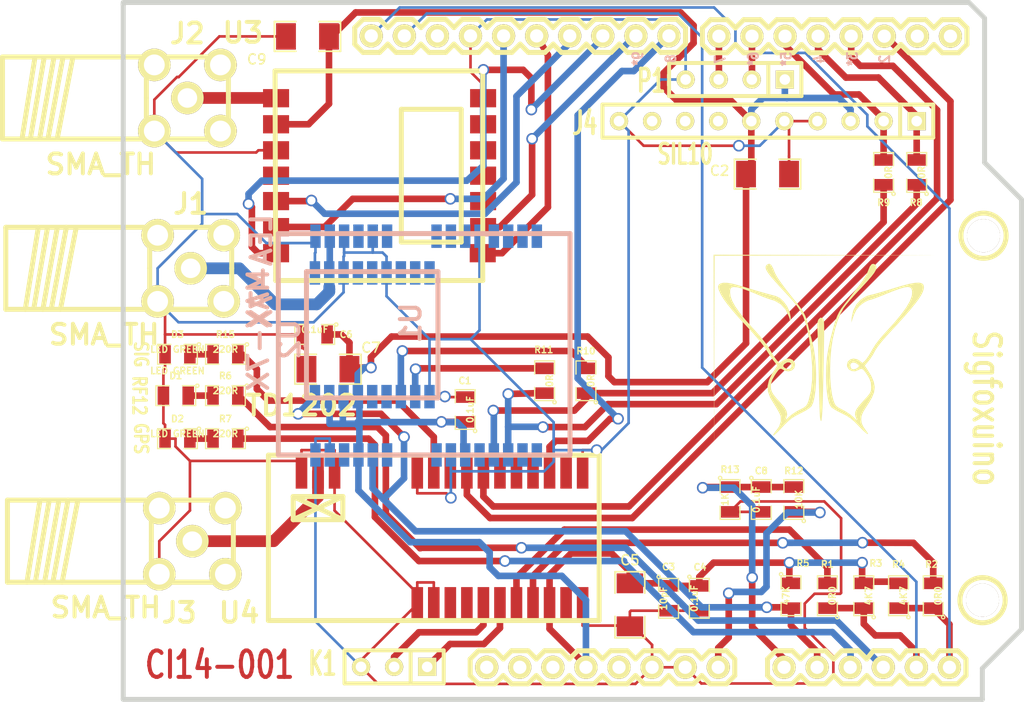
<source format=kicad_pcb>
(kicad_pcb (version 20171130) (host pcbnew "(5.1.12)-1")

  (general
    (thickness 1.6002)
    (drawings 27)
    (tracks 580)
    (zones 0)
    (modules 43)
    (nets 37)
  )

  (page A4)
  (title_block
    (title "Arduino Uno R3 Compatible")
    (rev 0.01)
    (company "Numato Systems")
  )

  (layers
    (0 Front signal)
    (31 Back signal)
    (32 B.Adhes user hide)
    (33 F.Adhes user hide)
    (34 B.Paste user hide)
    (35 F.Paste user hide)
    (36 B.SilkS user hide)
    (37 F.SilkS user hide)
    (38 B.Mask user hide)
    (39 F.Mask user hide)
    (40 Dwgs.User user hide)
    (41 Cmts.User user hide)
    (42 Eco1.User user hide)
    (43 Eco2.User user hide)
    (44 Edge.Cuts user)
  )

  (setup
    (last_trace_width 0.2032)
    (user_trace_width 0.1524)
    (user_trace_width 0.254)
    (user_trace_width 0.3048)
    (user_trace_width 0.4064)
    (user_trace_width 0.508)
    (trace_clearance 0.254)
    (zone_clearance 0.35)
    (zone_45_only no)
    (trace_min 0.0508)
    (via_size 0.889)
    (via_drill 0.635)
    (via_min_size 0.889)
    (via_min_drill 0.508)
    (uvia_size 0.508)
    (uvia_drill 0.127)
    (uvias_allowed no)
    (uvia_min_size 0.508)
    (uvia_min_drill 0.127)
    (edge_width 0.381)
    (segment_width 0.381)
    (pcb_text_width 0.3048)
    (pcb_text_size 1.524 2.032)
    (mod_edge_width 0.381)
    (mod_text_size 1.524 1.524)
    (mod_text_width 0.3048)
    (pad_size 1.8 0.8)
    (pad_drill 0)
    (pad_to_mask_clearance 0.254)
    (aux_axis_origin 109.474 71.501)
    (visible_elements 7FFFFFFF)
    (pcbplotparams
      (layerselection 0x00030_ffffffff)
      (usegerberextensions true)
      (usegerberattributes true)
      (usegerberadvancedattributes true)
      (creategerberjobfile true)
      (excludeedgelayer true)
      (linewidth 0.150000)
      (plotframeref false)
      (viasonmask false)
      (mode 1)
      (useauxorigin false)
      (hpglpennumber 1)
      (hpglpenspeed 20)
      (hpglpendiameter 15.000000)
      (psnegative false)
      (psa4output false)
      (plotreference true)
      (plotvalue false)
      (plotinvisibletext false)
      (padsonsilk false)
      (subtractmaskfromsilk false)
      (outputformat 1)
      (mirror false)
      (drillshape 1)
      (scaleselection 1)
      (outputdirectory "gerber/"))
  )

  (net 0 "")
  (net 1 +3.3V)
  (net 2 /PB0)
  (net 3 /PB1)
  (net 4 /PB2)
  (net 5 /PB3)
  (net 6 /PB4)
  (net 7 /PB5)
  (net 8 /PC0)
  (net 9 /PC1)
  (net 10 /PC2)
  (net 11 /PC3)
  (net 12 /PD2)
  (net 13 /PD3)
  (net 14 /PD4)
  (net 15 /PD5)
  (net 16 /PD6)
  (net 17 /PD7)
  (net 18 /RF_GPS)
  (net 19 /RF_RF12)
  (net 20 /RF_SIG)
  (net 21 /RX_SFT)
  (net 22 /SCL)
  (net 23 /SDA)
  (net 24 /STATUS_SIG)
  (net 25 /TX_SFT)
  (net 26 /VIN)
  (net 27 GND)
  (net 28 N-000001)
  (net 29 N-0000018)
  (net 30 N-000002)
  (net 31 N-000003)
  (net 32 N-000004)
  (net 33 N-000005)
  (net 34 N-000006)
  (net 35 N-000007)
  (net 36 N-000008)

  (net_class Default "This is the default net class."
    (clearance 0.254)
    (trace_width 0.2032)
    (via_dia 0.889)
    (via_drill 0.635)
    (uvia_dia 0.508)
    (uvia_drill 0.127)
    (add_net +3.3V)
    (add_net /PB0)
    (add_net /PB1)
    (add_net /PB2)
    (add_net /PB3)
    (add_net /PB4)
    (add_net /PB5)
    (add_net /PC0)
    (add_net /PC1)
    (add_net /PC2)
    (add_net /PC3)
    (add_net /PD2)
    (add_net /PD3)
    (add_net /PD4)
    (add_net /PD5)
    (add_net /PD6)
    (add_net /PD7)
    (add_net /RX_SFT)
    (add_net /SCL)
    (add_net /SDA)
    (add_net /STATUS_SIG)
    (add_net /TX_SFT)
    (add_net /VIN)
    (add_net GND)
    (add_net N-000001)
    (add_net N-0000018)
    (add_net N-000002)
    (add_net N-000003)
    (add_net N-000004)
    (add_net N-000005)
    (add_net N-000006)
    (add_net N-000007)
    (add_net N-000008)
  )

  (net_class 20mil ""
    (clearance 0.254)
    (trace_width 0.508)
    (via_dia 0.889)
    (via_drill 0.635)
    (uvia_dia 0.508)
    (uvia_drill 0.127)
  )

  (net_class 2mil ""
    (clearance 0.254)
    (trace_width 0.0508)
    (via_dia 0.889)
    (via_drill 0.635)
    (uvia_dia 0.508)
    (uvia_drill 0.127)
  )

  (net_class RF_869MHz ""
    (clearance 0.18)
    (trace_width 0.9)
    (via_dia 0.889)
    (via_drill 0.635)
    (uvia_dia 0.508)
    (uvia_drill 0.127)
    (add_net /RF_RF12)
    (add_net /RF_SIG)
  )

  (net_class RF_GPS ""
    (clearance 0.18)
    (trace_width 0.9)
    (via_dia 0.889)
    (via_drill 0.635)
    (uvia_dia 0.508)
    (uvia_drill 0.127)
    (add_net /RF_GPS)
  )

  (module SMA-SMB_right_angle (layer Front) (tedit 52EC1283) (tstamp 0)
    (at 114.681 91.948 180)
    (path /52C74165)
    (fp_text reference J1 (at 0 4.953 180) (layer F.SilkS)
      (effects (font (size 1.524 1.524) (thickness 0.3048)))
    )
    (fp_text value SMA_TH (at 6.65 -5.1 180) (layer F.SilkS)
      (effects (font (size 1.524 1.524) (thickness 0.3048)))
    )
    (fp_line (start 10 -3.15) (end 8.8 3.1) (layer F.SilkS) (width 0.381))
    (fp_line (start 10.7 -3.1) (end 9.55 3.15) (layer F.SilkS) (width 0.381))
    (fp_line (start 11.35 -3.15) (end 10.25 3.1) (layer F.SilkS) (width 0.381))
    (fp_line (start 12.05 -3.1) (end 11 3.1) (layer F.SilkS) (width 0.381))
    (fp_line (start 12.7 -3.15) (end 11.7 3.15) (layer F.SilkS) (width 0.381))
    (fp_line (start -3.15 -3.15) (end 14.2 -3.15) (layer F.SilkS) (width 0.381))
    (fp_line (start 14.2 -3.15) (end 14.2 3.1) (layer F.SilkS) (width 0.381))
    (fp_line (start 14.2 3.1) (end 14.2 3.15) (layer F.SilkS) (width 0.381))
    (fp_line (start 14.2 3.15) (end 3.15 3.15) (layer F.SilkS) (width 0.381))
    (fp_line (start 3.15 0) (end 3.15 3.15) (layer F.SilkS) (width 0.381))
    (fp_line (start 3.15 3.15) (end -3.15 3.15) (layer F.SilkS) (width 0.381))
    (fp_line (start -3.15 3.15) (end -3.15 0) (layer F.SilkS) (width 0.381))
    (fp_line (start -3.15 0) (end -3.15 -3.15) (layer F.SilkS) (width 0.381))
    (fp_line (start -3.15 -3.15) (end 3.15 -3.15) (layer F.SilkS) (width 0.381))
    (fp_line (start 3.15 -3.15) (end 3.15 0) (layer F.SilkS) (width 0.381))
    (pad 1 thru_hole circle (at 0 0 180) (size 2.5 2.5) (drill 1.5) (layers *.Cu *.Mask F.SilkS)
      (net 18 /RF_GPS))
    (pad 2 thru_hole circle (at 2.54 -2.54 180) (size 2.5 2.5) (drill 1.6) (layers *.Cu *.Mask F.SilkS)
      (net 27 GND))
    (pad 3 thru_hole circle (at -2.54 -2.54 180) (size 2.5 2.5) (drill 1.6) (layers *.Cu *.Mask F.SilkS))
    (pad 4 thru_hole circle (at -2.54 2.54 180) (size 2.5 2.5) (drill 1.6) (layers *.Cu *.Mask F.SilkS))
    (pad 5 thru_hole circle (at 2.54 2.54 180) (size 2.5 2.5) (drill 1.6) (layers *.Cu *.Mask F.SilkS))
  )

  (module 1pin locked (layer Front) (tedit 4F0F885C) (tstamp 4F0929D8)
    (at 175.565 89.441)
    (descr "module 1 pin (ou trou mecanique de percage)")
    (tags DEV)
    (path 1pin)
    (fp_text reference V4 (at -2.29108 1.61036) (layer F.SilkS) hide
      (effects (font (size 1.016 1.016) (thickness 0.254)))
    )
    (fp_text value "" (at 0 2.794) (layer F.SilkS) hide
      (effects (font (size 1.016 1.016) (thickness 0.254)))
    )
    (fp_circle (center 0.00254 0.00254) (end 1.53924 0.81026) (layer F.SilkS) (width 0.381))
    (pad 1 thru_hole circle (at 0 0) (size 2.54 2.54) (drill 2.54) (layers *.Cu *.Mask F.SilkS))
  )

  (module 1pin locked (layer Front) (tedit 4F0F87F9) (tstamp 4F092933)
    (at 175.489 117.432)
    (descr "module 1 pin (ou trou mecanique de percage)")
    (tags DEV)
    (path 1pin)
    (fp_text reference V5 (at 0 -3.048) (layer F.SilkS) hide
      (effects (font (size 1.016 1.016) (thickness 0.254)))
    )
    (fp_text value "" (at 0 2.794) (layer F.SilkS) hide
      (effects (font (size 1.016 1.016) (thickness 0.254)))
    )
    (fp_circle (center 0.00254 0.00254) (end 1.39192 1.04648) (layer F.SilkS) (width 0.381))
    (pad 1 thru_hole circle (at 0 0) (size 2.54 2.54) (drill 2.54) (layers *.Cu *.Mask F.SilkS))
  )

  (module Con8 locked (layer Front) (tedit 52E97E48) (tstamp 4F08F543)
    (at 137.414 122.588)
    (path /4F08C59E)
    (fp_text reference CON8_1 (at 0.254 6.44398) (layer F.SilkS) hide
      (effects (font (size 1.524 1.524) (thickness 0.3048)))
    )
    (fp_text value CONN_8 (at 0.0127 4.16306) (layer F.SilkS)
      (effects (font (size 1.524 1.524) (thickness 0.3048)))
    )
    (fp_line (start 0.635 1.27) (end 1.27 0.635) (layer F.SilkS) (width 0.381))
    (fp_line (start 1.27 0.635) (end 1.905 1.27) (layer F.SilkS) (width 0.381))
    (fp_line (start 1.905 1.27) (end 3.175 1.27) (layer F.SilkS) (width 0.381))
    (fp_line (start 3.175 1.27) (end 3.81 0.635) (layer F.SilkS) (width 0.381))
    (fp_line (start 3.81 0.635) (end 4.445 1.27) (layer F.SilkS) (width 0.381))
    (fp_line (start 4.445 1.27) (end 5.715 1.27) (layer F.SilkS) (width 0.381))
    (fp_line (start 5.715 1.27) (end 6.35 0.635) (layer F.SilkS) (width 0.381))
    (fp_line (start 6.35 0.635) (end 6.985 1.27) (layer F.SilkS) (width 0.381))
    (fp_line (start 6.985 1.27) (end 8.255 1.27) (layer F.SilkS) (width 0.381))
    (fp_line (start 8.255 1.27) (end 8.89 0.635) (layer F.SilkS) (width 0.381))
    (fp_line (start 8.89 0.635) (end 9.525 1.27) (layer F.SilkS) (width 0.381))
    (fp_line (start 9.525 1.27) (end 10.795 1.27) (layer F.SilkS) (width 0.381))
    (fp_line (start 10.795 1.27) (end 11.43 0.635) (layer F.SilkS) (width 0.381))
    (fp_line (start 11.43 0.635) (end 12.065 1.27) (layer F.SilkS) (width 0.381))
    (fp_line (start 12.065 1.27) (end 13.335 1.27) (layer F.SilkS) (width 0.381))
    (fp_line (start 13.335 1.27) (end 13.97 0.635) (layer F.SilkS) (width 0.381))
    (fp_line (start 13.97 0.635) (end 14.605 1.27) (layer F.SilkS) (width 0.381))
    (fp_line (start 14.605 1.27) (end 15.875 1.27) (layer F.SilkS) (width 0.381))
    (fp_line (start 15.875 1.27) (end 16.51 0.635) (layer F.SilkS) (width 0.381))
    (fp_line (start 16.51 0.635) (end 17.145 1.27) (layer F.SilkS) (width 0.381))
    (fp_line (start 17.145 1.27) (end 18.415 1.27) (layer F.SilkS) (width 0.381))
    (fp_line (start 18.415 1.27) (end 19.05 0.635) (layer F.SilkS) (width 0.381))
    (fp_line (start 19.05 -0.635) (end 18.415 -1.27) (layer F.SilkS) (width 0.381))
    (fp_line (start 19.05 -0.635) (end 19.05 0.635) (layer F.SilkS) (width 0.381))
    (fp_line (start 3.81 -0.635) (end 4.445 -1.27) (layer F.SilkS) (width 0.381))
    (fp_line (start 4.445 -1.27) (end 5.715 -1.27) (layer F.SilkS) (width 0.381))
    (fp_line (start 5.715 -1.27) (end 6.35 -0.635) (layer F.SilkS) (width 0.381))
    (fp_line (start 6.35 -0.635) (end 6.985 -1.27) (layer F.SilkS) (width 0.381))
    (fp_line (start 6.985 -1.27) (end 8.255 -1.27) (layer F.SilkS) (width 0.381))
    (fp_line (start 8.255 -1.27) (end 8.89 -0.635) (layer F.SilkS) (width 0.381))
    (fp_line (start 8.89 -0.635) (end 9.525 -1.27) (layer F.SilkS) (width 0.381))
    (fp_line (start 9.525 -1.27) (end 10.795 -1.27) (layer F.SilkS) (width 0.381))
    (fp_line (start 10.795 -1.27) (end 11.43 -0.635) (layer F.SilkS) (width 0.381))
    (fp_line (start 11.43 -0.635) (end 12.065 -1.27) (layer F.SilkS) (width 0.381))
    (fp_line (start 12.065 -1.27) (end 13.335 -1.27) (layer F.SilkS) (width 0.381))
    (fp_line (start 13.335 -1.27) (end 13.97 -0.635) (layer F.SilkS) (width 0.381))
    (fp_line (start 13.97 -0.635) (end 14.605 -1.27) (layer F.SilkS) (width 0.381))
    (fp_line (start 14.605 -1.27) (end 15.875 -1.27) (layer F.SilkS) (width 0.381))
    (fp_line (start 15.875 -1.27) (end 16.51 -0.635) (layer F.SilkS) (width 0.381))
    (fp_line (start 16.51 -0.635) (end 17.145 -1.27) (layer F.SilkS) (width 0.381))
    (fp_line (start 17.145 -1.27) (end 18.415 -1.27) (layer F.SilkS) (width 0.381))
    (fp_line (start 0.635 -1.27) (end 1.27 -0.635) (layer F.SilkS) (width 0.381))
    (fp_line (start 1.27 -0.635) (end 1.905 -1.27) (layer F.SilkS) (width 0.381))
    (fp_line (start 1.905 -1.27) (end 3.175 -1.27) (layer F.SilkS) (width 0.381))
    (fp_line (start 3.175 -1.27) (end 3.81 -0.635) (layer F.SilkS) (width 0.381))
    (fp_line (start -0.635 1.27) (end -1.27 0.635) (layer F.SilkS) (width 0.381))
    (fp_line (start -0.635 1.27) (end 0.635 1.27) (layer F.SilkS) (width 0.381))
    (fp_line (start -0.635 -1.27) (end -1.27 -0.635) (layer F.SilkS) (width 0.381))
    (fp_line (start -0.635 -1.27) (end 0.635 -1.27) (layer F.SilkS) (width 0.381))
    (fp_line (start -1.27 0.635) (end -1.27 -0.635) (layer F.SilkS) (width 0.381))
    (pad 2 thru_hole circle (at 2.54 0) (size 1.778 1.778) (drill 1.016) (layers *.Cu *.Mask F.SilkS))
    (pad 3 thru_hole circle (at 5.08 0) (size 1.778 1.778) (drill 1.016) (layers *.Cu *.Mask F.SilkS))
    (pad 4 thru_hole circle (at 7.62 0) (size 1.778 1.778) (drill 1.016) (layers *.Cu *.Mask F.SilkS)
      (net 1 +3.3V))
    (pad 5 thru_hole circle (at 10.16 0) (size 1.778 1.778) (drill 1.016) (layers *.Cu *.Mask F.SilkS))
    (pad 6 thru_hole circle (at 12.7 0) (size 1.778 1.778) (drill 1.016) (layers *.Cu *.Mask F.SilkS)
      (net 27 GND))
    (pad 7 thru_hole circle (at 15.24 0) (size 1.778 1.778) (drill 1.016) (layers *.Cu *.Mask F.SilkS)
      (net 27 GND))
    (pad 8 thru_hole circle (at 17.78 0) (size 1.778 1.778) (drill 1.016) (layers *.Cu *.Mask F.SilkS)
      (net 26 /VIN))
    (pad 1 thru_hole circle (at 0 0) (size 1.778 1.778) (drill 1.016) (layers *.Cu *.Mask F.SilkS))
  )

  (module Con8 locked (layer Front) (tedit 52E97E4C) (tstamp 4F08F541)
    (at 173.025 74.1248 180)
    (path /4F08B68B)
    (fp_text reference CON8_2 (at 8.8138 7.06882 180) (layer F.SilkS) hide
      (effects (font (size 1.524 1.524) (thickness 0.3048)))
    )
    (fp_text value CONN_8 (at 9.0678 4.78282 180) (layer F.SilkS)
      (effects (font (size 1.524 1.524) (thickness 0.3048)))
    )
    (fp_line (start 0.635 1.27) (end 1.27 0.635) (layer F.SilkS) (width 0.381))
    (fp_line (start 1.27 0.635) (end 1.905 1.27) (layer F.SilkS) (width 0.381))
    (fp_line (start 1.905 1.27) (end 3.175 1.27) (layer F.SilkS) (width 0.381))
    (fp_line (start 3.175 1.27) (end 3.81 0.635) (layer F.SilkS) (width 0.381))
    (fp_line (start 3.81 0.635) (end 4.445 1.27) (layer F.SilkS) (width 0.381))
    (fp_line (start 4.445 1.27) (end 5.715 1.27) (layer F.SilkS) (width 0.381))
    (fp_line (start 5.715 1.27) (end 6.35 0.635) (layer F.SilkS) (width 0.381))
    (fp_line (start 6.35 0.635) (end 6.985 1.27) (layer F.SilkS) (width 0.381))
    (fp_line (start 6.985 1.27) (end 8.255 1.27) (layer F.SilkS) (width 0.381))
    (fp_line (start 8.255 1.27) (end 8.89 0.635) (layer F.SilkS) (width 0.381))
    (fp_line (start 8.89 0.635) (end 9.525 1.27) (layer F.SilkS) (width 0.381))
    (fp_line (start 9.525 1.27) (end 10.795 1.27) (layer F.SilkS) (width 0.381))
    (fp_line (start 10.795 1.27) (end 11.43 0.635) (layer F.SilkS) (width 0.381))
    (fp_line (start 11.43 0.635) (end 12.065 1.27) (layer F.SilkS) (width 0.381))
    (fp_line (start 12.065 1.27) (end 13.335 1.27) (layer F.SilkS) (width 0.381))
    (fp_line (start 13.335 1.27) (end 13.97 0.635) (layer F.SilkS) (width 0.381))
    (fp_line (start 13.97 0.635) (end 14.605 1.27) (layer F.SilkS) (width 0.381))
    (fp_line (start 14.605 1.27) (end 15.875 1.27) (layer F.SilkS) (width 0.381))
    (fp_line (start 15.875 1.27) (end 16.51 0.635) (layer F.SilkS) (width 0.381))
    (fp_line (start 16.51 0.635) (end 17.145 1.27) (layer F.SilkS) (width 0.381))
    (fp_line (start 17.145 1.27) (end 18.415 1.27) (layer F.SilkS) (width 0.381))
    (fp_line (start 18.415 1.27) (end 19.05 0.635) (layer F.SilkS) (width 0.381))
    (fp_line (start 19.05 -0.635) (end 18.415 -1.27) (layer F.SilkS) (width 0.381))
    (fp_line (start 19.05 -0.635) (end 19.05 0.635) (layer F.SilkS) (width 0.381))
    (fp_line (start 3.81 -0.635) (end 4.445 -1.27) (layer F.SilkS) (width 0.381))
    (fp_line (start 4.445 -1.27) (end 5.715 -1.27) (layer F.SilkS) (width 0.381))
    (fp_line (start 5.715 -1.27) (end 6.35 -0.635) (layer F.SilkS) (width 0.381))
    (fp_line (start 6.35 -0.635) (end 6.985 -1.27) (layer F.SilkS) (width 0.381))
    (fp_line (start 6.985 -1.27) (end 8.255 -1.27) (layer F.SilkS) (width 0.381))
    (fp_line (start 8.255 -1.27) (end 8.89 -0.635) (layer F.SilkS) (width 0.381))
    (fp_line (start 8.89 -0.635) (end 9.525 -1.27) (layer F.SilkS) (width 0.381))
    (fp_line (start 9.525 -1.27) (end 10.795 -1.27) (layer F.SilkS) (width 0.381))
    (fp_line (start 10.795 -1.27) (end 11.43 -0.635) (layer F.SilkS) (width 0.381))
    (fp_line (start 11.43 -0.635) (end 12.065 -1.27) (layer F.SilkS) (width 0.381))
    (fp_line (start 12.065 -1.27) (end 13.335 -1.27) (layer F.SilkS) (width 0.381))
    (fp_line (start 13.335 -1.27) (end 13.97 -0.635) (layer F.SilkS) (width 0.381))
    (fp_line (start 13.97 -0.635) (end 14.605 -1.27) (layer F.SilkS) (width 0.381))
    (fp_line (start 14.605 -1.27) (end 15.875 -1.27) (layer F.SilkS) (width 0.381))
    (fp_line (start 15.875 -1.27) (end 16.51 -0.635) (layer F.SilkS) (width 0.381))
    (fp_line (start 16.51 -0.635) (end 17.145 -1.27) (layer F.SilkS) (width 0.381))
    (fp_line (start 17.145 -1.27) (end 18.415 -1.27) (layer F.SilkS) (width 0.381))
    (fp_line (start 0.635 -1.27) (end 1.27 -0.635) (layer F.SilkS) (width 0.381))
    (fp_line (start 1.27 -0.635) (end 1.905 -1.27) (layer F.SilkS) (width 0.381))
    (fp_line (start 1.905 -1.27) (end 3.175 -1.27) (layer F.SilkS) (width 0.381))
    (fp_line (start 3.175 -1.27) (end 3.81 -0.635) (layer F.SilkS) (width 0.381))
    (fp_line (start -0.635 1.27) (end -1.27 0.635) (layer F.SilkS) (width 0.381))
    (fp_line (start -0.635 1.27) (end 0.635 1.27) (layer F.SilkS) (width 0.381))
    (fp_line (start -0.635 -1.27) (end -1.27 -0.635) (layer F.SilkS) (width 0.381))
    (fp_line (start -0.635 -1.27) (end 0.635 -1.27) (layer F.SilkS) (width 0.381))
    (fp_line (start -1.27 0.635) (end -1.27 -0.635) (layer F.SilkS) (width 0.381))
    (pad 2 thru_hole circle (at 2.54 0 180) (size 1.778 1.778) (drill 1.016) (layers *.Cu *.Mask F.SilkS))
    (pad 3 thru_hole circle (at 5.08 0 180) (size 1.778 1.778) (drill 1.016) (layers *.Cu *.Mask F.SilkS)
      (net 12 /PD2))
    (pad 4 thru_hole circle (at 7.62 0 180) (size 1.778 1.778) (drill 1.016) (layers *.Cu *.Mask F.SilkS)
      (net 13 /PD3))
    (pad 5 thru_hole circle (at 10.16 0 180) (size 1.778 1.778) (drill 1.016) (layers *.Cu *.Mask F.SilkS)
      (net 14 /PD4))
    (pad 6 thru_hole circle (at 12.7 0 180) (size 1.778 1.778) (drill 1.016) (layers *.Cu *.Mask F.SilkS)
      (net 15 /PD5))
    (pad 7 thru_hole circle (at 15.24 0 180) (size 1.778 1.778) (drill 1.016) (layers *.Cu *.Mask F.SilkS)
      (net 16 /PD6))
    (pad 8 thru_hole circle (at 17.78 0 180) (size 1.778 1.778) (drill 1.016) (layers *.Cu *.Mask F.SilkS)
      (net 17 /PD7))
    (pad 1 thru_hole circle (at 0 0 180) (size 1.778 1.778) (drill 1.016) (layers *.Cu *.Mask F.SilkS))
  )

  (module Con6 locked (layer Front) (tedit 52E97E4A) (tstamp 4F08F544)
    (at 160.249 122.588)
    (path /4F08B671)
    (fp_text reference CON6_1 (at 0.0254 6.18998) (layer F.SilkS) hide
      (effects (font (size 1.524 1.524) (thickness 0.3048)))
    )
    (fp_text value CONN_6 (at 0.0127 4.16306) (layer F.SilkS)
      (effects (font (size 1.524 1.524) (thickness 0.3048)))
    )
    (fp_line (start 13.335 1.27) (end 13.97 0.635) (layer F.SilkS) (width 0.381))
    (fp_line (start 13.335 -1.27) (end 13.97 -0.635) (layer F.SilkS) (width 0.381))
    (fp_line (start 13.97 0.635) (end 13.97 -0.635) (layer F.SilkS) (width 0.381))
    (fp_line (start 6.223 0.762) (end 6.35 0.635) (layer F.SilkS) (width 0.381))
    (fp_line (start 6.35 0.635) (end 6.985 1.27) (layer F.SilkS) (width 0.381))
    (fp_line (start 6.985 1.27) (end 8.255 1.27) (layer F.SilkS) (width 0.381))
    (fp_line (start 8.255 1.27) (end 8.89 0.635) (layer F.SilkS) (width 0.381))
    (fp_line (start 8.89 0.635) (end 9.525 1.27) (layer F.SilkS) (width 0.381))
    (fp_line (start 9.525 1.27) (end 10.795 1.27) (layer F.SilkS) (width 0.381))
    (fp_line (start 10.795 1.27) (end 11.43 0.635) (layer F.SilkS) (width 0.381))
    (fp_line (start 11.43 0.635) (end 12.065 1.27) (layer F.SilkS) (width 0.381))
    (fp_line (start 12.065 1.27) (end 13.335 1.27) (layer F.SilkS) (width 0.381))
    (fp_line (start 3.81 0.635) (end 4.445 1.27) (layer F.SilkS) (width 0.381))
    (fp_line (start 4.445 1.27) (end 5.715 1.27) (layer F.SilkS) (width 0.381))
    (fp_line (start 5.715 1.27) (end 6.223 0.762) (layer F.SilkS) (width 0.381))
    (fp_line (start 4.445 -1.27) (end 5.715 -1.27) (layer F.SilkS) (width 0.381))
    (fp_line (start 5.715 -1.27) (end 6.35 -0.635) (layer F.SilkS) (width 0.381))
    (fp_line (start 6.35 -0.635) (end 6.858 -1.27) (layer F.SilkS) (width 0.381))
    (fp_line (start 6.858 -1.27) (end 8.255 -1.27) (layer F.SilkS) (width 0.381))
    (fp_line (start 8.255 -1.27) (end 8.89 -0.635) (layer F.SilkS) (width 0.381))
    (fp_line (start 8.89 -0.635) (end 9.398 -1.27) (layer F.SilkS) (width 0.381))
    (fp_line (start 9.398 -1.27) (end 10.795 -1.27) (layer F.SilkS) (width 0.381))
    (fp_line (start 10.795 -1.27) (end 11.43 -0.635) (layer F.SilkS) (width 0.381))
    (fp_line (start 11.43 -0.635) (end 11.938 -1.27) (layer F.SilkS) (width 0.381))
    (fp_line (start 11.938 -1.27) (end 13.335 -1.27) (layer F.SilkS) (width 0.381))
    (fp_line (start 3.81 -0.635) (end 4.445 -1.27) (layer F.SilkS) (width 0.381))
    (fp_line (start 1.27 0.635) (end 1.905 1.27) (layer F.SilkS) (width 0.381))
    (fp_line (start 1.905 1.27) (end 3.175 1.27) (layer F.SilkS) (width 0.381))
    (fp_line (start 3.175 1.27) (end 3.81 0.635) (layer F.SilkS) (width 0.381))
    (fp_line (start 3.81 -0.635) (end 3.175 -1.27) (layer F.SilkS) (width 0.381))
    (fp_line (start 3.175 -1.27) (end 1.905 -1.27) (layer F.SilkS) (width 0.381))
    (fp_line (start 1.905 -1.27) (end 1.27 -0.635) (layer F.SilkS) (width 0.381))
    (fp_line (start 1.27 0.635) (end 0.635 1.27) (layer F.SilkS) (width 0.381))
    (fp_line (start 1.27 -0.635) (end 0.635 -1.27) (layer F.SilkS) (width 0.381))
    (fp_line (start -0.635 1.27) (end -1.27 0.635) (layer F.SilkS) (width 0.381))
    (fp_line (start -0.635 1.27) (end 0.635 1.27) (layer F.SilkS) (width 0.381))
    (fp_line (start -0.635 -1.27) (end -1.27 -0.635) (layer F.SilkS) (width 0.381))
    (fp_line (start -0.635 -1.27) (end 0.635 -1.27) (layer F.SilkS) (width 0.381))
    (fp_line (start -1.27 -0.635) (end -1.27 0.635) (layer F.SilkS) (width 0.381))
    (pad 2 thru_hole circle (at 2.54 0) (size 1.778 1.778) (drill 1.016) (layers *.Cu *.Mask F.SilkS)
      (net 9 /PC1))
    (pad 3 thru_hole circle (at 5.08 0) (size 1.778 1.778) (drill 1.016) (layers *.Cu *.Mask F.SilkS)
      (net 10 /PC2))
    (pad 4 thru_hole circle (at 7.62 0) (size 1.778 1.778) (drill 1.016) (layers *.Cu *.Mask F.SilkS)
      (net 11 /PC3))
    (pad 5 thru_hole circle (at 10.16 0) (size 1.778 1.778) (drill 1.016) (layers *.Cu *.Mask F.SilkS)
      (net 23 /SDA))
    (pad 6 thru_hole circle (at 12.7 0) (size 1.778 1.778) (drill 1.016) (layers *.Cu *.Mask F.SilkS)
      (net 22 /SCL))
    (pad 1 thru_hole circle (at 0 0) (size 1.778 1.778) (drill 1.016) (layers *.Cu *.Mask F.SilkS)
      (net 8 /PC0))
  )

  (module Con10 locked (layer Front) (tedit 52E97E50) (tstamp 4F08F549)
    (at 151.409 74.0994 180)
    (path /4F08B658)
    (fp_text reference CON10_1 (at 12.0904 7.29742 180) (layer F.SilkS) hide
      (effects (font (size 1.524 1.524) (thickness 0.3048)))
    )
    (fp_text value CONN_10 (at 11.7094 4.75742 180) (layer F.SilkS)
      (effects (font (size 1.524 1.524) (thickness 0.3048)))
    )
    (fp_line (start -1.27 0.635) (end -0.635 1.27) (layer F.SilkS) (width 0.381))
    (fp_line (start -0.635 1.27) (end 0.635 1.27) (layer F.SilkS) (width 0.381))
    (fp_line (start 0.635 1.27) (end 1.27 0.635) (layer F.SilkS) (width 0.381))
    (fp_line (start 1.27 0.635) (end 1.905 1.27) (layer F.SilkS) (width 0.381))
    (fp_line (start 1.905 1.27) (end 3.175 1.27) (layer F.SilkS) (width 0.381))
    (fp_line (start 3.175 1.27) (end 3.81 0.635) (layer F.SilkS) (width 0.381))
    (fp_line (start 3.81 0.635) (end 4.445 1.27) (layer F.SilkS) (width 0.381))
    (fp_line (start 4.445 1.27) (end 5.715 1.27) (layer F.SilkS) (width 0.381))
    (fp_line (start 5.715 1.27) (end 6.35 0.635) (layer F.SilkS) (width 0.381))
    (fp_line (start 6.35 0.635) (end 6.985 1.27) (layer F.SilkS) (width 0.381))
    (fp_line (start 6.985 1.27) (end 8.255 1.27) (layer F.SilkS) (width 0.381))
    (fp_line (start 8.255 1.27) (end 8.89 0.635) (layer F.SilkS) (width 0.381))
    (fp_line (start 8.89 0.635) (end 9.525 1.27) (layer F.SilkS) (width 0.381))
    (fp_line (start 9.525 1.27) (end 10.795 1.27) (layer F.SilkS) (width 0.381))
    (fp_line (start 10.795 1.27) (end 11.43 0.635) (layer F.SilkS) (width 0.381))
    (fp_line (start 11.43 0.635) (end 12.065 1.27) (layer F.SilkS) (width 0.381))
    (fp_line (start 12.065 1.27) (end 13.335 1.27) (layer F.SilkS) (width 0.381))
    (fp_line (start 13.335 1.27) (end 13.97 0.635) (layer F.SilkS) (width 0.381))
    (fp_line (start 13.97 0.635) (end 14.605 1.27) (layer F.SilkS) (width 0.381))
    (fp_line (start 14.605 1.27) (end 15.875 1.27) (layer F.SilkS) (width 0.381))
    (fp_line (start 15.875 1.27) (end 16.51 0.635) (layer F.SilkS) (width 0.381))
    (fp_line (start 16.51 0.635) (end 17.145 1.27) (layer F.SilkS) (width 0.381))
    (fp_line (start 17.145 1.27) (end 18.415 1.27) (layer F.SilkS) (width 0.381))
    (fp_line (start 18.415 1.27) (end 19.05 0.635) (layer F.SilkS) (width 0.381))
    (fp_line (start 19.05 0.635) (end 19.685 1.27) (layer F.SilkS) (width 0.381))
    (fp_line (start 19.685 1.27) (end 20.828 1.27) (layer F.SilkS) (width 0.381))
    (fp_line (start 20.828 1.27) (end 20.955 1.27) (layer F.SilkS) (width 0.381))
    (fp_line (start 20.955 1.27) (end 21.59 0.635) (layer F.SilkS) (width 0.381))
    (fp_line (start 21.59 0.635) (end 22.225 1.27) (layer F.SilkS) (width 0.381))
    (fp_line (start 22.225 1.27) (end 23.495 1.27) (layer F.SilkS) (width 0.381))
    (fp_line (start 23.495 1.27) (end 24.13 0.635) (layer F.SilkS) (width 0.381))
    (fp_line (start 3.175 -1.27) (end 3.81 -0.635) (layer F.SilkS) (width 0.381))
    (fp_line (start 3.81 -0.635) (end 4.445 -1.27) (layer F.SilkS) (width 0.381))
    (fp_line (start 4.445 -1.27) (end 5.715 -1.27) (layer F.SilkS) (width 0.381))
    (fp_line (start 5.715 -1.27) (end 6.35 -0.635) (layer F.SilkS) (width 0.381))
    (fp_line (start 6.35 -0.635) (end 6.985 -1.27) (layer F.SilkS) (width 0.381))
    (fp_line (start 6.985 -1.27) (end 8.255 -1.27) (layer F.SilkS) (width 0.381))
    (fp_line (start 8.255 -1.27) (end 8.89 -0.635) (layer F.SilkS) (width 0.381))
    (fp_line (start 8.89 -0.635) (end 9.525 -1.27) (layer F.SilkS) (width 0.381))
    (fp_line (start 9.525 -1.27) (end 10.795 -1.27) (layer F.SilkS) (width 0.381))
    (fp_line (start 10.795 -1.27) (end 11.43 -0.635) (layer F.SilkS) (width 0.381))
    (fp_line (start 11.43 -0.635) (end 12.065 -1.27) (layer F.SilkS) (width 0.381))
    (fp_line (start 12.065 -1.27) (end 13.335 -1.27) (layer F.SilkS) (width 0.381))
    (fp_line (start 13.335 -1.27) (end 13.97 -0.635) (layer F.SilkS) (width 0.381))
    (fp_line (start 13.97 -0.635) (end 14.605 -1.27) (layer F.SilkS) (width 0.381))
    (fp_line (start 14.605 -1.27) (end 15.875 -1.27) (layer F.SilkS) (width 0.381))
    (fp_line (start 15.875 -1.27) (end 16.51 -0.635) (layer F.SilkS) (width 0.381))
    (fp_line (start 16.51 -0.635) (end 17.145 -1.27) (layer F.SilkS) (width 0.381))
    (fp_line (start 17.145 -1.27) (end 18.415 -1.27) (layer F.SilkS) (width 0.381))
    (fp_line (start 18.415 -1.27) (end 19.05 -0.635) (layer F.SilkS) (width 0.381))
    (fp_line (start 19.05 -0.635) (end 19.685 -1.27) (layer F.SilkS) (width 0.381))
    (fp_line (start 19.685 -1.27) (end 20.955 -1.27) (layer F.SilkS) (width 0.381))
    (fp_line (start 20.955 -1.27) (end 21.59 -0.635) (layer F.SilkS) (width 0.381))
    (fp_line (start 21.59 -0.635) (end 22.225 -1.27) (layer F.SilkS) (width 0.381))
    (fp_line (start 22.225 -1.27) (end 23.495 -1.27) (layer F.SilkS) (width 0.381))
    (fp_line (start 23.495 -1.27) (end 24.13 -0.635) (layer F.SilkS) (width 0.381))
    (fp_line (start 24.13 -0.635) (end 24.13 0.635) (layer F.SilkS) (width 0.381))
    (fp_line (start 0.635 -1.27) (end 1.27 -0.635) (layer F.SilkS) (width 0.381))
    (fp_line (start 1.27 -0.635) (end 1.905 -1.27) (layer F.SilkS) (width 0.381))
    (fp_line (start 1.905 -1.27) (end 3.175 -1.27) (layer F.SilkS) (width 0.381))
    (fp_line (start -1.27 -0.635) (end -0.635 -1.27) (layer F.SilkS) (width 0.381))
    (fp_line (start -0.635 -1.27) (end 0.635 -1.27) (layer F.SilkS) (width 0.381))
    (fp_line (start -1.27 -0.635) (end -1.27 0.635) (layer F.SilkS) (width 0.381))
    (pad 2 thru_hole circle (at 2.54 0 180) (size 1.778 1.778) (drill 1.016) (layers *.Cu *.Mask F.SilkS)
      (net 3 /PB1))
    (pad 3 thru_hole circle (at 5.08 0 180) (size 1.778 1.778) (drill 1.016) (layers *.Cu *.Mask F.SilkS)
      (net 4 /PB2))
    (pad 4 thru_hole circle (at 7.62 0 180) (size 1.778 1.778) (drill 1.016) (layers *.Cu *.Mask F.SilkS)
      (net 5 /PB3))
    (pad 5 thru_hole circle (at 10.16 0 180) (size 1.778 1.778) (drill 1.016) (layers *.Cu *.Mask F.SilkS)
      (net 6 /PB4))
    (pad 6 thru_hole circle (at 12.7 0 180) (size 1.778 1.778) (drill 1.016) (layers *.Cu *.Mask F.SilkS)
      (net 7 /PB5))
    (pad 7 thru_hole circle (at 15.24 0 180) (size 1.778 1.778) (drill 1.016) (layers *.Cu *.Mask F.SilkS)
      (net 27 GND))
    (pad 8 thru_hole circle (at 17.78 0 180) (size 1.778 1.778) (drill 1.016) (layers *.Cu *.Mask F.SilkS))
    (pad 9 thru_hole circle (at 20.32 0 180) (size 1.778 1.778) (drill 1.016) (layers *.Cu *.Mask F.SilkS)
      (net 23 /SDA))
    (pad 10 thru_hole circle (at 22.86 0 180) (size 1.778 1.778) (drill 1.016) (layers *.Cu *.Mask F.SilkS)
      (net 22 /SCL))
    (pad 1 thru_hole circle (at 0 0 180) (size 1.778 1.778) (drill 1.016) (layers *.Cu *.Mask F.SilkS)
      (net 2 /PB0))
  )

  (module TD1202 (layer Front) (tedit 52F6703C) (tstamp 0)
    (at 120.65 106.299)
    (path /52C871C1)
    (fp_text reference U4 (at -2.25 12.101) (layer F.SilkS)
      (effects (font (size 1.524 1.524) (thickness 0.3048)))
    )
    (fp_text value TD1202 (at 2.54 -3.81) (layer F.SilkS)
      (effects (font (size 1.524 1.524) (thickness 0.3048)))
    )
    (fp_line (start 1.905 4.953) (end 5.715 3.175) (layer F.SilkS) (width 0.381))
    (fp_line (start 1.905 3.175) (end 5.715 3.175) (layer F.SilkS) (width 0.381))
    (fp_line (start 5.715 3.175) (end 5.715 4.953) (layer F.SilkS) (width 0.381))
    (fp_line (start 5.715 4.953) (end 1.905 4.953) (layer F.SilkS) (width 0.381))
    (fp_line (start 1.905 4.953) (end 1.905 3.175) (layer F.SilkS) (width 0.381))
    (fp_line (start 1.905 3.175) (end 5.715 4.953) (layer F.SilkS) (width 0.381))
    (fp_line (start 0 0) (end 25.4 0) (layer F.SilkS) (width 0.381))
    (fp_line (start 25.4 0) (end 25.4 12.7) (layer F.SilkS) (width 0.381))
    (fp_line (start 25.4 12.7) (end 0 12.7) (layer F.SilkS) (width 0.381))
    (fp_line (start 0 12.7) (end 0 0) (layer F.SilkS) (width 0.381))
    (pad 12 smd rect (at 24.13 1.27) (size 0.89 2.6) (layers Front F.Paste F.Mask)
      (net 27 GND))
    (pad 13 smd rect (at 22.86 1.27) (size 0.89 2.6) (layers Front F.Paste F.Mask))
    (pad 14 smd rect (at 21.59 1.27) (size 0.89 2.6) (layers Front F.Paste F.Mask)
      (net 2 /PB0))
    (pad 15 smd rect (at 20.32 1.27) (size 0.89 2.6) (layers Front F.Paste F.Mask))
    (pad 16 smd rect (at 19.05 1.27) (size 0.89 2.6) (layers Front F.Paste F.Mask))
    (pad 17 smd rect (at 17.78 1.27) (size 0.89 2.6) (layers Front F.Paste F.Mask))
    (pad 18 smd rect (at 16.51 1.27) (size 0.89 2.6) (layers Front F.Paste F.Mask)
      (net 13 /PD3))
    (pad 19 smd rect (at 15.24 1.27) (size 0.89 2.6) (layers Front F.Paste F.Mask)
      (net 12 /PD2))
    (pad 20 smd rect (at 13.97 1.27) (size 0.89 2.6) (layers Front F.Paste F.Mask))
    (pad 21 smd rect (at 12.7 1.27) (size 0.89 2.6) (layers Front F.Paste F.Mask)
      (net 24 /STATUS_SIG))
    (pad 22 smd rect (at 11.43 1.27) (size 0.89 2.6) (layers Front F.Paste F.Mask)
      (net 27 GND))
    (pad 23 smd rect (at 5.08 1.27) (size 0.89 2.6) (layers Front F.Paste F.Mask)
      (net 27 GND))
    (pad 24 smd rect (at 3.81 1.27) (size 0.89 2.6) (layers Front F.Paste F.Mask)
      (net 20 /RF_SIG))
    (pad 25 smd rect (at 2.54 1.27) (size 0.89 2.6) (layers Front F.Paste F.Mask)
      (net 27 GND))
    (pad 1 smd rect (at 11.43 11.43) (size 0.89 2.6) (layers Front F.Paste F.Mask)
      (net 27 GND))
    (pad 2 smd rect (at 12.7 11.43) (size 0.89 2.6) (layers Front F.Paste F.Mask)
      (net 27 GND))
    (pad 3 smd rect (at 13.97 11.43) (size 0.89 2.6) (layers Front F.Paste F.Mask))
    (pad 4 smd rect (at 15.24 11.43) (size 0.89 2.6) (layers Front F.Paste F.Mask))
    (pad 5 smd rect (at 16.51 11.43) (size 0.89 2.6) (layers Front F.Paste F.Mask)
      (net 30 N-000002))
    (pad 6 smd rect (at 17.78 11.43) (size 0.89 2.6) (layers Front F.Paste F.Mask)
      (net 31 N-000003))
    (pad 7 smd rect (at 19.05 11.43) (size 0.89 2.6) (layers Front F.Paste F.Mask)
      (net 34 N-000006))
    (pad 8 smd rect (at 20.32 11.43) (size 0.89 2.6) (layers Front F.Paste F.Mask)
      (net 28 N-000001))
    (pad 9 smd rect (at 21.59 11.43) (size 0.89 2.6) (layers Front F.Paste F.Mask)
      (net 1 +3.3V))
    (pad 10 smd rect (at 22.86 11.43) (size 0.89 2.6) (layers Front F.Paste F.Mask))
    (pad 11 smd rect (at 24.13 11.43) (size 0.89 2.6) (layers Front F.Paste F.Mask)
      (net 27 GND))
  )

  (module SMA-SMB_right_angle (layer Front) (tedit 52EC1281) (tstamp 52E9811C)
    (at 114.427 78.867 180)
    (path /52C7286F)
    (fp_text reference J2 (at 0 4.953 180) (layer F.SilkS)
      (effects (font (size 1.524 1.524) (thickness 0.3048)))
    )
    (fp_text value SMA_TH (at 6.65 -5.1 180) (layer F.SilkS)
      (effects (font (size 1.524 1.524) (thickness 0.3048)))
    )
    (fp_line (start 10 -3.15) (end 8.8 3.1) (layer F.SilkS) (width 0.381))
    (fp_line (start 10.7 -3.1) (end 9.55 3.15) (layer F.SilkS) (width 0.381))
    (fp_line (start 11.35 -3.15) (end 10.25 3.1) (layer F.SilkS) (width 0.381))
    (fp_line (start 12.05 -3.1) (end 11 3.1) (layer F.SilkS) (width 0.381))
    (fp_line (start 12.7 -3.15) (end 11.7 3.15) (layer F.SilkS) (width 0.381))
    (fp_line (start -3.15 -3.15) (end 14.2 -3.15) (layer F.SilkS) (width 0.381))
    (fp_line (start 14.2 -3.15) (end 14.2 3.1) (layer F.SilkS) (width 0.381))
    (fp_line (start 14.2 3.1) (end 14.2 3.15) (layer F.SilkS) (width 0.381))
    (fp_line (start 14.2 3.15) (end 3.15 3.15) (layer F.SilkS) (width 0.381))
    (fp_line (start 3.15 0) (end 3.15 3.15) (layer F.SilkS) (width 0.381))
    (fp_line (start 3.15 3.15) (end -3.15 3.15) (layer F.SilkS) (width 0.381))
    (fp_line (start -3.15 3.15) (end -3.15 0) (layer F.SilkS) (width 0.381))
    (fp_line (start -3.15 0) (end -3.15 -3.15) (layer F.SilkS) (width 0.381))
    (fp_line (start -3.15 -3.15) (end 3.15 -3.15) (layer F.SilkS) (width 0.381))
    (fp_line (start 3.15 -3.15) (end 3.15 0) (layer F.SilkS) (width 0.381))
    (pad 1 thru_hole circle (at 0 0 180) (size 2.5 2.5) (drill 1.5) (layers *.Cu *.Mask F.SilkS)
      (net 19 /RF_RF12))
    (pad 2 thru_hole circle (at 2.54 -2.54 180) (size 2.5 2.5) (drill 1.6) (layers *.Cu *.Mask F.SilkS)
      (net 27 GND))
    (pad 3 thru_hole circle (at -2.54 -2.54 180) (size 2.5 2.5) (drill 1.6) (layers *.Cu *.Mask F.SilkS))
    (pad 4 thru_hole circle (at -2.54 2.54 180) (size 2.5 2.5) (drill 1.6) (layers *.Cu *.Mask F.SilkS))
    (pad 5 thru_hole circle (at 2.54 2.54 180) (size 2.5 2.5) (drill 1.6) (layers *.Cu *.Mask F.SilkS))
  )

  (module SMA-SMB_right_angle (layer Front) (tedit 52F6703D) (tstamp 52E9814C)
    (at 114.808 112.903 180)
    (path /52C73DFF)
    (fp_text reference J3 (at 1.008 -5.497 180) (layer F.SilkS)
      (effects (font (size 1.524 1.524) (thickness 0.3048)))
    )
    (fp_text value SMA_TH (at 6.65 -5.1 180) (layer F.SilkS)
      (effects (font (size 1.524 1.524) (thickness 0.3048)))
    )
    (fp_line (start 10 -3.15) (end 8.8 3.1) (layer F.SilkS) (width 0.381))
    (fp_line (start 10.7 -3.1) (end 9.55 3.15) (layer F.SilkS) (width 0.381))
    (fp_line (start 11.35 -3.15) (end 10.25 3.1) (layer F.SilkS) (width 0.381))
    (fp_line (start 12.05 -3.1) (end 11 3.1) (layer F.SilkS) (width 0.381))
    (fp_line (start 12.7 -3.15) (end 11.7 3.15) (layer F.SilkS) (width 0.381))
    (fp_line (start -3.15 -3.15) (end 14.2 -3.15) (layer F.SilkS) (width 0.381))
    (fp_line (start 14.2 -3.15) (end 14.2 3.1) (layer F.SilkS) (width 0.381))
    (fp_line (start 14.2 3.1) (end 14.2 3.15) (layer F.SilkS) (width 0.381))
    (fp_line (start 14.2 3.15) (end 3.15 3.15) (layer F.SilkS) (width 0.381))
    (fp_line (start 3.15 0) (end 3.15 3.15) (layer F.SilkS) (width 0.381))
    (fp_line (start 3.15 3.15) (end -3.15 3.15) (layer F.SilkS) (width 0.381))
    (fp_line (start -3.15 3.15) (end -3.15 0) (layer F.SilkS) (width 0.381))
    (fp_line (start -3.15 0) (end -3.15 -3.15) (layer F.SilkS) (width 0.381))
    (fp_line (start -3.15 -3.15) (end 3.15 -3.15) (layer F.SilkS) (width 0.381))
    (fp_line (start 3.15 -3.15) (end 3.15 0) (layer F.SilkS) (width 0.381))
    (pad 1 thru_hole circle (at 0 0 180) (size 2.5 2.5) (drill 1.5) (layers *.Cu *.Mask F.SilkS)
      (net 20 /RF_SIG))
    (pad 2 thru_hole circle (at 2.54 -2.54 180) (size 2.5 2.5) (drill 1.6) (layers *.Cu *.Mask F.SilkS)
      (net 27 GND))
    (pad 3 thru_hole circle (at -2.54 -2.54 180) (size 2.5 2.5) (drill 1.6) (layers *.Cu *.Mask F.SilkS))
    (pad 4 thru_hole circle (at -2.54 2.54 180) (size 2.5 2.5) (drill 1.6) (layers *.Cu *.Mask F.SilkS))
    (pad 5 thru_hole circle (at 2.54 2.54 180) (size 2.5 2.5) (drill 1.6) (layers *.Cu *.Mask F.SilkS))
  )

  (module SM1206 (layer Front) (tedit 52EFFFF6) (tstamp 0)
    (at 123.65 74.14 180)
    (path /4F08CC07)
    (attr smd)
    (fp_text reference C9 (at 3.9 -1.76 180) (layer F.SilkS)
      (effects (font (size 0.762 0.762) (thickness 0.127)))
    )
    (fp_text value 1uF/9V (at 0 0 180) (layer F.SilkS) hide
      (effects (font (size 0.762 0.762) (thickness 0.127)))
    )
    (fp_line (start -2.54 -1.143) (end -2.54 1.143) (layer F.SilkS) (width 0.127))
    (fp_line (start -2.54 1.143) (end -0.889 1.143) (layer F.SilkS) (width 0.127))
    (fp_line (start 0.889 -1.143) (end 2.54 -1.143) (layer F.SilkS) (width 0.127))
    (fp_line (start 2.54 -1.143) (end 2.54 1.143) (layer F.SilkS) (width 0.127))
    (fp_line (start 2.54 1.143) (end 0.889 1.143) (layer F.SilkS) (width 0.127))
    (fp_line (start -0.889 -1.143) (end -2.54 -1.143) (layer F.SilkS) (width 0.127))
    (pad 1 smd rect (at -1.651 0 180) (size 1.524 2.032) (layers Front F.Paste F.Mask)
      (net 1 +3.3V))
    (pad 2 smd rect (at 1.651 0 180) (size 1.524 2.032) (layers Front F.Paste F.Mask)
      (net 27 GND))
    (model smd/chip_cms.wrl
      (at (xyz 0 0 0))
      (scale (xyz 0.17 0.16 0.16))
      (rotate (xyz 0 0 0))
    )
  )

  (module SM1206 (layer Front) (tedit 52EC1331) (tstamp 0)
    (at 158.98 84.71)
    (path /52C86E60)
    (attr smd)
    (fp_text reference C2 (at -3.683 -0.254) (layer F.SilkS)
      (effects (font (size 0.762 0.762) (thickness 0.127)))
    )
    (fp_text value 10uF/9V (at 0 0) (layer F.SilkS) hide
      (effects (font (size 0.762 0.762) (thickness 0.127)))
    )
    (fp_line (start -2.54 -1.143) (end -2.54 1.143) (layer F.SilkS) (width 0.127))
    (fp_line (start -2.54 1.143) (end -0.889 1.143) (layer F.SilkS) (width 0.127))
    (fp_line (start 0.889 -1.143) (end 2.54 -1.143) (layer F.SilkS) (width 0.127))
    (fp_line (start 2.54 -1.143) (end 2.54 1.143) (layer F.SilkS) (width 0.127))
    (fp_line (start 2.54 1.143) (end 0.889 1.143) (layer F.SilkS) (width 0.127))
    (fp_line (start -0.889 -1.143) (end -2.54 -1.143) (layer F.SilkS) (width 0.127))
    (pad 1 smd rect (at -1.651 0) (size 1.524 2.032) (layers Front F.Paste F.Mask)
      (net 1 +3.3V))
    (pad 2 smd rect (at 1.651 0) (size 1.524 2.032) (layers Front F.Paste F.Mask)
      (net 27 GND))
    (model smd/chip_cms.wrl
      (at (xyz 0 0 0))
      (scale (xyz 0.17 0.16 0.16))
      (rotate (xyz 0 0 0))
    )
  )

  (module SM1206 (layer Front) (tedit 52EC1355) (tstamp 0)
    (at 148.41 117.79 270)
    (path /52C747A7)
    (attr smd)
    (fp_text reference C5 (at -3.429 0) (layer F.SilkS)
      (effects (font (size 0.762 0.762) (thickness 0.127)))
    )
    (fp_text value 10uF/9V (at 0 0 270) (layer F.SilkS) hide
      (effects (font (size 0.762 0.762) (thickness 0.127)))
    )
    (fp_line (start -2.54 -1.143) (end -2.54 1.143) (layer F.SilkS) (width 0.127))
    (fp_line (start -2.54 1.143) (end -0.889 1.143) (layer F.SilkS) (width 0.127))
    (fp_line (start 0.889 -1.143) (end 2.54 -1.143) (layer F.SilkS) (width 0.127))
    (fp_line (start 2.54 -1.143) (end 2.54 1.143) (layer F.SilkS) (width 0.127))
    (fp_line (start 2.54 1.143) (end 0.889 1.143) (layer F.SilkS) (width 0.127))
    (fp_line (start -0.889 -1.143) (end -2.54 -1.143) (layer F.SilkS) (width 0.127))
    (pad 1 smd rect (at -1.651 0 270) (size 1.524 2.032) (layers Front F.Paste F.Mask)
      (net 1 +3.3V))
    (pad 2 smd rect (at 1.651 0 270) (size 1.524 2.032) (layers Front F.Paste F.Mask)
      (net 27 GND))
    (model smd/chip_cms.wrl
      (at (xyz 0 0 0))
      (scale (xyz 0.17 0.16 0.16))
      (rotate (xyz 0 0 0))
    )
  )

  (module SM1206 (layer Front) (tedit 52ED63B9) (tstamp 52E9817C)
    (at 125.222 99.695 180)
    (path /52C9C9F6)
    (attr smd)
    (fp_text reference C7 (at -3.302 1.651 180) (layer F.SilkS)
      (effects (font (size 0.762 0.762) (thickness 0.127)))
    )
    (fp_text value 10uF/9V (at 0 0 180) (layer F.SilkS) hide
      (effects (font (size 0.762 0.762) (thickness 0.127)))
    )
    (fp_line (start -2.54 -1.143) (end -2.54 1.143) (layer F.SilkS) (width 0.127))
    (fp_line (start -2.54 1.143) (end -0.889 1.143) (layer F.SilkS) (width 0.127))
    (fp_line (start 0.889 -1.143) (end 2.54 -1.143) (layer F.SilkS) (width 0.127))
    (fp_line (start 2.54 -1.143) (end 2.54 1.143) (layer F.SilkS) (width 0.127))
    (fp_line (start 2.54 1.143) (end 0.889 1.143) (layer F.SilkS) (width 0.127))
    (fp_line (start -0.889 -1.143) (end -2.54 -1.143) (layer F.SilkS) (width 0.127))
    (pad 1 smd rect (at -1.651 0 180) (size 1.524 2.032) (layers Front F.Paste F.Mask)
      (net 1 +3.3V))
    (pad 2 smd rect (at 1.651 0 180) (size 1.524 2.032) (layers Front F.Paste F.Mask)
      (net 27 GND))
    (model smd/chip_cms.wrl
      (at (xyz 0 0 0))
      (scale (xyz 0.17 0.16 0.16))
      (rotate (xyz 0 0 0))
    )
  )

  (module SM0805 (layer Front) (tedit 52EC137D) (tstamp 0)
    (at 113.538 101.727 180)
    (path /52C74B4D)
    (attr smd)
    (fp_text reference D1 (at 0 1.524 180) (layer F.SilkS)
      (effects (font (size 0.50038 0.50038) (thickness 0.10922)))
    )
    (fp_text value "LED GREEN" (at -0.127 1.905 180) (layer F.SilkS)
      (effects (font (size 0.50038 0.50038) (thickness 0.10922)))
    )
    (fp_circle (center -1.651 0.762) (end -1.651 0.635) (layer F.SilkS) (width 0.09906))
    (fp_line (start -0.508 0.762) (end -1.524 0.762) (layer F.SilkS) (width 0.09906))
    (fp_line (start -1.524 0.762) (end -1.524 -0.762) (layer F.SilkS) (width 0.09906))
    (fp_line (start -1.524 -0.762) (end -0.508 -0.762) (layer F.SilkS) (width 0.09906))
    (fp_line (start 0.508 -0.762) (end 1.524 -0.762) (layer F.SilkS) (width 0.09906))
    (fp_line (start 1.524 -0.762) (end 1.524 0.762) (layer F.SilkS) (width 0.09906))
    (fp_line (start 1.524 0.762) (end 0.508 0.762) (layer F.SilkS) (width 0.09906))
    (pad 1 smd rect (at -0.9525 0 180) (size 0.889 1.397) (layers Front F.Paste F.Mask)
      (net 36 N-000008))
    (pad 2 smd rect (at 0.9525 0 180) (size 0.889 1.397) (layers Front F.Paste F.Mask)
      (net 27 GND))
    (model smd/chip_cms.wrl
      (at (xyz 0 0 0))
      (scale (xyz 0.1 0.1 0.1))
      (rotate (xyz 0 0 0))
    )
  )

  (module SM0805 (layer Front) (tedit 52EC137E) (tstamp 0)
    (at 117.348 101.727 180)
    (path /52C74B47)
    (attr smd)
    (fp_text reference R6 (at 0 1.524 180) (layer F.SilkS)
      (effects (font (size 0.50038 0.50038) (thickness 0.10922)))
    )
    (fp_text value 220R (at 0 0.381 180) (layer F.SilkS)
      (effects (font (size 0.50038 0.50038) (thickness 0.10922)))
    )
    (fp_circle (center -1.651 0.762) (end -1.651 0.635) (layer F.SilkS) (width 0.09906))
    (fp_line (start -0.508 0.762) (end -1.524 0.762) (layer F.SilkS) (width 0.09906))
    (fp_line (start -1.524 0.762) (end -1.524 -0.762) (layer F.SilkS) (width 0.09906))
    (fp_line (start -1.524 -0.762) (end -0.508 -0.762) (layer F.SilkS) (width 0.09906))
    (fp_line (start 0.508 -0.762) (end 1.524 -0.762) (layer F.SilkS) (width 0.09906))
    (fp_line (start 1.524 -0.762) (end 1.524 0.762) (layer F.SilkS) (width 0.09906))
    (fp_line (start 1.524 0.762) (end 0.508 0.762) (layer F.SilkS) (width 0.09906))
    (pad 1 smd rect (at -0.9525 0 180) (size 0.889 1.397) (layers Front F.Paste F.Mask)
      (net 11 /PC3))
    (pad 2 smd rect (at 0.9525 0 180) (size 0.889 1.397) (layers Front F.Paste F.Mask)
      (net 36 N-000008))
    (model smd/chip_cms.wrl
      (at (xyz 0 0 0))
      (scale (xyz 0.1 0.1 0.1))
      (rotate (xyz 0 0 0))
    )
  )

  (module SM0805 (layer Front) (tedit 52EFFC61) (tstamp 52E981A3)
    (at 135.76 102.79 90)
    (path /52C86E49)
    (attr smd)
    (fp_text reference C1 (at 2.21 -0.02 180) (layer F.SilkS)
      (effects (font (size 0.50038 0.50038) (thickness 0.10922)))
    )
    (fp_text value 0.1uF (at 0 0.381 90) (layer F.SilkS)
      (effects (font (size 0.50038 0.50038) (thickness 0.10922)))
    )
    (fp_circle (center -1.651 0.762) (end -1.651 0.635) (layer F.SilkS) (width 0.09906))
    (fp_line (start -0.508 0.762) (end -1.524 0.762) (layer F.SilkS) (width 0.09906))
    (fp_line (start -1.524 0.762) (end -1.524 -0.762) (layer F.SilkS) (width 0.09906))
    (fp_line (start -1.524 -0.762) (end -0.508 -0.762) (layer F.SilkS) (width 0.09906))
    (fp_line (start 0.508 -0.762) (end 1.524 -0.762) (layer F.SilkS) (width 0.09906))
    (fp_line (start 1.524 -0.762) (end 1.524 0.762) (layer F.SilkS) (width 0.09906))
    (fp_line (start 1.524 0.762) (end 0.508 0.762) (layer F.SilkS) (width 0.09906))
    (pad 1 smd rect (at -0.9525 0 90) (size 0.889 1.397) (layers Front F.Paste F.Mask)
      (net 1 +3.3V))
    (pad 2 smd rect (at 0.9525 0 90) (size 0.889 1.397) (layers Front F.Paste F.Mask)
      (net 27 GND))
    (model smd/chip_cms.wrl
      (at (xyz 0 0 0))
      (scale (xyz 0.1 0.1 0.1))
      (rotate (xyz 0 0 0))
    )
  )

  (module SM0805 (layer Front) (tedit 52EC1373) (tstamp 52E981B0)
    (at 124.206 97.028 180)
    (path /52C9C9DF)
    (attr smd)
    (fp_text reference C6 (at -2.413 0 180) (layer F.SilkS)
      (effects (font (size 0.50038 0.50038) (thickness 0.10922)))
    )
    (fp_text value 0.1uF (at 0 0.381 180) (layer F.SilkS)
      (effects (font (size 0.50038 0.50038) (thickness 0.10922)))
    )
    (fp_circle (center -1.651 0.762) (end -1.651 0.635) (layer F.SilkS) (width 0.09906))
    (fp_line (start -0.508 0.762) (end -1.524 0.762) (layer F.SilkS) (width 0.09906))
    (fp_line (start -1.524 0.762) (end -1.524 -0.762) (layer F.SilkS) (width 0.09906))
    (fp_line (start -1.524 -0.762) (end -0.508 -0.762) (layer F.SilkS) (width 0.09906))
    (fp_line (start 0.508 -0.762) (end 1.524 -0.762) (layer F.SilkS) (width 0.09906))
    (fp_line (start 1.524 -0.762) (end 1.524 0.762) (layer F.SilkS) (width 0.09906))
    (fp_line (start 1.524 0.762) (end 0.508 0.762) (layer F.SilkS) (width 0.09906))
    (pad 1 smd rect (at -0.9525 0 180) (size 0.889 1.397) (layers Front F.Paste F.Mask)
      (net 1 +3.3V))
    (pad 2 smd rect (at 0.9525 0 180) (size 0.889 1.397) (layers Front F.Paste F.Mask)
      (net 27 GND))
    (model smd/chip_cms.wrl
      (at (xyz 0 0 0))
      (scale (xyz 0.1 0.1 0.1))
      (rotate (xyz 0 0 0))
    )
  )

  (module SM0805 (layer Front) (tedit 52F6497A) (tstamp 52E981BD)
    (at 160.782 117.094 270)
    (path /52C9CCC3)
    (attr smd)
    (fp_text reference R5 (at -2.494 -0.918) (layer F.SilkS)
      (effects (font (size 0.50038 0.50038) (thickness 0.10922)))
    )
    (fp_text value 47K (at 0 0.381 270) (layer F.SilkS)
      (effects (font (size 0.50038 0.50038) (thickness 0.10922)))
    )
    (fp_circle (center -1.651 0.762) (end -1.651 0.635) (layer F.SilkS) (width 0.09906))
    (fp_line (start -0.508 0.762) (end -1.524 0.762) (layer F.SilkS) (width 0.09906))
    (fp_line (start -1.524 0.762) (end -1.524 -0.762) (layer F.SilkS) (width 0.09906))
    (fp_line (start -1.524 -0.762) (end -0.508 -0.762) (layer F.SilkS) (width 0.09906))
    (fp_line (start 0.508 -0.762) (end 1.524 -0.762) (layer F.SilkS) (width 0.09906))
    (fp_line (start 1.524 -0.762) (end 1.524 0.762) (layer F.SilkS) (width 0.09906))
    (fp_line (start 1.524 0.762) (end 0.508 0.762) (layer F.SilkS) (width 0.09906))
    (pad 1 smd rect (at -0.9525 0 270) (size 0.889 1.397) (layers Front F.Paste F.Mask)
      (net 1 +3.3V))
    (pad 2 smd rect (at 0.9525 0 270) (size 0.889 1.397) (layers Front F.Paste F.Mask)
      (net 9 /PC1))
    (model smd/chip_cms.wrl
      (at (xyz 0 0 0))
      (scale (xyz 0.1 0.1 0.1))
      (rotate (xyz 0 0 0))
    )
  )

  (module SM0805 (layer Front) (tedit 52EC1367) (tstamp 52E981CA)
    (at 145.034 100.584 90)
    (path /52E56B91)
    (attr smd)
    (fp_text reference R10 (at 2.286 0 180) (layer F.SilkS)
      (effects (font (size 0.50038 0.50038) (thickness 0.10922)))
    )
    (fp_text value 0R (at 0 0.381 90) (layer F.SilkS)
      (effects (font (size 0.50038 0.50038) (thickness 0.10922)))
    )
    (fp_circle (center -1.651 0.762) (end -1.651 0.635) (layer F.SilkS) (width 0.09906))
    (fp_line (start -0.508 0.762) (end -1.524 0.762) (layer F.SilkS) (width 0.09906))
    (fp_line (start -1.524 0.762) (end -1.524 -0.762) (layer F.SilkS) (width 0.09906))
    (fp_line (start -1.524 -0.762) (end -0.508 -0.762) (layer F.SilkS) (width 0.09906))
    (fp_line (start 0.508 -0.762) (end 1.524 -0.762) (layer F.SilkS) (width 0.09906))
    (fp_line (start 1.524 -0.762) (end 1.524 0.762) (layer F.SilkS) (width 0.09906))
    (fp_line (start 1.524 0.762) (end 0.508 0.762) (layer F.SilkS) (width 0.09906))
    (pad 1 smd rect (at -0.9525 0 90) (size 0.889 1.397) (layers Front F.Paste F.Mask)
      (net 25 /TX_SFT))
    (pad 2 smd rect (at 0.9525 0 90) (size 0.889 1.397) (layers Front F.Paste F.Mask)
      (net 33 N-000005))
    (model smd/chip_cms.wrl
      (at (xyz 0 0 0))
      (scale (xyz 0.1 0.1 0.1))
      (rotate (xyz 0 0 0))
    )
  )

  (module SM0805 (layer Front) (tedit 52F64987) (tstamp 52EABFCB)
    (at 141.859 100.584 90)
    (path /52E56B99)
    (attr smd)
    (fp_text reference R11 (at 2.384 -0.059 180) (layer F.SilkS)
      (effects (font (size 0.50038 0.50038) (thickness 0.10922)))
    )
    (fp_text value 0R (at 0 0.381 90) (layer F.SilkS)
      (effects (font (size 0.50038 0.50038) (thickness 0.10922)))
    )
    (fp_circle (center -1.651 0.762) (end -1.651 0.635) (layer F.SilkS) (width 0.09906))
    (fp_line (start -0.508 0.762) (end -1.524 0.762) (layer F.SilkS) (width 0.09906))
    (fp_line (start -1.524 0.762) (end -1.524 -0.762) (layer F.SilkS) (width 0.09906))
    (fp_line (start -1.524 -0.762) (end -0.508 -0.762) (layer F.SilkS) (width 0.09906))
    (fp_line (start 0.508 -0.762) (end 1.524 -0.762) (layer F.SilkS) (width 0.09906))
    (fp_line (start 1.524 -0.762) (end 1.524 0.762) (layer F.SilkS) (width 0.09906))
    (fp_line (start 1.524 0.762) (end 0.508 0.762) (layer F.SilkS) (width 0.09906))
    (pad 1 smd rect (at -0.9525 0 90) (size 0.889 1.397) (layers Front F.Paste F.Mask)
      (net 21 /RX_SFT))
    (pad 2 smd rect (at 0.9525 0 90) (size 0.889 1.397) (layers Front F.Paste F.Mask)
      (net 32 N-000004))
    (model smd/chip_cms.wrl
      (at (xyz 0 0 0))
      (scale (xyz 0.1 0.1 0.1))
      (rotate (xyz 0 0 0))
    )
  )

  (module SM0805 (layer Front) (tedit 52F64995) (tstamp 52E981E4)
    (at 170.434 84.582 90)
    (path /52E5707B)
    (attr smd)
    (fp_text reference R8 (at -2.318 -0.034 180) (layer F.SilkS)
      (effects (font (size 0.50038 0.50038) (thickness 0.10922)))
    )
    (fp_text value 0R (at 0 0.381 90) (layer F.SilkS)
      (effects (font (size 0.50038 0.50038) (thickness 0.10922)))
    )
    (fp_circle (center -1.651 0.762) (end -1.651 0.635) (layer F.SilkS) (width 0.09906))
    (fp_line (start -0.508 0.762) (end -1.524 0.762) (layer F.SilkS) (width 0.09906))
    (fp_line (start -1.524 0.762) (end -1.524 -0.762) (layer F.SilkS) (width 0.09906))
    (fp_line (start -1.524 -0.762) (end -0.508 -0.762) (layer F.SilkS) (width 0.09906))
    (fp_line (start 0.508 -0.762) (end 1.524 -0.762) (layer F.SilkS) (width 0.09906))
    (fp_line (start 1.524 -0.762) (end 1.524 0.762) (layer F.SilkS) (width 0.09906))
    (fp_line (start 1.524 0.762) (end 0.508 0.762) (layer F.SilkS) (width 0.09906))
    (pad 1 smd rect (at -0.9525 0 90) (size 0.889 1.397) (layers Front F.Paste F.Mask)
      (net 21 /RX_SFT))
    (pad 2 smd rect (at 0.9525 0 90) (size 0.889 1.397) (layers Front F.Paste F.Mask)
      (net 14 /PD4))
    (model smd/chip_cms.wrl
      (at (xyz 0 0 0))
      (scale (xyz 0.1 0.1 0.1))
      (rotate (xyz 0 0 0))
    )
  )

  (module SM0805 (layer Front) (tedit 52F64999) (tstamp 52E981F1)
    (at 167.894 84.582 90)
    (path /52E57081)
    (attr smd)
    (fp_text reference R9 (at -2.318 0.006 180) (layer F.SilkS)
      (effects (font (size 0.50038 0.50038) (thickness 0.10922)))
    )
    (fp_text value 0R (at 0 0.381 90) (layer F.SilkS)
      (effects (font (size 0.50038 0.50038) (thickness 0.10922)))
    )
    (fp_circle (center -1.651 0.762) (end -1.651 0.635) (layer F.SilkS) (width 0.09906))
    (fp_line (start -0.508 0.762) (end -1.524 0.762) (layer F.SilkS) (width 0.09906))
    (fp_line (start -1.524 0.762) (end -1.524 -0.762) (layer F.SilkS) (width 0.09906))
    (fp_line (start -1.524 -0.762) (end -0.508 -0.762) (layer F.SilkS) (width 0.09906))
    (fp_line (start 0.508 -0.762) (end 1.524 -0.762) (layer F.SilkS) (width 0.09906))
    (fp_line (start 1.524 -0.762) (end 1.524 0.762) (layer F.SilkS) (width 0.09906))
    (fp_line (start 1.524 0.762) (end 0.508 0.762) (layer F.SilkS) (width 0.09906))
    (pad 1 smd rect (at -0.9525 0 90) (size 0.889 1.397) (layers Front F.Paste F.Mask)
      (net 25 /TX_SFT))
    (pad 2 smd rect (at 0.9525 0 90) (size 0.889 1.397) (layers Front F.Paste F.Mask)
      (net 15 /PD5))
    (model smd/chip_cms.wrl
      (at (xyz 0 0 0))
      (scale (xyz 0.1 0.1 0.1))
      (rotate (xyz 0 0 0))
    )
  )

  (module SM0805 (layer Front) (tedit 52EC137A) (tstamp 52E981FE)
    (at 117.348 98.552 180)
    (path /4F08CFAC)
    (attr smd)
    (fp_text reference R15 (at 0 1.524 180) (layer F.SilkS)
      (effects (font (size 0.50038 0.50038) (thickness 0.10922)))
    )
    (fp_text value 220R (at 0 0.381 180) (layer F.SilkS)
      (effects (font (size 0.50038 0.50038) (thickness 0.10922)))
    )
    (fp_circle (center -1.651 0.762) (end -1.651 0.635) (layer F.SilkS) (width 0.09906))
    (fp_line (start -0.508 0.762) (end -1.524 0.762) (layer F.SilkS) (width 0.09906))
    (fp_line (start -1.524 0.762) (end -1.524 -0.762) (layer F.SilkS) (width 0.09906))
    (fp_line (start -1.524 -0.762) (end -0.508 -0.762) (layer F.SilkS) (width 0.09906))
    (fp_line (start 0.508 -0.762) (end 1.524 -0.762) (layer F.SilkS) (width 0.09906))
    (fp_line (start 1.524 -0.762) (end 1.524 0.762) (layer F.SilkS) (width 0.09906))
    (fp_line (start 1.524 0.762) (end 0.508 0.762) (layer F.SilkS) (width 0.09906))
    (pad 1 smd rect (at -0.9525 0 180) (size 0.889 1.397) (layers Front F.Paste F.Mask)
      (net 24 /STATUS_SIG))
    (pad 2 smd rect (at 0.9525 0 180) (size 0.889 1.397) (layers Front F.Paste F.Mask)
      (net 29 N-0000018))
    (model smd/chip_cms.wrl
      (at (xyz 0 0 0))
      (scale (xyz 0.1 0.1 0.1))
      (rotate (xyz 0 0 0))
    )
  )

  (module SM0805 (layer Front) (tedit 52EC1381) (tstamp 52E9820B)
    (at 113.665 105.029 180)
    (path /52C74B36)
    (attr smd)
    (fp_text reference D2 (at 0 1.524 180) (layer F.SilkS)
      (effects (font (size 0.50038 0.50038) (thickness 0.10922)))
    )
    (fp_text value "LED GREEN" (at 0 0.381 180) (layer F.SilkS)
      (effects (font (size 0.50038 0.50038) (thickness 0.10922)))
    )
    (fp_circle (center -1.651 0.762) (end -1.651 0.635) (layer F.SilkS) (width 0.09906))
    (fp_line (start -0.508 0.762) (end -1.524 0.762) (layer F.SilkS) (width 0.09906))
    (fp_line (start -1.524 0.762) (end -1.524 -0.762) (layer F.SilkS) (width 0.09906))
    (fp_line (start -1.524 -0.762) (end -0.508 -0.762) (layer F.SilkS) (width 0.09906))
    (fp_line (start 0.508 -0.762) (end 1.524 -0.762) (layer F.SilkS) (width 0.09906))
    (fp_line (start 1.524 -0.762) (end 1.524 0.762) (layer F.SilkS) (width 0.09906))
    (fp_line (start 1.524 0.762) (end 0.508 0.762) (layer F.SilkS) (width 0.09906))
    (pad 1 smd rect (at -0.9525 0 180) (size 0.889 1.397) (layers Front F.Paste F.Mask)
      (net 35 N-000007))
    (pad 2 smd rect (at 0.9525 0 180) (size 0.889 1.397) (layers Front F.Paste F.Mask)
      (net 27 GND))
    (model smd/chip_cms.wrl
      (at (xyz 0 0 0))
      (scale (xyz 0.1 0.1 0.1))
      (rotate (xyz 0 0 0))
    )
  )

  (module SM0805 (layer Front) (tedit 52EC1383) (tstamp 0)
    (at 117.348 105.029 180)
    (path /52C74B30)
    (attr smd)
    (fp_text reference R7 (at 0 1.524 180) (layer F.SilkS)
      (effects (font (size 0.50038 0.50038) (thickness 0.10922)))
    )
    (fp_text value 220R (at 0 0.381 180) (layer F.SilkS)
      (effects (font (size 0.50038 0.50038) (thickness 0.10922)))
    )
    (fp_circle (center -1.651 0.762) (end -1.651 0.635) (layer F.SilkS) (width 0.09906))
    (fp_line (start -0.508 0.762) (end -1.524 0.762) (layer F.SilkS) (width 0.09906))
    (fp_line (start -1.524 0.762) (end -1.524 -0.762) (layer F.SilkS) (width 0.09906))
    (fp_line (start -1.524 -0.762) (end -0.508 -0.762) (layer F.SilkS) (width 0.09906))
    (fp_line (start 0.508 -0.762) (end 1.524 -0.762) (layer F.SilkS) (width 0.09906))
    (fp_line (start 1.524 -0.762) (end 1.524 0.762) (layer F.SilkS) (width 0.09906))
    (fp_line (start 1.524 0.762) (end 0.508 0.762) (layer F.SilkS) (width 0.09906))
    (pad 1 smd rect (at -0.9525 0 180) (size 0.889 1.397) (layers Front F.Paste F.Mask)
      (net 10 /PC2))
    (pad 2 smd rect (at 0.9525 0 180) (size 0.889 1.397) (layers Front F.Paste F.Mask)
      (net 35 N-000007))
    (model smd/chip_cms.wrl
      (at (xyz 0 0 0))
      (scale (xyz 0.1 0.1 0.1))
      (rotate (xyz 0 0 0))
    )
  )

  (module SM0805 (layer Front) (tedit 52EC1359) (tstamp 0)
    (at 151.38 117.29 270)
    (path /52C73ACC)
    (attr smd)
    (fp_text reference C3 (at -2.413 0) (layer F.SilkS)
      (effects (font (size 0.50038 0.50038) (thickness 0.10922)))
    )
    (fp_text value 10pF (at 0 0.381 270) (layer F.SilkS)
      (effects (font (size 0.50038 0.50038) (thickness 0.10922)))
    )
    (fp_circle (center -1.651 0.762) (end -1.651 0.635) (layer F.SilkS) (width 0.09906))
    (fp_line (start -0.508 0.762) (end -1.524 0.762) (layer F.SilkS) (width 0.09906))
    (fp_line (start -1.524 0.762) (end -1.524 -0.762) (layer F.SilkS) (width 0.09906))
    (fp_line (start -1.524 -0.762) (end -0.508 -0.762) (layer F.SilkS) (width 0.09906))
    (fp_line (start 0.508 -0.762) (end 1.524 -0.762) (layer F.SilkS) (width 0.09906))
    (fp_line (start 1.524 -0.762) (end 1.524 0.762) (layer F.SilkS) (width 0.09906))
    (fp_line (start 1.524 0.762) (end 0.508 0.762) (layer F.SilkS) (width 0.09906))
    (pad 1 smd rect (at -0.9525 0 270) (size 0.889 1.397) (layers Front F.Paste F.Mask)
      (net 1 +3.3V))
    (pad 2 smd rect (at 0.9525 0 270) (size 0.889 1.397) (layers Front F.Paste F.Mask)
      (net 27 GND))
    (model smd/chip_cms.wrl
      (at (xyz 0 0 0))
      (scale (xyz 0.1 0.1 0.1))
      (rotate (xyz 0 0 0))
    )
  )

  (module SM0805 (layer Front) (tedit 52F64971) (tstamp 52EFFC19)
    (at 153.74 117.29 270)
    (path /52C73AC6)
    (attr smd)
    (fp_text reference C4 (at -2.39 -0.06) (layer F.SilkS)
      (effects (font (size 0.50038 0.50038) (thickness 0.10922)))
    )
    (fp_text value 0.1uF (at 0 0.381 270) (layer F.SilkS)
      (effects (font (size 0.50038 0.50038) (thickness 0.10922)))
    )
    (fp_circle (center -1.651 0.762) (end -1.651 0.635) (layer F.SilkS) (width 0.09906))
    (fp_line (start -0.508 0.762) (end -1.524 0.762) (layer F.SilkS) (width 0.09906))
    (fp_line (start -1.524 0.762) (end -1.524 -0.762) (layer F.SilkS) (width 0.09906))
    (fp_line (start -1.524 -0.762) (end -0.508 -0.762) (layer F.SilkS) (width 0.09906))
    (fp_line (start 0.508 -0.762) (end 1.524 -0.762) (layer F.SilkS) (width 0.09906))
    (fp_line (start 1.524 -0.762) (end 1.524 0.762) (layer F.SilkS) (width 0.09906))
    (fp_line (start 1.524 0.762) (end 0.508 0.762) (layer F.SilkS) (width 0.09906))
    (pad 1 smd rect (at -0.9525 0 270) (size 0.889 1.397) (layers Front F.Paste F.Mask)
      (net 1 +3.3V))
    (pad 2 smd rect (at 0.9525 0 270) (size 0.889 1.397) (layers Front F.Paste F.Mask)
      (net 27 GND))
    (model smd/chip_cms.wrl
      (at (xyz 0 0 0))
      (scale (xyz 0.1 0.1 0.1))
      (rotate (xyz 0 0 0))
    )
  )

  (module SM0805 (layer Front) (tedit 52F66FC9) (tstamp 52E9823F)
    (at 166.37 117.094 90)
    (path /52C734CA)
    (attr smd)
    (fp_text reference R3 (at 2.494 0.93 180) (layer F.SilkS)
      (effects (font (size 0.50038 0.50038) (thickness 0.10922)))
    )
    (fp_text value 4K7 (at 0 0.381 90) (layer F.SilkS)
      (effects (font (size 0.50038 0.50038) (thickness 0.10922)))
    )
    (fp_circle (center -1.651 0.762) (end -1.651 0.635) (layer F.SilkS) (width 0.09906))
    (fp_line (start -0.508 0.762) (end -1.524 0.762) (layer F.SilkS) (width 0.09906))
    (fp_line (start -1.524 0.762) (end -1.524 -0.762) (layer F.SilkS) (width 0.09906))
    (fp_line (start -1.524 -0.762) (end -0.508 -0.762) (layer F.SilkS) (width 0.09906))
    (fp_line (start 0.508 -0.762) (end 1.524 -0.762) (layer F.SilkS) (width 0.09906))
    (fp_line (start 1.524 -0.762) (end 1.524 0.762) (layer F.SilkS) (width 0.09906))
    (fp_line (start 1.524 0.762) (end 0.508 0.762) (layer F.SilkS) (width 0.09906))
    (pad 1 smd rect (at -0.9525 0 90) (size 0.889 1.397) (layers Front F.Paste F.Mask)
      (net 23 /SDA))
    (pad 2 smd rect (at 0.9525 0 90) (size 0.889 1.397) (layers Front F.Paste F.Mask)
      (net 1 +3.3V))
    (model smd/chip_cms.wrl
      (at (xyz 0 0 0))
      (scale (xyz 0.1 0.1 0.1))
      (rotate (xyz 0 0 0))
    )
  )

  (module SM0805 (layer Front) (tedit 52EC1349) (tstamp 52E9824C)
    (at 169.037 117.094 90)
    (path /52C734C4)
    (attr smd)
    (fp_text reference R4 (at 2.413 0 180) (layer F.SilkS)
      (effects (font (size 0.50038 0.50038) (thickness 0.10922)))
    )
    (fp_text value 4K7 (at 0 0.381 90) (layer F.SilkS)
      (effects (font (size 0.50038 0.50038) (thickness 0.10922)))
    )
    (fp_circle (center -1.651 0.762) (end -1.651 0.635) (layer F.SilkS) (width 0.09906))
    (fp_line (start -0.508 0.762) (end -1.524 0.762) (layer F.SilkS) (width 0.09906))
    (fp_line (start -1.524 0.762) (end -1.524 -0.762) (layer F.SilkS) (width 0.09906))
    (fp_line (start -1.524 -0.762) (end -0.508 -0.762) (layer F.SilkS) (width 0.09906))
    (fp_line (start 0.508 -0.762) (end 1.524 -0.762) (layer F.SilkS) (width 0.09906))
    (fp_line (start 1.524 -0.762) (end 1.524 0.762) (layer F.SilkS) (width 0.09906))
    (fp_line (start 1.524 0.762) (end 0.508 0.762) (layer F.SilkS) (width 0.09906))
    (pad 1 smd rect (at -0.9525 0 90) (size 0.889 1.397) (layers Front F.Paste F.Mask)
      (net 22 /SCL))
    (pad 2 smd rect (at 0.9525 0 90) (size 0.889 1.397) (layers Front F.Paste F.Mask)
      (net 1 +3.3V))
    (model smd/chip_cms.wrl
      (at (xyz 0 0 0))
      (scale (xyz 0.1 0.1 0.1))
      (rotate (xyz 0 0 0))
    )
  )

  (module SM0805 (layer Front) (tedit 52EC1340) (tstamp 0)
    (at 163.576 117.094 90)
    (path /52C72CF0)
    (attr smd)
    (fp_text reference R1 (at 2.413 0 180) (layer F.SilkS)
      (effects (font (size 0.50038 0.50038) (thickness 0.10922)))
    )
    (fp_text value 0R0 (at 0 0.381 90) (layer F.SilkS)
      (effects (font (size 0.50038 0.50038) (thickness 0.10922)))
    )
    (fp_circle (center -1.651 0.762) (end -1.651 0.635) (layer F.SilkS) (width 0.09906))
    (fp_line (start -0.508 0.762) (end -1.524 0.762) (layer F.SilkS) (width 0.09906))
    (fp_line (start -1.524 0.762) (end -1.524 -0.762) (layer F.SilkS) (width 0.09906))
    (fp_line (start -1.524 -0.762) (end -0.508 -0.762) (layer F.SilkS) (width 0.09906))
    (fp_line (start 0.508 -0.762) (end 1.524 -0.762) (layer F.SilkS) (width 0.09906))
    (fp_line (start 1.524 -0.762) (end 1.524 0.762) (layer F.SilkS) (width 0.09906))
    (fp_line (start 1.524 0.762) (end 0.508 0.762) (layer F.SilkS) (width 0.09906))
    (pad 1 smd rect (at -0.9525 0 90) (size 0.889 1.397) (layers Front F.Paste F.Mask)
      (net 23 /SDA))
    (pad 2 smd rect (at 0.9525 0 90) (size 0.889 1.397) (layers Front F.Paste F.Mask)
      (net 34 N-000006))
    (model smd/chip_cms.wrl
      (at (xyz 0 0 0))
      (scale (xyz 0.1 0.1 0.1))
      (rotate (xyz 0 0 0))
    )
  )

  (module SM0805 (layer Front) (tedit 52EC134D) (tstamp 0)
    (at 171.704 117.094 90)
    (path /52C72C65)
    (attr smd)
    (fp_text reference R2 (at 2.413 -0.127 180) (layer F.SilkS)
      (effects (font (size 0.50038 0.50038) (thickness 0.10922)))
    )
    (fp_text value 0R0 (at 0 0.381 90) (layer F.SilkS)
      (effects (font (size 0.50038 0.50038) (thickness 0.10922)))
    )
    (fp_circle (center -1.651 0.762) (end -1.651 0.635) (layer F.SilkS) (width 0.09906))
    (fp_line (start -0.508 0.762) (end -1.524 0.762) (layer F.SilkS) (width 0.09906))
    (fp_line (start -1.524 0.762) (end -1.524 -0.762) (layer F.SilkS) (width 0.09906))
    (fp_line (start -1.524 -0.762) (end -0.508 -0.762) (layer F.SilkS) (width 0.09906))
    (fp_line (start 0.508 -0.762) (end 1.524 -0.762) (layer F.SilkS) (width 0.09906))
    (fp_line (start 1.524 -0.762) (end 1.524 0.762) (layer F.SilkS) (width 0.09906))
    (fp_line (start 1.524 0.762) (end 0.508 0.762) (layer F.SilkS) (width 0.09906))
    (pad 1 smd rect (at -0.9525 0 90) (size 0.889 1.397) (layers Front F.Paste F.Mask)
      (net 22 /SCL))
    (pad 2 smd rect (at 0.9525 0 90) (size 0.889 1.397) (layers Front F.Paste F.Mask)
      (net 28 N-000001))
    (model smd/chip_cms.wrl
      (at (xyz 0 0 0))
      (scale (xyz 0.1 0.1 0.1))
      (rotate (xyz 0 0 0))
    )
  )

  (module SM0805 (layer Front) (tedit 52EC1377) (tstamp 0)
    (at 113.665 98.552 180)
    (path /4F08CFA8)
    (attr smd)
    (fp_text reference D3 (at 0 1.524 180) (layer F.SilkS)
      (effects (font (size 0.50038 0.50038) (thickness 0.10922)))
    )
    (fp_text value "LED GREEN" (at 0 0.381 180) (layer F.SilkS)
      (effects (font (size 0.50038 0.50038) (thickness 0.10922)))
    )
    (fp_circle (center -1.651 0.762) (end -1.651 0.635) (layer F.SilkS) (width 0.09906))
    (fp_line (start -0.508 0.762) (end -1.524 0.762) (layer F.SilkS) (width 0.09906))
    (fp_line (start -1.524 0.762) (end -1.524 -0.762) (layer F.SilkS) (width 0.09906))
    (fp_line (start -1.524 -0.762) (end -0.508 -0.762) (layer F.SilkS) (width 0.09906))
    (fp_line (start 0.508 -0.762) (end 1.524 -0.762) (layer F.SilkS) (width 0.09906))
    (fp_line (start 1.524 -0.762) (end 1.524 0.762) (layer F.SilkS) (width 0.09906))
    (fp_line (start 1.524 0.762) (end 0.508 0.762) (layer F.SilkS) (width 0.09906))
    (pad 1 smd rect (at -0.9525 0 180) (size 0.889 1.397) (layers Front F.Paste F.Mask)
      (net 29 N-0000018))
    (pad 2 smd rect (at 0.9525 0 180) (size 0.889 1.397) (layers Front F.Paste F.Mask)
      (net 27 GND))
    (model smd/chip_cms.wrl
      (at (xyz 0 0 0))
      (scale (xyz 0.1 0.1 0.1))
      (rotate (xyz 0 0 0))
    )
  )

  (module SIL-3 (layer Front) (tedit 52F6703F) (tstamp 52E9827F)
    (at 130.302 122.555 180)
    (descr "Connecteur 3 pins")
    (tags "CONN DEV")
    (path /52CB120B)
    (fp_text reference K1 (at 5.502 0.255 180) (layer F.SilkS)
      (effects (font (size 1.7907 1.07696) (thickness 0.3048)))
    )
    (fp_text value CONN_3 (at 0 -2.54 180) (layer F.SilkS) hide
      (effects (font (size 1.524 1.016) (thickness 0.3048)))
    )
    (fp_line (start -3.81 1.27) (end -3.81 -1.27) (layer F.SilkS) (width 0.3048))
    (fp_line (start -3.81 -1.27) (end 3.81 -1.27) (layer F.SilkS) (width 0.3048))
    (fp_line (start 3.81 -1.27) (end 3.81 1.27) (layer F.SilkS) (width 0.3048))
    (fp_line (start 3.81 1.27) (end -3.81 1.27) (layer F.SilkS) (width 0.3048))
    (fp_line (start -1.27 -1.27) (end -1.27 1.27) (layer F.SilkS) (width 0.3048))
    (pad 1 thru_hole rect (at -2.54 0 180) (size 1.397 1.397) (drill 0.8128) (layers *.Cu *.Mask F.SilkS)
      (net 31 N-000003))
    (pad 2 thru_hole circle (at 0 0 180) (size 1.397 1.397) (drill 0.8128) (layers *.Cu *.Mask F.SilkS)
      (net 30 N-000002))
    (pad 3 thru_hole circle (at 2.54 0 180) (size 1.397 1.397) (drill 0.8128) (layers *.Cu *.Mask F.SilkS)
      (net 27 GND))
  )

  (module SIL-10 (layer Front) (tedit 52F93D06) (tstamp 52E9829C)
    (at 159.004 80.645 180)
    (descr "Connecteur 10 pins")
    (tags "CONN DEV")
    (path /52E54D78)
    (fp_text reference J4 (at 14.054 -0.155 180) (layer F.SilkS)
      (effects (font (size 1.72974 1.08712) (thickness 0.3048)))
    )
    (fp_text value SIL10 (at 6.35 -2.54 180) (layer F.SilkS)
      (effects (font (size 1.524 1.016) (thickness 0.3048)))
    )
    (fp_line (start -12.7 1.27) (end -12.7 -1.27) (layer F.SilkS) (width 0.3048))
    (fp_line (start -12.7 -1.27) (end 12.7 -1.27) (layer F.SilkS) (width 0.3048))
    (fp_line (start 12.7 -1.27) (end 12.7 1.27) (layer F.SilkS) (width 0.3048))
    (fp_line (start 12.7 1.27) (end -12.7 1.27) (layer F.SilkS) (width 0.3048))
    (fp_line (start -10.16 1.27) (end -10.16 -1.27) (layer F.SilkS) (width 0.3048))
    (pad 1 thru_hole rect (at -11.43 0 180) (size 1.397 1.397) (drill 0.8128) (layers *.Cu *.Mask F.SilkS)
      (net 14 /PD4))
    (pad 2 thru_hole circle (at -8.89 0 180) (size 1.397 1.397) (drill 0.8128) (layers *.Cu *.Mask F.SilkS)
      (net 15 /PD5))
    (pad 3 thru_hole circle (at -6.35 0 180) (size 1.397 1.397) (drill 0.8128) (layers *.Cu *.Mask F.SilkS)
      (net 1 +3.3V))
    (pad 4 thru_hole circle (at -3.81 0 180) (size 1.397 1.397) (drill 0.8128) (layers *.Cu *.Mask F.SilkS)
      (net 27 GND))
    (pad 5 thru_hole circle (at -1.27 0 180) (size 1.397 1.397) (drill 0.8128) (layers *.Cu *.Mask F.SilkS)
      (net 27 GND))
    (pad 6 thru_hole circle (at 1.27 0 180) (size 1.397 1.397) (drill 0.8128) (layers *.Cu *.Mask F.SilkS)
      (net 1 +3.3V))
    (pad 7 thru_hole circle (at 3.81 0 180) (size 1.397 1.397) (drill 0.8128) (layers *.Cu *.Mask F.SilkS))
    (pad 8 thru_hole circle (at 6.35 0 180) (size 1.397 1.397) (drill 0.8128) (layers *.Cu *.Mask F.SilkS))
    (pad 9 thru_hole circle (at 8.89 0 180) (size 1.397 1.397) (drill 0.8128) (layers *.Cu *.Mask F.SilkS))
    (pad 10 thru_hole circle (at 11.43 0 180) (size 1.397 1.397) (drill 0.8128) (layers *.Cu *.Mask F.SilkS)
      (net 27 GND))
  )

  (module RFM12 (layer Front) (tedit 52EFFFEC) (tstamp 52EFFC34)
    (at 129.159 84.836 180)
    (path /52BF1B6A)
    (fp_text reference U3 (at 10.469 10.976 180) (layer F.SilkS)
      (effects (font (size 1.524 1.524) (thickness 0.3048)))
    )
    (fp_text value RFM12 (at 0 1.80086 180) (layer F.SilkS) hide
      (effects (font (size 1.524 1.524) (thickness 0.3048)))
    )
    (fp_line (start -6.2992 5.10032) (end -6.2992 -5.10032) (layer F.SilkS) (width 0.381))
    (fp_line (start -6.2992 -5.10032) (end -1.69926 -5.10032) (layer F.SilkS) (width 0.381))
    (fp_line (start -1.69926 -5.10032) (end -1.69926 5.10032) (layer F.SilkS) (width 0.381))
    (fp_line (start -1.69926 5.10032) (end -6.2992 5.10032) (layer F.SilkS) (width 0.381))
    (fp_line (start -7.9502 -8.04926) (end 7.9502 -8.04926) (layer F.SilkS) (width 0.381))
    (fp_line (start 7.9502 -8.04926) (end 8.001 8.04926) (layer F.SilkS) (width 0.381))
    (fp_line (start 8.001 8.04926) (end -7.9502 8.04926) (layer F.SilkS) (width 0.381))
    (fp_line (start -7.9502 8.04926) (end -7.9502 -8.04926) (layer F.SilkS) (width 0.381))
    (pad 1 smd rect (at -7.9502 -5.95122 180) (size 1.99898 1.39954) (layers Front F.Paste F.Mask)
      (net 6 /PB4))
    (pad 2 smd rect (at -7.97814 -3.9497 180) (size 1.99898 1.39954) (layers Front F.Paste F.Mask)
      (net 3 /PB1))
    (pad 3 smd rect (at -7.97814 -1.95072 180) (size 1.99898 1.39954) (layers Front F.Paste F.Mask))
    (pad 4 smd rect (at -7.97814 0 180) (size 1.99898 1.39954) (layers Front F.Paste F.Mask))
    (pad 5 smd rect (at -7.97814 1.95072 180) (size 1.99898 1.39954) (layers Front F.Paste F.Mask))
    (pad 6 smd rect (at -7.97814 3.9497 180) (size 1.99898 1.39954) (layers Front F.Paste F.Mask))
    (pad 7 smd rect (at -7.97814 5.95122 180) (size 1.99898 1.39954) (layers Front F.Paste F.Mask)
      (net 27 GND))
    (pad 8 smd rect (at 7.92226 5.95122 180) (size 1.99898 1.39954) (layers Front F.Paste F.Mask)
      (net 19 /RF_RF12))
    (pad 9 smd rect (at 7.92226 3.9497 180) (size 1.99898 1.39954) (layers Front F.Paste F.Mask)
      (net 1 +3.3V))
    (pad 10 smd rect (at 7.92226 1.95072 180) (size 1.99898 1.39954) (layers Front F.Paste F.Mask)
      (net 27 GND))
    (pad 11 smd rect (at 7.92226 0 180) (size 1.99898 1.39954) (layers Front F.Paste F.Mask))
    (pad 12 smd rect (at 7.92226 -1.95072 180) (size 1.99898 1.39954) (layers Front F.Paste F.Mask)
      (net 5 /PB3))
    (pad 13 smd rect (at 7.92226 -3.9497 180) (size 1.99898 1.39954) (layers Front F.Paste F.Mask)
      (net 7 /PB5))
    (pad 14 smd rect (at 7.92226 -5.95122 180) (size 1.99898 1.39954) (layers Front F.Paste F.Mask)
      (net 4 /PB2))
    (model smd/rfm12.wrl
      (at (xyz 0 0 0))
      (scale (xyz 3.15 3.15 3.15))
      (rotate (xyz -90 0 0))
    )
  )

  (module MAX-xx (layer Back) (tedit 52E9678C) (tstamp 52E982D0)
    (at 123.571 92.202 270)
    (path /52C9ABE7)
    (fp_text reference U2 (at 5.2 1.3 270) (layer B.SilkS)
      (effects (font (size 1.524 1.524) (thickness 0.3048)) (justify mirror))
    )
    (fp_text value MAX-7X (at 4.5 3.7 270) (layer B.SilkS)
      (effects (font (size 1.524 1.524) (thickness 0.3048)) (justify mirror))
    )
    (fp_line (start 0 0) (end 9.7 0) (layer B.SilkS) (width 0.381))
    (fp_line (start 9.7 0) (end 9.7 -10.1) (layer B.SilkS) (width 0.381))
    (fp_line (start 9.7 -10.1) (end 0 -10.1) (layer B.SilkS) (width 0.381))
    (fp_line (start 0 -10.1) (end 0 0) (layer B.SilkS) (width 0.381))
    (pad 9 smd rect (at 9.6 -0.65 270) (size 1.8 0.8) (layers Back B.Paste B.Mask)
      (net 9 /PC1))
    (pad 8 smd rect (at 9.6 -1.75 270) (size 1.8 0.8) (layers Back B.Paste B.Mask)
      (net 1 +3.3V))
    (pad 7 smd rect (at 9.6 -2.85 270) (size 1.8 0.8) (layers Back B.Paste B.Mask)
      (net 1 +3.3V))
    (pad 6 smd rect (at 9.6 -3.95 270) (size 1.8 0.8) (layers Back B.Paste B.Mask)
      (net 1 +3.3V))
    (pad 5 smd rect (at 9.6 -5.05 270) (size 1.8 0.8) (layers Back B.Paste B.Mask))
    (pad 4 smd rect (at 9.6 -6.15 270) (size 1.8 0.8) (layers Back B.Paste B.Mask))
    (pad 3 smd rect (at 9.6 -7.25 270) (size 1.8 0.8) (layers Back B.Paste B.Mask)
      (net 33 N-000005))
    (pad 2 smd rect (at 9.6 -8.35 270) (size 1.8 0.8) (layers Back B.Paste B.Mask)
      (net 32 N-000004))
    (pad 1 smd rect (at 9.6 -9.45 270) (size 1.8 0.8) (layers Back B.Paste B.Mask)
      (net 27 GND))
    (pad 10 smd rect (at 0.1 -0.65 270) (size 1.8 0.8) (layers Back B.Paste B.Mask)
      (net 27 GND))
    (pad 11 smd rect (at 0.1 -1.75 270) (size 1.8 0.8) (layers Back B.Paste B.Mask)
      (net 18 /RF_GPS))
    (pad 12 smd rect (at 0.1 -2.85 270) (size 1.8 0.8) (layers Back B.Paste B.Mask)
      (net 27 GND))
    (pad 13 smd rect (at 0.1 -3.95 270) (size 1.8 0.8) (layers Back B.Paste B.Mask))
    (pad 14 smd rect (at 0.1 -5.05 270) (size 1.8 0.8) (layers Back B.Paste B.Mask))
    (pad 15 smd rect (at 0.1 -6.15 270) (size 1.8 0.8) (layers Back B.Paste B.Mask)
      (net 27 GND))
    (pad 16 smd rect (at 0.1 -7.25 270) (size 1.8 0.8) (layers Back B.Paste B.Mask))
    (pad 17 smd rect (at 0.1 -8.35 270) (size 1.8 0.8) (layers Back B.Paste B.Mask))
    (pad 18 smd rect (at 0.1 -9.45 270) (size 1.8 0.8) (layers Back B.Paste B.Mask))
  )

  (module LEA-xx (layer Back) (tedit 52EC1163) (tstamp 52E982F4)
    (at 121.412 89.281 270)
    (path /52C9ABD8)
    (fp_text reference U1 (at 6.858 -10.16 270) (layer B.SilkS)
      (effects (font (size 1.524 1.524) (thickness 0.3048)) (justify mirror))
    )
    (fp_text value LEA-7X (at 2.9 1.3 270) (layer B.SilkS)
      (effects (font (size 1.524 1.524) (thickness 0.3048)) (justify mirror))
    )
    (fp_line (start 0 0) (end 17 0) (layer B.SilkS) (width 0.381))
    (fp_line (start 17 0) (end 17 -22.4) (layer B.SilkS) (width 0.381))
    (fp_line (start 17 -22.4) (end 0 -22.4) (layer B.SilkS) (width 0.381))
    (fp_line (start 0 -22.4) (end 0 0) (layer B.SilkS) (width 0.381))
    (pad 15 smd rect (at 0 -2.85 270) (size 1.8 0.8) (drill (offset 0.2 0)) (layers Back B.Paste B.Mask)
      (net 27 GND))
    (pad 16 smd rect (at 0.2 -3.95 270) (size 1.8 0.8) (layers Back B.Paste B.Mask)
      (net 18 /RF_GPS))
    (pad 17 smd rect (at 0.2 -5.05 270) (size 1.8 0.8) (layers Back B.Paste B.Mask)
      (net 27 GND))
    (pad 18 smd rect (at 0.2 -6.15 270) (size 1.8 0.8) (layers Back B.Paste B.Mask))
    (pad 19 smd rect (at 0.2 -7.25 270) (size 1.8 0.8) (layers Back B.Paste B.Mask)
      (net 27 GND))
    (pad 20 smd rect (at 0.2 -8.35 270) (size 1.8 0.8) (layers Back B.Paste B.Mask))
    (pad 21 smd rect (at 0.2 -12.15 270) (size 1.8 0.8) (layers Back B.Paste B.Mask))
    (pad 22 smd rect (at 0.2 -13.25 270) (size 1.8 0.8) (layers Back B.Paste B.Mask))
    (pad 23 smd rect (at 0.2 -14.35 270) (size 1.8 0.8) (layers Back B.Paste B.Mask))
    (pad 24 smd rect (at 0.2 -15.45 270) (size 1.8 0.8) (layers Back B.Paste B.Mask)
      (net 27 GND))
    (pad 25 smd rect (at 0.2 -16.55 270) (size 1.8 0.8) (layers Back B.Paste B.Mask))
    (pad 26 smd rect (at 0.2 -17.65 270) (size 1.8 0.8) (layers Back B.Paste B.Mask))
    (pad 27 smd rect (at 0.2 -18.75 270) (size 1.8 0.8) (layers Back B.Paste B.Mask))
    (pad 28 smd rect (at 0.2 -19.85 270) (size 1.8 0.8) (layers Back B.Paste B.Mask))
    (pad 1 smd rect (at 17 -19.85 270) (size 1.8 0.8) (layers Back B.Paste B.Mask))
    (pad 14 smd rect (at 17 -2.85 270) (size 1.8 0.8) (layers Back B.Paste B.Mask)
      (net 27 GND))
    (pad 2 smd rect (at 17 -18.75 270) (size 1.8 0.8) (layers Back B.Paste B.Mask))
    (pad 3 smd rect (at 17 -17.65 270) (size 1.8 0.8) (layers Back B.Paste B.Mask)
      (net 21 /RX_SFT))
    (pad 4 smd rect (at 17 -16.55 270) (size 1.8 0.8) (layers Back B.Paste B.Mask)
      (net 25 /TX_SFT))
    (pad 5 smd rect (at 17 -15.45 270) (size 1.8 0.8) (layers Back B.Paste B.Mask))
    (pad 6 smd rect (at 17 -14.35 270) (size 1.8 0.8) (layers Back B.Paste B.Mask)
      (net 1 +3.3V))
    (pad 7 smd rect (at 17 -13.25 270) (size 1.8 0.8) (layers Back B.Paste B.Mask)
      (net 27 GND))
    (pad 8 smd rect (at 17 -12.15 270) (size 1.8 0.8) (layers Back B.Paste B.Mask))
    (pad 9 smd rect (at 17 -8.35 270) (size 1.8 0.8) (layers Back B.Paste B.Mask))
    (pad 10 smd rect (at 17 -7.25 270) (size 1.8 0.8) (layers Back B.Paste B.Mask)
      (net 9 /PC1))
    (pad 11 smd rect (at 17 -6.15 270) (size 1.8 0.8) (layers Back B.Paste B.Mask)
      (net 1 +3.3V))
    (pad 12 smd rect (at 17 -5.05 270) (size 1.8 0.8) (layers Back B.Paste B.Mask))
    (pad 13 smd rect (at 17 -3.95 270) (size 1.8 0.8) (layers Back B.Paste B.Mask)
      (net 27 GND))
  )

  (module SM0805 (layer Front) (tedit 52F64961) (tstamp 52F6465D)
    (at 156.1 109.7 270)
    (path /52F6458A)
    (attr smd)
    (fp_text reference R13 (at -2.3 0) (layer F.SilkS)
      (effects (font (size 0.50038 0.50038) (thickness 0.10922)))
    )
    (fp_text value 1K (at 0 0.381 270) (layer F.SilkS)
      (effects (font (size 0.50038 0.50038) (thickness 0.10922)))
    )
    (fp_circle (center -1.651 0.762) (end -1.651 0.635) (layer F.SilkS) (width 0.09906))
    (fp_line (start -0.508 0.762) (end -1.524 0.762) (layer F.SilkS) (width 0.09906))
    (fp_line (start -1.524 0.762) (end -1.524 -0.762) (layer F.SilkS) (width 0.09906))
    (fp_line (start -1.524 -0.762) (end -0.508 -0.762) (layer F.SilkS) (width 0.09906))
    (fp_line (start 0.508 -0.762) (end 1.524 -0.762) (layer F.SilkS) (width 0.09906))
    (fp_line (start 1.524 -0.762) (end 1.524 0.762) (layer F.SilkS) (width 0.09906))
    (fp_line (start 1.524 0.762) (end 0.508 0.762) (layer F.SilkS) (width 0.09906))
    (pad 1 smd rect (at -0.9525 0 270) (size 0.889 1.397) (layers Front F.Paste F.Mask)
      (net 8 /PC0))
    (pad 2 smd rect (at 0.9525 0 270) (size 0.889 1.397) (layers Front F.Paste F.Mask)
      (net 27 GND))
    (model smd/chip_cms.wrl
      (at (xyz 0 0 0))
      (scale (xyz 0.1 0.1 0.1))
      (rotate (xyz 0 0 0))
    )
  )

  (module SM0805 (layer Front) (tedit 52F64963) (tstamp 52F6466A)
    (at 161 109.7 90)
    (path /52F64595)
    (attr smd)
    (fp_text reference R12 (at 2.2 0 180) (layer F.SilkS)
      (effects (font (size 0.50038 0.50038) (thickness 0.10922)))
    )
    (fp_text value 10K (at 0 0.381 90) (layer F.SilkS)
      (effects (font (size 0.50038 0.50038) (thickness 0.10922)))
    )
    (fp_circle (center -1.651 0.762) (end -1.651 0.635) (layer F.SilkS) (width 0.09906))
    (fp_line (start -0.508 0.762) (end -1.524 0.762) (layer F.SilkS) (width 0.09906))
    (fp_line (start -1.524 0.762) (end -1.524 -0.762) (layer F.SilkS) (width 0.09906))
    (fp_line (start -1.524 -0.762) (end -0.508 -0.762) (layer F.SilkS) (width 0.09906))
    (fp_line (start 0.508 -0.762) (end 1.524 -0.762) (layer F.SilkS) (width 0.09906))
    (fp_line (start 1.524 -0.762) (end 1.524 0.762) (layer F.SilkS) (width 0.09906))
    (fp_line (start 1.524 0.762) (end 0.508 0.762) (layer F.SilkS) (width 0.09906))
    (pad 1 smd rect (at -0.9525 0 90) (size 0.889 1.397) (layers Front F.Paste F.Mask)
      (net 26 /VIN))
    (pad 2 smd rect (at 0.9525 0 90) (size 0.889 1.397) (layers Front F.Paste F.Mask)
      (net 8 /PC0))
    (model smd/chip_cms.wrl
      (at (xyz 0 0 0))
      (scale (xyz 0.1 0.1 0.1))
      (rotate (xyz 0 0 0))
    )
  )

  (module SM0805 (layer Front) (tedit 52F6495E) (tstamp 52F64677)
    (at 158.5 109.7 270)
    (path /52F645A2)
    (attr smd)
    (fp_text reference C8 (at -2.2 0) (layer F.SilkS)
      (effects (font (size 0.50038 0.50038) (thickness 0.10922)))
    )
    (fp_text value 0.1uF (at 0 0.381 270) (layer F.SilkS)
      (effects (font (size 0.50038 0.50038) (thickness 0.10922)))
    )
    (fp_circle (center -1.651 0.762) (end -1.651 0.635) (layer F.SilkS) (width 0.09906))
    (fp_line (start -0.508 0.762) (end -1.524 0.762) (layer F.SilkS) (width 0.09906))
    (fp_line (start -1.524 0.762) (end -1.524 -0.762) (layer F.SilkS) (width 0.09906))
    (fp_line (start -1.524 -0.762) (end -0.508 -0.762) (layer F.SilkS) (width 0.09906))
    (fp_line (start 0.508 -0.762) (end 1.524 -0.762) (layer F.SilkS) (width 0.09906))
    (fp_line (start 1.524 -0.762) (end 1.524 0.762) (layer F.SilkS) (width 0.09906))
    (fp_line (start 1.524 0.762) (end 0.508 0.762) (layer F.SilkS) (width 0.09906))
    (pad 1 smd rect (at -0.9525 0 270) (size 0.889 1.397) (layers Front F.Paste F.Mask)
      (net 8 /PC0))
    (pad 2 smd rect (at 0.9525 0 270) (size 0.889 1.397) (layers Front F.Paste F.Mask)
      (net 27 GND))
    (model smd/chip_cms.wrl
      (at (xyz 0 0 0))
      (scale (xyz 0.1 0.1 0.1))
      (rotate (xyz 0 0 0))
    )
  )

  (module LOGO (layer Front) (tedit 0) (tstamp 52F6DB0E)
    (at 163.3 98.1)
    (fp_text reference G*** (at 0 7.95782) (layer F.SilkS) hide
      (effects (font (size 1.524 1.524) (thickness 0.3048)))
    )
    (fp_text value LOGO (at 0 -7.95782) (layer F.SilkS) hide
      (effects (font (size 1.524 1.524) (thickness 0.3048)))
    )
    (fp_poly (pts (xy 8.509 -7.15518) (xy 0.0635 -7.13486) (xy -8.382 -7.112) (xy -8.40486 0.10668)
      (xy -8.42518 7.32282) (xy -8.4455 0.0635) (xy -8.46582 -7.19582) (xy 0.02032 -7.1755)
      (xy 8.509 -7.15518)) (layer F.SilkS) (width 0.00254))
    (fp_poly (pts (xy -0.59182 1.94564) (xy -0.59944 2.59588) (xy -0.63754 3.2004) (xy -0.70866 3.72618)
      (xy -0.80772 4.14782) (xy -0.9398 4.43484) (xy -0.95758 4.4577) (xy -1.10998 4.58978)
      (xy -1.36906 4.7625) (xy -1.69418 4.9403) (xy -1.83388 5.01142) (xy -2.17424 5.18414)
      (xy -2.4511 5.35686) (xy -2.71018 5.56768) (xy -2.9972 5.84708) (xy -3.21564 6.08076)
      (xy -3.47726 6.35508) (xy -3.69316 6.56082) (xy -3.83794 6.6802) (xy -3.89382 6.6929)
      (xy -3.84048 6.55574) (xy -3.70586 6.37286) (xy -3.67792 6.34238) (xy -3.429 5.99186)
      (xy -3.302 5.6007) (xy -3.30962 5.22224) (xy -3.31724 5.18668) (xy -3.4036 4.98602)
      (xy -3.55854 4.699) (xy -3.75412 4.37642) (xy -3.83286 4.25958) (xy -4.12496 3.76428)
      (xy -4.28752 3.3147) (xy -4.31546 2.8829) (xy -4.20878 2.43332) (xy -3.96748 1.93802)
      (xy -3.73634 1.57226) (xy -3.5687 1.32334) (xy -3.86334 0.93726) (xy -4.06908 0.65024)
      (xy -4.30022 0.30226) (xy -4.4704 0.02794) (xy -4.63804 -0.21336) (xy -4.89458 -0.54102)
      (xy -5.21462 -0.91948) (xy -5.57022 -1.31826) (xy -5.78612 -1.55194) (xy -6.4389 -2.25552)
      (xy -6.96976 -2.8575) (xy -7.38632 -3.36804) (xy -7.70128 -3.7973) (xy -7.91464 -4.1529)
      (xy -7.92226 -4.16814) (xy -8.0772 -4.51358) (xy -8.12038 -4.75234) (xy -8.0518 -4.91236)
      (xy -7.90194 -5.00126) (xy -7.69112 -5.04444) (xy -7.40664 -5.03682) (xy -7.03072 -4.97332)
      (xy -6.53796 -4.84632) (xy -5.97408 -4.67868) (xy -5.18414 -4.43738) (xy -4.45516 -4.2291)
      (xy -3.82778 -4.06146) (xy -3.71094 -4.03352) (xy -3.38836 -3.88112) (xy -3.08356 -3.60172)
      (xy -2.8194 -3.24104) (xy -2.63144 -2.83972) (xy -2.55016 -2.44602) (xy -2.54762 -2.36982)
      (xy -2.5527 -2.07518) (xy -2.68478 -2.45618) (xy -2.94132 -2.98704) (xy -3.302 -3.38582)
      (xy -3.77444 -3.6576) (xy -4.10718 -3.76174) (xy -4.2926 -3.82016) (xy -4.5847 -3.92938)
      (xy -4.9403 -4.07162) (xy -5.16382 -4.1656) (xy -5.78866 -4.4196) (xy -6.27634 -4.59486)
      (xy -6.64464 -4.69138) (xy -6.90626 -4.71678) (xy -6.99516 -4.70408) (xy -7.12724 -4.64312)
      (xy -7.18566 -4.51612) (xy -7.19582 -4.31292) (xy -7.15772 -3.99542) (xy -7.03072 -3.64236)
      (xy -6.80974 -3.2385) (xy -6.48462 -2.77368) (xy -6.04774 -2.23012) (xy -5.49148 -1.6002)
      (xy -5.31622 -1.4097) (xy -4.93268 -0.98044) (xy -4.5974 -0.5715) (xy -4.3307 -0.2159)
      (xy -4.16052 0.05334) (xy -4.15798 0.06096) (xy -3.98018 0.37592) (xy -3.7846 0.67818)
      (xy -3.66014 0.84074) (xy -3.41376 1.13284) (xy -3.17754 0.94742) (xy -2.8956 0.80264)
      (xy -2.61874 0.78486) (xy -2.3876 0.88138) (xy -2.2352 1.0795) (xy -2.20218 1.27)
      (xy -2.2733 1.524) (xy -2.45618 1.69672) (xy -2.46888 1.69926) (xy -2.46888 1.36398)
      (xy -2.5019 1.17094) (xy -2.63398 1.07188) (xy -2.8194 1.07696) (xy -3.01498 1.1938)
      (xy -3.06324 1.2446) (xy -3.11912 1.36144) (xy -3.0353 1.46812) (xy -3.00228 1.49352)
      (xy -2.7813 1.59004) (xy -2.5908 1.55702) (xy -2.47904 1.40716) (xy -2.46888 1.36398)
      (xy -2.46888 1.69926) (xy -2.70764 1.7653) (xy -2.9845 1.71704) (xy -3.11404 1.64592)
      (xy -3.2512 1.56972) (xy -3.36804 1.5748) (xy -3.4925 1.6764) (xy -3.65506 1.89738)
      (xy -3.77444 2.08026) (xy -3.96494 2.42316) (xy -4.0513 2.72034) (xy -4.064 2.89814)
      (xy -4.04876 3.12166) (xy -3.99034 3.32486) (xy -3.86842 3.53822) (xy -3.66268 3.7973)
      (xy -3.35534 4.13766) (xy -3.33502 4.15798) (xy -3.03022 4.51612) (xy -2.86004 4.8133)
      (xy -2.81178 5.07238) (xy -2.87528 5.31876) (xy -2.92608 5.44322) (xy -2.9083 5.46354)
      (xy -2.8067 5.37718) (xy -2.67208 5.25018) (xy -2.4257 5.05206) (xy -2.10312 4.84124)
      (xy -1.83896 4.699) (xy -1.55448 4.55422) (xy -1.38176 4.42722) (xy -1.27254 4.27736)
      (xy -1.18364 4.05384) (xy -1.16586 4.0005) (xy -0.98552 3.25628) (xy -0.89408 2.38252)
      (xy -0.89154 1.39446) (xy -0.9779 0.3048) (xy -1.1049 -0.59436) (xy -1.23698 -1.31318)
      (xy -1.38176 -1.905) (xy -1.55702 -2.40284) (xy -1.78562 -2.85242) (xy -2.0828 -3.2893)
      (xy -2.46888 -3.75412) (xy -2.8067 -4.12496) (xy -3.33248 -4.6863) (xy -3.74396 -5.14096)
      (xy -4.05638 -5.50164) (xy -4.27482 -5.78612) (xy -4.4069 -6.00456) (xy -4.46786 -6.16966)
      (xy -4.46024 -6.29666) (xy -4.39674 -6.4008) (xy -4.35356 -6.44144) (xy -4.191 -6.50494)
      (xy -4.0386 -6.41096) (xy -3.89382 -6.15188) (xy -3.82524 -5.969) (xy -3.71602 -5.72008)
      (xy -3.53822 -5.41274) (xy -3.27914 -5.03174) (xy -2.93116 -4.56438) (xy -2.48412 -3.99542)
      (xy -2.16408 -3.59918) (xy -1.83134 -3.17754) (xy -1.59512 -2.83464) (xy -1.43002 -2.52222)
      (xy -1.31318 -2.19964) (xy -1.22936 -1.86944) (xy -1.16078 -1.57734) (xy -1.05918 -1.18618)
      (xy -0.94742 -0.75946) (xy -0.89154 -0.55118) (xy -0.76708 0) (xy -0.67564 0.61976)
      (xy -0.61722 1.27762) (xy -0.59182 1.94564)) (layer F.SilkS) (width 0.00254))
    (fp_poly (pts (xy 7.68858 -4.69646) (xy 7.67334 -4.55422) (xy 7.6073 -4.3434) (xy 7.4803 -4.0894)
      (xy 7.28218 -3.78206) (xy 7.00532 -3.41376) (xy 6.63956 -2.96672) (xy 6.17728 -2.43586)
      (xy 5.61086 -1.80848) (xy 4.99364 -1.143) (xy 4.6609 -0.7747) (xy 4.36118 -0.41656)
      (xy 4.11988 -0.1016) (xy 3.96494 0.13716) (xy 3.937 0.18542) (xy 3.76682 0.4953)
      (xy 3.55092 0.82296) (xy 3.44678 0.95504) (xy 3.14452 1.32588) (xy 3.31216 1.57226)
      (xy 3.63982 2.10312) (xy 3.83794 2.55778) (xy 3.9116 2.9718) (xy 3.85826 3.3782)
      (xy 3.68046 3.81254) (xy 3.43154 4.23418) (xy 3.19278 4.60248) (xy 3.0353 4.86664)
      (xy 2.94132 5.0673) (xy 2.89306 5.23748) (xy 2.87782 5.41782) (xy 2.87782 5.49148)
      (xy 2.91592 5.76072) (xy 3.04292 6.02742) (xy 3.175 6.21538) (xy 3.33756 6.44906)
      (xy 3.39344 6.5659) (xy 3.34772 6.57606) (xy 3.21564 6.48208) (xy 3.00482 6.29158)
      (xy 2.72542 6.00964) (xy 2.667 5.94614) (xy 2.33426 5.60832) (xy 2.04216 5.36194)
      (xy 1.73482 5.16636) (xy 1.397 4.99618) (xy 1.06934 4.83108) (xy 0.78486 4.66598)
      (xy 0.59436 4.53136) (xy 0.5588 4.49834) (xy 0.42164 4.25196) (xy 0.31242 3.85318)
      (xy 0.23368 3.31978) (xy 0.18542 2.66954) (xy 0.17272 2.07518) (xy 0.18796 1.34366)
      (xy 0.24384 0.67056) (xy 0.35052 -0.00762) (xy 0.51308 -0.74676) (xy 0.63754 -1.22682)
      (xy 0.7874 -1.77292) (xy 0.9144 -2.18948) (xy 1.03886 -2.51968) (xy 1.17602 -2.79654)
      (xy 1.34366 -3.06578) (xy 1.55956 -3.35788) (xy 1.7018 -3.53822) (xy 2.15646 -4.1148)
      (xy 2.51968 -4.57962) (xy 2.79908 -4.94792) (xy 3.0099 -5.24002) (xy 3.1623 -5.4737)
      (xy 3.27152 -5.6642) (xy 3.34772 -5.8293) (xy 3.39598 -5.95376) (xy 3.53822 -6.29666)
      (xy 3.68554 -6.47446) (xy 3.84048 -6.49478) (xy 3.92938 -6.44144) (xy 4.02082 -6.33222)
      (xy 4.04876 -6.20014) (xy 4.00304 -6.02742) (xy 3.8735 -5.80136) (xy 3.65252 -5.5118)
      (xy 3.32994 -5.13842) (xy 2.90068 -4.67106) (xy 2.6162 -4.37388) (xy 2.286 -4.01828)
      (xy 1.97104 -3.6576) (xy 1.7018 -3.33248) (xy 1.51638 -3.08356) (xy 1.50876 -3.0734)
      (xy 1.27508 -2.64414) (xy 1.05156 -2.08534) (xy 0.85344 -1.43764) (xy 0.69088 -0.74168)
      (xy 0.67818 -0.67818) (xy 0.57658 0.0127) (xy 0.51308 0.75946) (xy 0.48768 1.52654)
      (xy 0.49784 2.2733) (xy 0.54864 2.96672) (xy 0.63246 3.56362) (xy 0.7366 3.9751)
      (xy 0.82804 4.22402) (xy 0.92964 4.39166) (xy 1.08458 4.51866) (xy 1.34112 4.65836)
      (xy 1.41478 4.69392) (xy 1.7399 4.8768) (xy 2.05486 5.09016) (xy 2.24536 5.25018)
      (xy 2.55016 5.54482) (xy 2.45618 5.29336) (xy 2.4003 5.08508) (xy 2.41554 4.88442)
      (xy 2.5146 4.66598) (xy 2.71018 4.39674) (xy 3.01752 4.04876) (xy 3.05054 4.0132)
      (xy 3.31724 3.7211) (xy 3.48742 3.51282) (xy 3.58394 3.3528) (xy 3.62966 3.19786)
      (xy 3.63982 3.01498) (xy 3.63982 2.94386) (xy 3.61188 2.61112) (xy 3.50266 2.31902)
      (xy 3.38074 2.1082) (xy 3.175 1.8034) (xy 3.0226 1.62814) (xy 2.89814 1.56464)
      (xy 2.77114 1.59512) (xy 2.69748 1.64084) (xy 2.69748 1.38176) (xy 2.67208 1.28778)
      (xy 2.62382 1.23952) (xy 2.42062 1.1049) (xy 2.2225 1.0795) (xy 2.07772 1.1557)
      (xy 2.032 1.29794) (xy 2.08788 1.52146) (xy 2.2352 1.6129) (xy 2.45364 1.56972)
      (xy 2.58572 1.4859) (xy 2.69748 1.38176) (xy 2.69748 1.64084) (xy 2.69494 1.64338)
      (xy 2.41808 1.75768) (xy 2.14884 1.74244) (xy 1.92532 1.62052) (xy 1.79578 1.40208)
      (xy 1.778 1.27) (xy 1.84658 1.01092) (xy 2.02692 0.84328) (xy 2.27584 0.77724)
      (xy 2.55524 0.83058) (xy 2.74574 0.9398) (xy 2.9718 1.12014) (xy 3.175 0.93218)
      (xy 3.30962 0.76454) (xy 3.48742 0.50038) (xy 3.66776 0.18796) (xy 3.69316 0.1397)
      (xy 3.9624 -0.29464) (xy 4.33324 -0.77978) (xy 4.69646 -1.18618) (xy 5.37464 -1.92786)
      (xy 5.91566 -2.5781) (xy 6.3246 -3.1369) (xy 6.60146 -3.60934) (xy 6.74878 -4.0005)
      (xy 6.77418 -4.15036) (xy 6.77926 -4.40182) (xy 6.73608 -4.57962) (xy 6.63194 -4.6863)
      (xy 6.44906 -4.72186) (xy 6.1722 -4.68122) (xy 5.7912 -4.56946) (xy 5.28574 -4.38404)
      (xy 4.64312 -4.12496) (xy 4.61518 -4.11226) (xy 4.23672 -3.9624) (xy 3.9116 -3.83794)
      (xy 3.6703 -3.75412) (xy 3.55092 -3.72618) (xy 3.40868 -3.683) (xy 3.1877 -3.57124)
      (xy 3.02768 -3.47726) (xy 2.72796 -3.24358) (xy 2.49936 -2.95402) (xy 2.3114 -2.56032)
      (xy 2.22758 -2.32918) (xy 2.11328 -1.98882) (xy 2.1463 -2.39522) (xy 2.26314 -2.91846)
      (xy 2.50444 -3.38074) (xy 2.84734 -3.75666) (xy 3.26898 -4.01574) (xy 3.59918 -4.11226)
      (xy 3.7973 -4.15544) (xy 4.11734 -4.24434) (xy 4.52628 -4.36372) (xy 4.98348 -4.50088)
      (xy 5.21716 -4.57454) (xy 5.94614 -4.79552) (xy 6.53034 -4.95046) (xy 6.98246 -5.03428)
      (xy 7.31266 -5.05206) (xy 7.53364 -5.00126) (xy 7.65556 -4.88188) (xy 7.68858 -4.69646)) (layer F.SilkS) (width 0.00254))
    (fp_poly (pts (xy 0.02794 -1.24968) (xy 0.02286 -0.81534) (xy 0.01524 -0.27178) (xy 0.00254 0.39624)
      (xy -0.0127 1.19888) (xy -0.03302 2.15138) (xy -0.04572 2.7305) (xy -0.06604 3.6068)
      (xy -0.0889 4.318) (xy -0.1143 4.86664) (xy -0.14224 5.26034) (xy -0.17272 5.50164)
      (xy -0.20574 5.59308) (xy -0.24384 5.5372) (xy -0.28448 5.34416) (xy -0.2921 5.31368)
      (xy -0.30226 5.16128) (xy -0.3175 4.86156) (xy -0.33274 4.44246) (xy -0.34798 3.92176)
      (xy -0.36322 3.3274) (xy -0.37592 2.68224) (xy -0.381 2.45618) (xy -0.3937 1.7526)
      (xy -0.40894 1.0541) (xy -0.42672 0.39116) (xy -0.44196 -0.20574) (xy -0.4572 -0.70104)
      (xy -0.47244 -1.06172) (xy -0.47244 -1.09982) (xy -0.49022 -1.54686) (xy -0.48768 -1.85674)
      (xy -0.46736 -2.05994) (xy -0.42418 -2.19456) (xy -0.39116 -2.24282) (xy -0.2667 -2.35966)
      (xy -0.13462 -2.33426) (xy -0.11176 -2.31902) (xy -0.0762 -2.29616) (xy -0.04572 -2.26822)
      (xy -0.02032 -2.2225) (xy -0.00254 -2.14376) (xy 0.0127 -2.0193) (xy 0.02286 -1.83896)
      (xy 0.02794 -1.58496) (xy 0.02794 -1.24968)) (layer F.SilkS) (width 0.00254))
  )

  (module SIL-4 (layer Front) (tedit 52F93CFF) (tstamp 52F93C0C)
    (at 156.5 77.45 180)
    (descr "Connecteur 4 pibs")
    (tags "CONN DEV")
    (path /52F9382D)
    (fp_text reference P1 (at 6.45 -0.1 180) (layer F.SilkS)
      (effects (font (size 1.73482 1.08712) (thickness 0.3048)))
    )
    (fp_text value CONN_4 (at 0 -2.54 180) (layer F.SilkS) hide
      (effects (font (size 1.524 1.016) (thickness 0.3048)))
    )
    (fp_line (start -5.08 -1.27) (end -5.08 -1.27) (layer F.SilkS) (width 0.3048))
    (fp_line (start -5.08 1.27) (end -5.08 -1.27) (layer F.SilkS) (width 0.3048))
    (fp_line (start -5.08 -1.27) (end -5.08 -1.27) (layer F.SilkS) (width 0.3048))
    (fp_line (start -5.08 -1.27) (end 5.08 -1.27) (layer F.SilkS) (width 0.3048))
    (fp_line (start 5.08 -1.27) (end 5.08 1.27) (layer F.SilkS) (width 0.3048))
    (fp_line (start 5.08 1.27) (end -5.08 1.27) (layer F.SilkS) (width 0.3048))
    (fp_line (start -2.54 1.27) (end -2.54 -1.27) (layer F.SilkS) (width 0.3048))
    (pad 1 thru_hole rect (at -3.81 0 180) (size 1.397 1.397) (drill 0.8128) (layers *.Cu *.Mask F.SilkS)
      (net 1 +3.3V))
    (pad 2 thru_hole circle (at -1.27 0 180) (size 1.397 1.397) (drill 0.8128) (layers *.Cu *.Mask F.SilkS)
      (net 16 /PD6))
    (pad 3 thru_hole circle (at 1.27 0 180) (size 1.397 1.397) (drill 0.8128) (layers *.Cu *.Mask F.SilkS)
      (net 17 /PD7))
    (pad 4 thru_hole circle (at 3.81 0 180) (size 1.397 1.397) (drill 0.8128) (layers *.Cu *.Mask F.SilkS)
      (net 27 GND))
  )

  (dimension 53.55 (width 0.3048) (layer Cmts.User)
    (gr_text "53,550 mm" (at 91.1744 98.275 90) (layer Cmts.User)
      (effects (font (size 2.032 1.524) (thickness 0.3048)))
    )
    (feature1 (pts (xy 109.5 71.5) (xy 89.5488 71.5)))
    (feature2 (pts (xy 109.5 125.05) (xy 89.5488 125.05)))
    (crossbar (pts (xy 92.8 125.05) (xy 92.8 71.5)))
    (arrow1a (pts (xy 92.8 71.5) (xy 93.38642 72.626503)))
    (arrow1b (pts (xy 92.8 71.5) (xy 92.21358 72.626503)))
    (arrow2a (pts (xy 92.8 125.05) (xy 93.38642 123.923497)))
    (arrow2b (pts (xy 92.8 125.05) (xy 92.21358 123.923497)))
  )
  (dimension 69 (width 0.3048) (layer Cmts.User)
    (gr_text "69,000 mm" (at 144 134.425601) (layer Cmts.User)
      (effects (font (size 2.032 1.524) (thickness 0.3048)))
    )
    (feature1 (pts (xy 178.5 125.05) (xy 178.5 136.051201)))
    (feature2 (pts (xy 109.5 125.05) (xy 109.5 136.051201)))
    (crossbar (pts (xy 109.5 132.800001) (xy 178.5 132.800001)))
    (arrow1a (pts (xy 178.5 132.800001) (xy 177.373497 133.386421)))
    (arrow1b (pts (xy 178.5 132.800001) (xy 177.373497 132.213581)))
    (arrow2a (pts (xy 109.5 132.800001) (xy 110.626503 133.386421)))
    (arrow2b (pts (xy 109.5 132.800001) (xy 110.626503 132.213581)))
  )
  (gr_text Sigfoxuino (at 175.8 102.7 270) (layer F.SilkS)
    (effects (font (size 2.032 1.524) (thickness 0.3048)))
  )
  (gr_text CI14-001 (at 116.9 122.4) (layer Front)
    (effects (font (size 2.032 1.524) (thickness 0.3048)))
  )
  (gr_text SIG (at 110.871 98.552 270) (layer F.SilkS)
    (effects (font (size 1 0.8) (thickness 0.2)))
  )
  (gr_text RF12 (at 110.744 101.727 270) (layer F.SilkS)
    (effects (font (size 1 0.8) (thickness 0.2)))
  )
  (gr_text GPS (at 110.871 105.029 270) (layer F.SilkS)
    (effects (font (size 1 0.8) (thickness 0.2)))
  )
  (gr_text 9* (at 149.0218 75.85202 90) (layer B.SilkS)
    (effects (font (size 0.762 0.635) (thickness 0.16002)) (justify mirror))
  )
  (gr_text 8 (at 151.5618 75.85202 90) (layer B.SilkS)
    (effects (font (size 0.762 0.635) (thickness 0.16002)) (justify mirror))
  )
  (gr_text 7 (at 155.34386 75.90282 90) (layer B.SilkS)
    (effects (font (size 0.762 0.635) (thickness 0.16002)) (justify mirror))
  )
  (gr_text 6* (at 157.88386 75.87742 90) (layer B.SilkS)
    (effects (font (size 0.762 0.635) (thickness 0.16002)) (justify mirror))
  )
  (gr_text 5* (at 160.42386 75.87742 90) (layer B.SilkS)
    (effects (font (size 0.762 0.635) (thickness 0.16002)) (justify mirror))
  )
  (gr_text 4 (at 162.96386 75.90282 90) (layer B.SilkS)
    (effects (font (size 0.762 0.635) (thickness 0.16002)) (justify mirror))
  )
  (gr_text 3* (at 165.50386 75.87742 90) (layer B.SilkS)
    (effects (font (size 0.762 0.635) (thickness 0.16002)) (justify mirror))
  )
  (gr_text 2 (at 167.97528 75.87742 90) (layer B.SilkS)
    (effects (font (size 0.762 0.635) (thickness 0.16002)) (justify mirror))
  )
  (gr_line (start 175.64862 83.82508) (end 175.64862 72.75068) (angle 90) (layer Edge.Cuts) (width 0.381))
  (gr_line (start 178.47564 86.6521) (end 175.64862 83.82508) (angle 90) (layer Edge.Cuts) (width 0.381))
  (gr_line (start 175.4759 125.05182) (end 175.4505 125.05182) (angle 90) (layer Edge.Cuts) (width 0.381))
  (gr_line (start 175.4759 122.67692) (end 175.4759 125.05182) (angle 90) (layer Edge.Cuts) (width 0.381))
  (gr_line (start 178.47564 119.67718) (end 175.4759 122.67692) (angle 90) (layer Edge.Cuts) (width 0.381))
  (gr_line (start 109.4994 125.05182) (end 175.4378 125.05182) (angle 90) (layer Edge.Cuts) (width 0.381))
  (gr_line (start 109.4994 71.66102) (end 109.4994 71.71182) (angle 90) (layer Edge.Cuts) (width 0.381))
  (gr_line (start 174.4472 71.53402) (end 109.4994 71.53402) (angle 90) (layer Edge.Cuts) (width 0.381))
  (gr_line (start 175.641 72.72782) (end 174.4726 71.55942) (angle 90) (layer Edge.Cuts) (width 0.381))
  (gr_line (start 178.4858 119.61622) (end 178.4858 86.69782) (angle 90) (layer Edge.Cuts) (width 0.381))
  (gr_line (start 109.4994 71.66102) (end 109.5248 71.66102) (angle 90) (layer Edge.Cuts) (width 0.381))
  (gr_line (start 109.4994 71.66102) (end 109.4994 125.00102) (angle 90) (layer Edge.Cuts) (width 0.381))

  (via (at 134.20344 101.79558) (size 0.889) (drill 0.635) (layers Front Back) (net 27))
  (segment (start 135.7595 103.742) (end 135.76 103.7425) (width 0.2032) (layer Front) (net 1))
  (segment (start 135.7595 103.742) (end 133.932 103.742) (width 0.508) (layer Front) (net 1))
  (segment (start 135.76 103.742) (end 135.7595 103.742) (width 0.508) (layer Front) (net 1))
  (segment (start 151.3798 116.3377) (end 151.182 116.139) (width 0.508) (layer Front) (net 1))
  (segment (start 151.182 116.139) (end 148.41 116.139) (width 0.508) (layer Front) (net 1))
  (segment (start 153.74 116.3375) (end 153.74 116.338) (width 0.508) (layer Front) (net 1))
  (segment (start 153.74 116.338) (end 151.38 116.338) (width 0.508) (layer Front) (net 1))
  (segment (start 151.38 116.338) (end 151.3798 116.3377) (width 0.508) (layer Front) (net 1))
  (segment (start 151.38 116.3375) (end 151.3798 116.3377) (width 0.2032) (layer Front) (net 1))
  (segment (start 166.37 116.014) (end 168.91 116.014) (width 0.508) (layer Front) (net 1))
  (segment (start 168.91 116.014) (end 168.9735 116.078) (width 0.508) (layer Front) (net 1))
  (segment (start 166.243 114.554) (end 166.243 116.014) (width 0.508) (layer Front) (net 1))
  (segment (start 166.243 116.014) (end 166.37 116.014) (width 0.508) (layer Front) (net 1))
  (segment (start 166.37 116.1415) (end 166.37 116.014) (width 0.2032) (layer Front) (net 1))
  (segment (start 160.7185 116.078) (end 160.782 116.142) (width 0.508) (layer Front) (net 1))
  (segment (start 160.782 116.142) (end 160.592 115.951) (width 0.508) (layer Front) (net 1))
  (segment (start 160.655 114.554) (end 160.655 116.014) (width 0.508) (layer Front) (net 1))
  (segment (start 160.655 116.014) (end 160.7185 116.078) (width 0.508) (layer Front) (net 1))
  (segment (start 160.7185 116.078) (end 160.782 116.1415) (width 0.2032) (layer Front) (net 1))
  (segment (start 168.9735 116.078) (end 169.037 116.142) (width 0.508) (layer Front) (net 1))
  (segment (start 168.9735 116.078) (end 169.037 116.1415) (width 0.2032) (layer Front) (net 1))
  (segment (start 121.237 80.8863) (end 121.2367 80.8863) (width 0.2032) (layer Front) (net 1))
  (segment (start 125.301 74.14) (end 125.301 79.319) (width 0.508) (layer Front) (net 1))
  (segment (start 125.301 79.319) (end 123.734 80.8863) (width 0.508) (layer Front) (net 1))
  (segment (start 123.734 80.8863) (end 121.237 80.8863) (width 0.508) (layer Front) (net 1))
  (segment (start 160.655 114.554) (end 154.836 114.554) (width 0.508) (layer Front) (net 1))
  (segment (start 154.836 114.554) (end 153.74 115.65) (width 0.508) (layer Front) (net 1))
  (segment (start 153.74 115.65) (end 153.74 116.3375) (width 0.508) (layer Front) (net 1))
  (segment (start 127.635 103.759) (end 127.635 104.14) (width 0.508) (layer Back) (net 1))
  (segment (start 127.521 101.802) (end 127.635 101.916) (width 0.508) (layer Back) (net 1))
  (segment (start 127.635 101.916) (end 127.635 103.759) (width 0.508) (layer Back) (net 1))
  (segment (start 127.635 103.759) (end 127.508 103.759) (width 0.508) (layer Back) (net 1))
  (segment (start 127.508 103.759) (end 127.381 103.886) (width 0.508) (layer Back) (net 1))
  (segment (start 133.93 103.759) (end 127.635 103.759) (width 0.508) (layer Back) (net 1))
  (segment (start 126.365 103.886) (end 127.381 103.886) (width 0.508) (layer Back) (net 1))
  (segment (start 125.321 101.802) (end 125.349 101.83) (width 0.508) (layer Back) (net 1))
  (segment (start 125.349 101.83) (end 125.349 103.886) (width 0.508) (layer Back) (net 1))
  (segment (start 125.349 103.886) (end 126.365 103.886) (width 0.508) (layer Back) (net 1))
  (segment (start 125.1585 97.028) (end 126.238 97.028) (width 0.508) (layer Front) (net 1))
  (segment (start 126.238 97.028) (end 126.873 97.663) (width 0.508) (layer Front) (net 1))
  (segment (start 126.873 97.663) (end 126.873 99.695) (width 0.508) (layer Front) (net 1))
  (segment (start 125.158 97.028) (end 125.1585 97.028) (width 0.508) (layer Front) (net 1))
  (segment (start 160.467 78.867) (end 164.465 78.867) (width 0.508) (layer Back) (net 1))
  (segment (start 164.465 78.867) (end 165.354 79.756) (width 0.508) (layer Back) (net 1))
  (segment (start 165.354 79.756) (end 165.354 80.645) (width 0.508) (layer Back) (net 1))
  (segment (start 157.734 80.645) (end 157.734 79.756) (width 0.508) (layer Back) (net 1))
  (segment (start 157.734 79.756) (end 158.623 78.867) (width 0.508) (layer Back) (net 1))
  (segment (start 158.623 78.867) (end 160.467 78.867) (width 0.508) (layer Back) (net 1))
  (segment (start 145.034 122.588) (end 145.034 122.428) (width 0.508) (layer Front) (net 1))
  (segment (start 145.034 122.428) (end 142.24 119.634) (width 0.508) (layer Front) (net 1))
  (segment (start 142.24 119.634) (end 142.24 117.729) (width 0.508) (layer Front) (net 1))
  (segment (start 127.381 103.886) (end 127.635 104.14) (width 0.508) (layer Back) (net 1))
  (segment (start 127.635 104.14) (end 127.635 106.208) (width 0.508) (layer Back) (net 1))
  (segment (start 127.635 106.208) (end 127.562 106.281) (width 0.508) (layer Back) (net 1))
  (segment (start 126.421 101.802) (end 126.365 101.858) (width 0.508) (layer Back) (net 1))
  (segment (start 126.365 101.858) (end 126.365 103.886) (width 0.508) (layer Back) (net 1))
  (segment (start 135.762 106.281) (end 135.636 106.155) (width 0.508) (layer Back) (net 1))
  (segment (start 135.636 106.155) (end 135.636 104.267) (width 0.508) (layer Back) (net 1))
  (segment (start 135.636 104.267) (end 135.128 103.759) (width 0.508) (layer Back) (net 1))
  (segment (start 135.128 103.759) (end 133.93 103.759) (width 0.508) (layer Back) (net 1))
  (segment (start 126.873 99.695) (end 127 99.568) (width 0.508) (layer Front) (net 1))
  (segment (start 127 99.568) (end 128.524 99.568) (width 0.508) (layer Front) (net 1))
  (segment (start 128.524 99.568) (end 128.016 99.568) (width 0.508) (layer Back) (net 1))
  (segment (start 128.016 99.568) (end 127.508 100.076) (width 0.508) (layer Back) (net 1))
  (segment (start 127.508 100.076) (end 127.508 101.789) (width 0.508) (layer Back) (net 1))
  (segment (start 127.508 101.789) (end 127.521 101.802) (width 0.508) (layer Back) (net 1))
  (segment (start 160.655 114.554) (end 166.243 114.554) (width 0.508) (layer Back) (net 1))
  (segment (start 157.734 80.645) (end 157.734 84.305) (width 0.508) (layer Front) (net 1))
  (segment (start 157.734 84.305) (end 157.329 84.71) (width 0.508) (layer Front) (net 1))
  (segment (start 148.41 116.139) (end 148.41 115.24) (width 0.508) (layer Front) (net 1))
  (segment (start 148.41 115.24) (end 147.02 113.85) (width 0.508) (layer Front) (net 1))
  (segment (start 147.02 113.85) (end 143.88 113.85) (width 0.508) (layer Front) (net 1))
  (segment (start 143.88 113.85) (end 142.24 115.49) (width 0.508) (layer Front) (net 1))
  (segment (start 142.24 115.49) (end 142.24 117.729) (width 0.508) (layer Front) (net 1))
  (segment (start 128.524 99.568) (end 128.524 98.776) (width 0.508) (layer Front) (net 1))
  (segment (start 128.524 98.776) (end 130.11 97.19) (width 0.508) (layer Front) (net 1))
  (segment (start 130.11 97.19) (end 145.16 97.19) (width 0.508) (layer Front) (net 1))
  (segment (start 145.16 97.19) (end 146.76 98.79) (width 0.508) (layer Front) (net 1))
  (segment (start 146.76 98.79) (end 146.76 100.23) (width 0.508) (layer Front) (net 1))
  (segment (start 146.76 100.23) (end 147.22 100.69) (width 0.508) (layer Front) (net 1))
  (segment (start 147.22 100.69) (end 154.35 100.69) (width 0.508) (layer Front) (net 1))
  (segment (start 154.35 100.69) (end 157.329 97.711) (width 0.508) (layer Front) (net 1))
  (segment (start 157.329 97.711) (end 157.329 84.71) (width 0.508) (layer Front) (net 1))
  (segment (start 127.562 106.281) (end 127.562 109.002) (width 0.508) (layer Back) (net 1))
  (segment (start 127.562 109.002) (end 131.54 112.98) (width 0.508) (layer Back) (net 1))
  (segment (start 131.54 112.98) (end 136.85 112.98) (width 0.508) (layer Back) (net 1))
  (segment (start 136.85 112.98) (end 137.64 113.77) (width 0.508) (layer Back) (net 1))
  (segment (start 137.64 113.77) (end 137.64 114.9) (width 0.508) (layer Back) (net 1))
  (segment (start 137.64 114.9) (end 138.31 115.57) (width 0.508) (layer Back) (net 1))
  (segment (start 138.31 115.57) (end 143.18 115.57) (width 0.508) (layer Back) (net 1))
  (segment (start 143.18 115.57) (end 145.034 117.424) (width 0.508) (layer Back) (net 1))
  (segment (start 145.034 117.424) (end 145.034 122.588) (width 0.508) (layer Back) (net 1))
  (segment (start 133.932 103.742) (end 133.93 103.745) (width 0.508) (layer Back) (net 1))
  (segment (start 133.93 103.745) (end 133.93 103.759) (width 0.508) (layer Back) (net 1))
  (segment (start 160.31 77.45) (end 160.31 78.71) (width 0.508) (layer Back) (net 1))
  (segment (start 160.31 78.71) (end 160.467 78.867) (width 0.508) (layer Back) (net 1))
  (segment (start 125.301 74.14) (end 125.51 74.14) (width 0.508) (layer Front) (net 1))
  (segment (start 125.51 74.14) (end 127.35 72.3) (width 0.508) (layer Front) (net 1))
  (segment (start 127.35 72.3) (end 152.3 72.3) (width 0.508) (layer Front) (net 1))
  (segment (start 152.3 72.3) (end 153.3 73.3) (width 0.508) (layer Front) (net 1))
  (segment (start 153.3 73.3) (end 153.3 74.65) (width 0.508) (layer Front) (net 1))
  (segment (start 153.3 74.65) (end 151 76.95) (width 0.508) (layer Front) (net 1))
  (segment (start 151 76.95) (end 151 78.05) (width 0.508) (layer Front) (net 1))
  (segment (start 151 78.05) (end 152 79.05) (width 0.508) (layer Front) (net 1))
  (segment (start 152 79.05) (end 156.139 79.05) (width 0.508) (layer Front) (net 1))
  (segment (start 156.139 79.05) (end 157.734 80.645) (width 0.508) (layer Front) (net 1))
  (via (at 128.524 99.568) (size 0.889) (layers Front Back) (net 1))
  (via (at 166.243 114.554) (size 0.889) (layers Front Back) (net 1))
  (via (at 160.655 114.554) (size 0.889) (layers Front Back) (net 1))
  (via (at 133.932 103.742) (size 0.889) (layers Front Back) (net 1))
  (segment (start 142.24 107.569) (end 142.24 105.66) (width 0.508) (layer Front) (net 2))
  (segment (start 142.24 105.66) (end 142.7 105.2) (width 0.508) (layer Front) (net 2))
  (segment (start 142.7 105.2) (end 145.2 105.2) (width 0.508) (layer Front) (net 2))
  (segment (start 145.2 105.2) (end 146.9 103.5) (width 0.508) (layer Front) (net 2))
  (segment (start 146.9 103.5) (end 147.5 103.5) (width 0.508) (layer Front) (net 2))
  (segment (start 147.5 103.5) (end 144.4 100.4) (width 0.508) (layer Back) (net 2))
  (segment (start 144.4 100.4) (end 144.4 80.2) (width 0.508) (layer Back) (net 2))
  (segment (start 144.4 80.2) (end 147.8 76.8) (width 0.508) (layer Back) (net 2))
  (segment (start 147.8 76.8) (end 148.709 76.8) (width 0.508) (layer Back) (net 2))
  (segment (start 148.709 76.8) (end 151.409 74.0994) (width 0.508) (layer Back) (net 2))
  (via (at 147.5 103.5) (size 0.889) (layers Front Back) (net 2))
  (segment (start 137.1371 88.7857) (end 138.414 88.7857) (width 0.508) (layer Front) (net 3))
  (segment (start 138.414 88.7857) (end 140.9 86.3) (width 0.508) (layer Front) (net 3))
  (segment (start 140.9 86.3) (end 140.9 82) (width 0.508) (layer Front) (net 3))
  (segment (start 137.137 88.7857) (end 137.1371 88.7857) (width 0.508) (layer Front) (net 3))
  (segment (start 140.9 82) (end 148.801 74.0994) (width 0.508) (layer Back) (net 3))
  (segment (start 148.801 74.0994) (end 148.869 74.0994) (width 0.508) (layer Back) (net 3))
  (via (at 140.9 82) (size 0.889) (layers Front Back) (net 3))
  (segment (start 121.2367 90.7872) (end 121.237 90.7872) (width 0.508) (layer Front) (net 4))
  (segment (start 119.126 86.995) (end 119.38 87.249) (width 0.508) (layer Front) (net 4))
  (segment (start 119.38 87.249) (end 119.38 90.297) (width 0.508) (layer Front) (net 4))
  (segment (start 119.38 90.297) (end 119.87 90.7872) (width 0.508) (layer Front) (net 4))
  (segment (start 119.87 90.7872) (end 121.2367 90.7872) (width 0.508) (layer Front) (net 4))
  (segment (start 146.329 74.0994) (end 146.329 74.2696) (width 0.508) (layer Back) (net 4))
  (segment (start 146.329 74.2696) (end 140.843 79.756) (width 0.508) (layer Back) (net 4))
  (segment (start 140.843 79.756) (end 140.843 77.343) (width 0.508) (layer Front) (net 4))
  (segment (start 140.843 77.343) (end 140.208 76.708) (width 0.508) (layer Front) (net 4))
  (segment (start 140.208 76.708) (end 137.16 76.708) (width 0.508) (layer Front) (net 4))
  (segment (start 137.16 76.708) (end 137.137 78.8848) (width 0.508) (layer Back) (net 4))
  (segment (start 137.137 78.8848) (end 137.16 84.074) (width 0.508) (layer Back) (net 4))
  (segment (start 137.16 84.074) (end 135.89 85.217) (width 0.508) (layer Back) (net 4))
  (segment (start 135.89 85.217) (end 120.142 85.217) (width 0.508) (layer Back) (net 4))
  (segment (start 120.142 85.217) (end 119.126 86.233) (width 0.508) (layer Back) (net 4))
  (segment (start 119.126 86.233) (end 119.126 86.995) (width 0.508) (layer Back) (net 4))
  (via (at 140.843 79.756) (size 0.889) (layers Front Back) (net 4))
  (via (at 137.16 76.708) (size 0.889) (layers Front Back) (net 4))
  (via (at 119.126 86.995) (size 0.889) (layers Front Back) (net 4))
  (segment (start 121.237 86.7867) (end 121.2367 86.7867) (width 0.2032) (layer Front) (net 5))
  (segment (start 123.952 86.741) (end 123.906 86.7867) (width 0.508) (layer Front) (net 5))
  (segment (start 123.906 86.7867) (end 121.237 86.7867) (width 0.508) (layer Front) (net 5))
  (segment (start 143.789 74.0994) (end 143.789 74.6506) (width 0.508) (layer Back) (net 5))
  (segment (start 143.789 74.6506) (end 139.7 78.74) (width 0.508) (layer Back) (net 5))
  (segment (start 139.7 78.74) (end 139.7 85.344) (width 0.508) (layer Back) (net 5))
  (segment (start 139.7 85.344) (end 137.287 87.757) (width 0.508) (layer Back) (net 5))
  (segment (start 137.287 87.757) (end 124.968 87.757) (width 0.508) (layer Back) (net 5))
  (segment (start 124.968 87.757) (end 123.952 86.741) (width 0.508) (layer Back) (net 5))
  (via (at 123.952 86.741) (size 0.889) (layers Front Back) (net 5))
  (segment (start 137.1092 90.7872) (end 137.109 90.7872) (width 0.508) (layer Front) (net 6))
  (segment (start 141.249 74.0994) (end 142.113 75.565) (width 0.508) (layer Front) (net 6))
  (segment (start 142.113 75.565) (end 142.113 87.257) (width 0.508) (layer Front) (net 6))
  (segment (start 142.113 87.257) (end 138.583 90.7872) (width 0.508) (layer Front) (net 6))
  (segment (start 138.583 90.7872) (end 137.1092 90.7872) (width 0.508) (layer Front) (net 6))
  (segment (start 121.2367 88.7857) (end 121.237 88.7857) (width 0.2032) (layer Front) (net 7))
  (segment (start 134.62 86.614) (end 127.127 86.614) (width 0.508) (layer Front) (net 7))
  (segment (start 127.127 86.614) (end 124.968 88.773) (width 0.508) (layer Front) (net 7))
  (segment (start 124.968 88.773) (end 121.249 88.773) (width 0.508) (layer Front) (net 7))
  (segment (start 121.249 88.773) (end 121.237 88.7857) (width 0.508) (layer Front) (net 7))
  (segment (start 138.709 74.0994) (end 138.709 85.0646) (width 0.508) (layer Back) (net 7))
  (segment (start 138.709 85.0646) (end 137.16 86.614) (width 0.508) (layer Back) (net 7))
  (segment (start 137.16 86.614) (end 134.62 86.614) (width 0.508) (layer Back) (net 7))
  (via (at 134.62 86.614) (size 0.889) (layers Front Back) (net 7))
  (segment (start 156.1005 108.748) (end 156.1 108.7475) (width 0.2032) (layer Front) (net 8))
  (segment (start 156.1005 108.748) (end 158.4995 108.748) (width 0.508) (layer Front) (net 8))
  (segment (start 154 108.8) (end 154.052 108.748) (width 0.508) (layer Front) (net 8))
  (segment (start 154.052 108.748) (end 156.1005 108.748) (width 0.508) (layer Front) (net 8))
  (segment (start 160.9995 108.748) (end 161 108.7475) (width 0.2032) (layer Front) (net 8))
  (segment (start 160.9995 108.748) (end 161 108.748) (width 0.508) (layer Front) (net 8))
  (segment (start 158.4995 108.748) (end 160.9995 108.748) (width 0.508) (layer Front) (net 8))
  (segment (start 158.4995 108.748) (end 158.5 108.7475) (width 0.2032) (layer Front) (net 8))
  (segment (start 160.325 122.512) (end 160.249 122.588) (width 0.2032) (layer Front) (net 8))
  (segment (start 160.249 122.588) (end 160.249 121.949) (width 0.508) (layer Front) (net 8))
  (segment (start 160.249 121.949) (end 157.8 119.5) (width 0.508) (layer Front) (net 8))
  (segment (start 157.8 119.5) (end 157.8 115.7) (width 0.508) (layer Front) (net 8))
  (segment (start 157.8 115.7) (end 157.8 110.2) (width 0.508) (layer Back) (net 8))
  (segment (start 157.8 110.2) (end 156.4 108.8) (width 0.508) (layer Back) (net 8))
  (segment (start 156.4 108.8) (end 154 108.8) (width 0.508) (layer Back) (net 8))
  (via (at 157.8 115.7) (size 0.889) (layers Front Back) (net 8))
  (via (at 154 108.8) (size 0.889) (layers Front Back) (net 8))
  (segment (start 129.476 109.664) (end 128.651 108.839) (width 0.508) (layer Back) (net 9))
  (segment (start 128.651 108.839) (end 128.651 106.292) (width 0.508) (layer Back) (net 9))
  (segment (start 128.651 106.292) (end 128.662 106.281) (width 0.508) (layer Back) (net 9))
  (segment (start 158.92 117.98) (end 154.305 117.983) (width 0.508) (layer Back) (net 9))
  (segment (start 154.305 117.983) (end 153.924 117.983) (width 0.508) (layer Back) (net 9))
  (segment (start 153.924 117.983) (end 148.082 112.141) (width 0.508) (layer Back) (net 9))
  (segment (start 148.082 112.141) (end 131.953 112.141) (width 0.508) (layer Back) (net 9))
  (segment (start 131.953 112.141) (end 129.476 109.664) (width 0.508) (layer Back) (net 9))
  (segment (start 160.782 118.0465) (end 160.782 119.38) (width 0.508) (layer Front) (net 9))
  (segment (start 160.782 119.38) (end 162.789 121.387) (width 0.508) (layer Front) (net 9))
  (segment (start 162.789 121.387) (end 162.789 122.588) (width 0.508) (layer Front) (net 9))
  (segment (start 158.92 117.98) (end 160.718 117.983) (width 0.508) (layer Front) (net 9))
  (segment (start 160.718 117.983) (end 160.782 118.046) (width 0.508) (layer Front) (net 9))
  (segment (start 160.782 118.046) (end 160.782 118.0465) (width 0.508) (layer Front) (net 9))
  (segment (start 162.865 122.512) (end 162.789 122.588) (width 0.2032) (layer Front) (net 9))
  (segment (start 124.221 101.802) (end 122.936 103.087) (width 0.508) (layer Back) (net 9))
  (segment (start 122.936 103.087) (end 122.936 103.124) (width 0.508) (layer Back) (net 9))
  (segment (start 122.936 103.124) (end 129.286 103.124) (width 0.508) (layer Front) (net 9))
  (segment (start 129.286 103.124) (end 131.064 104.902) (width 0.508) (layer Front) (net 9))
  (segment (start 131.064 104.902) (end 131.064 108.077) (width 0.508) (layer Back) (net 9))
  (segment (start 131.064 108.077) (end 129.476 109.664) (width 0.508) (layer Back) (net 9))
  (via (at 158.92 117.98) (size 0.889) (layers Front Back) (net 9))
  (via (at 122.936 103.124) (size 0.889) (layers Front Back) (net 9))
  (via (at 131.064 104.902) (size 0.889) (layers Front Back) (net 9))
  (segment (start 118.3005 105.029) (end 128.343 105.029) (width 0.508) (layer Front) (net 10))
  (segment (start 128.343 105.029) (end 128.829 105.515) (width 0.508) (layer Front) (net 10))
  (segment (start 128.829 105.515) (end 128.829 111.049) (width 0.508) (layer Front) (net 10))
  (segment (start 128.829 111.049) (end 132.207 114.427) (width 0.508) (layer Front) (net 10))
  (segment (start 132.207 114.427) (end 138.811 114.427) (width 0.508) (layer Front) (net 10))
  (segment (start 118.3 105.029) (end 118.3005 105.029) (width 0.508) (layer Front) (net 10))
  (segment (start 165.405 122.512) (end 165.329 122.588) (width 0.2032) (layer Front) (net 10))
  (segment (start 138.811 114.427) (end 147.955 114.427) (width 0.508) (layer Back) (net 10))
  (segment (start 147.955 114.427) (end 147.955 114.554) (width 0.508) (layer Back) (net 10))
  (segment (start 147.955 114.554) (end 153.289 119.888) (width 0.508) (layer Back) (net 10))
  (segment (start 153.289 119.888) (end 163.957 119.888) (width 0.508) (layer Back) (net 10))
  (segment (start 163.957 119.888) (end 165.354 121.285) (width 0.508) (layer Back) (net 10))
  (segment (start 165.354 121.285) (end 165.354 122.563) (width 0.508) (layer Back) (net 10))
  (segment (start 165.354 122.563) (end 165.329 122.588) (width 0.508) (layer Back) (net 10))
  (via (at 138.811 114.427) (size 0.889) (layers Front Back) (net 10))
  (segment (start 118.3005 101.727) (end 118.364 101.727) (width 0.508) (layer Front) (net 11))
  (segment (start 118.364 101.727) (end 120.777 104.14) (width 0.508) (layer Front) (net 11))
  (segment (start 120.777 104.14) (end 129.032 104.14) (width 0.508) (layer Front) (net 11))
  (segment (start 129.032 104.14) (end 129.667 104.775) (width 0.508) (layer Front) (net 11))
  (segment (start 129.667 104.775) (end 129.667 110.809) (width 0.508) (layer Front) (net 11))
  (segment (start 129.667 110.809) (end 132.301 113.444) (width 0.508) (layer Front) (net 11))
  (segment (start 132.301 113.444) (end 132.334 113.411) (width 0.508) (layer Front) (net 11))
  (segment (start 132.334 113.411) (end 140.081 113.411) (width 0.508) (layer Front) (net 11))
  (segment (start 118.3 101.727) (end 118.3005 101.727) (width 0.508) (layer Front) (net 11))
  (segment (start 167.945 122.512) (end 167.869 122.588) (width 0.2032) (layer Front) (net 11))
  (segment (start 140.081 113.411) (end 148.082 113.411) (width 0.508) (layer Back) (net 11))
  (segment (start 148.082 113.411) (end 153.67 118.999) (width 0.508) (layer Back) (net 11))
  (segment (start 153.67 118.999) (end 164.28 118.999) (width 0.508) (layer Back) (net 11))
  (segment (start 164.28 118.999) (end 167.869 122.588) (width 0.508) (layer Back) (net 11))
  (via (at 140.081 113.411) (size 0.889) (layers Front Back) (net 11))
  (segment (start 167.945 74.1248) (end 168.025 74.1248) (width 0.508) (layer Front) (net 12))
  (segment (start 168.025 74.1248) (end 173.025 79.1248) (width 0.508) (layer Front) (net 12))
  (segment (start 173.025 79.1248) (end 173.025 86.6902) (width 0.508) (layer Front) (net 12))
  (segment (start 173.025 86.6902) (end 148.59 111.125) (width 0.508) (layer Front) (net 12))
  (segment (start 148.59 111.125) (end 137.668 111.125) (width 0.508) (layer Front) (net 12))
  (segment (start 137.668 111.125) (end 135.89 109.347) (width 0.508) (layer Front) (net 12))
  (segment (start 135.89 109.347) (end 135.89 107.569) (width 0.508) (layer Front) (net 12))
  (segment (start 165.405 74.1248) (end 165.405 75.7048) (width 0.508) (layer Front) (net 13))
  (segment (start 165.405 75.7048) (end 166.1 76.4) (width 0.508) (layer Front) (net 13))
  (segment (start 166.1 76.4) (end 168.6 76.4) (width 0.508) (layer Front) (net 13))
  (segment (start 168.6 76.4) (end 172 79.8) (width 0.508) (layer Front) (net 13))
  (segment (start 172 79.8) (end 172 86.572) (width 0.508) (layer Front) (net 13))
  (segment (start 172 86.572) (end 148.336 110.236) (width 0.508) (layer Front) (net 13))
  (segment (start 148.336 110.236) (end 137.922 110.236) (width 0.508) (layer Front) (net 13))
  (segment (start 137.922 110.236) (end 137.16 109.474) (width 0.508) (layer Front) (net 13))
  (segment (start 137.16 109.474) (end 137.16 107.569) (width 0.508) (layer Front) (net 13))
  (segment (start 170.434 80.645) (end 170.434 80.2335) (width 0.2032) (layer Front) (net 14))
  (segment (start 170.434 80.2335) (end 170.34 80.1395) (width 0.2032) (layer Front) (net 14))
  (segment (start 170.434 80.645) (end 170.434 83.6295) (width 0.508) (layer Front) (net 14))
  (segment (start 162.865 74.1248) (end 162.865 75.1648) (width 0.508) (layer Front) (net 14))
  (segment (start 162.865 75.1648) (end 165 77.3) (width 0.508) (layer Front) (net 14))
  (segment (start 165 77.3) (end 167.5 77.3) (width 0.508) (layer Front) (net 14))
  (segment (start 167.5 77.3) (end 170.34 80.1395) (width 0.508) (layer Front) (net 14))
  (segment (start 167.894 80.494) (end 167.894 80.594) (width 0.2032) (layer Front) (net 15))
  (segment (start 167.894 80.494) (end 166 78.6) (width 0.508) (layer Front) (net 15))
  (segment (start 166 78.6) (end 164.1 78.6) (width 0.508) (layer Front) (net 15))
  (segment (start 164.1 78.6) (end 160.325 74.8248) (width 0.508) (layer Front) (net 15))
  (segment (start 160.325 74.8248) (end 160.325 74.1248) (width 0.508) (layer Front) (net 15))
  (segment (start 167.994 80.594) (end 167.894 80.494) (width 0.508) (layer Front) (net 15))
  (segment (start 167.894 80.645) (end 167.894 80.594) (width 0.508) (layer Front) (net 15))
  (segment (start 167.894 80.645) (end 167.894 83.6295) (width 0.508) (layer Front) (net 15))
  (segment (start 157.785 74.1248) (end 157.785 77.4352) (width 0.508) (layer Front) (net 16))
  (segment (start 157.785 77.4352) (end 157.77 77.45) (width 0.508) (layer Front) (net 16))
  (segment (start 155.245 74.1248) (end 155.245 77.4352) (width 0.508) (layer Front) (net 17))
  (segment (start 155.245 77.4352) (end 155.23 77.45) (width 0.508) (layer Front) (net 17))
  (segment (start 125.321 93.5579) (end 125.321 92.302) (width 0.7998) (layer Back) (net 18))
  (segment (start 125.324 93.5609) (end 125.324 93.3704) (width 0.9) (layer Back) (net 18))
  (segment (start 114.681 91.948) (end 118.415 91.948) (width 0.9) (layer Back) (net 18))
  (segment (start 118.415 91.948) (end 121.183 94.7166) (width 0.9) (layer Back) (net 18))
  (segment (start 121.183 94.7166) (end 124.358 94.7166) (width 0.9) (layer Back) (net 18))
  (segment (start 124.358 94.7166) (end 125.324 93.7514) (width 0.9) (layer Back) (net 18))
  (segment (start 125.324 93.7514) (end 125.324 93.5609) (width 0.9) (layer Back) (net 18))
  (segment (start 125.324 93.5609) (end 125.321 93.5579) (width 0.9) (layer Back) (net 18))
  (segment (start 125.362 89.481) (end 125.362 92.261) (width 0.508) (layer Back) (net 18))
  (segment (start 125.362 92.261) (end 125.321 92.302) (width 0.508) (layer Back) (net 18))
  (segment (start 121.228 78.8759) (end 121.2367 78.8846) (width 0.9) (layer Front) (net 19))
  (segment (start 121.2367 78.8846) (end 121.2367 78.8848) (width 0.9) (layer Front) (net 19))
  (segment (start 121.228 78.8759) (end 121.237 78.8848) (width 0.9) (layer Front) (net 19))
  (segment (start 114.427 78.867) (end 121.219 78.867) (width 0.9) (layer Front) (net 19))
  (segment (start 121.219 78.867) (end 121.228 78.8759) (width 0.9) (layer Front) (net 19))
  (segment (start 114.808 112.903) (end 121.056 112.903) (width 0.9) (layer Front) (net 20))
  (segment (start 121.056 112.903) (end 124.46 109.499) (width 0.9) (layer Front) (net 20))
  (segment (start 124.46 109.499) (end 124.46 107.569) (width 0.9) (layer Front) (net 20))
  (segment (start 141.8585 101.536) (end 141.859 101.5365) (width 0.2032) (layer Front) (net 21))
  (segment (start 141.8585 101.536) (end 141.288 101.536) (width 0.508) (layer Front) (net 21))
  (segment (start 141.288 101.536) (end 139.065 101.6) (width 0.508) (layer Front) (net 21))
  (segment (start 141.859 101.536) (end 141.8585 101.536) (width 0.508) (layer Front) (net 21))
  (segment (start 139.062 104.12) (end 139.062 106.281) (width 0.508) (layer Back) (net 21))
  (segment (start 139.065 101.6) (end 139.062 101.603) (width 0.508) (layer Back) (net 21))
  (segment (start 139.062 101.603) (end 139.062 104.12) (width 0.508) (layer Back) (net 21))
  (segment (start 170.434 85.5345) (end 170.434 86.996) (width 0.508) (layer Front) (net 21))
  (segment (start 170.434 86.996) (end 155.05 102.38) (width 0.508) (layer Front) (net 21))
  (segment (start 155.05 102.38) (end 146.72 102.38) (width 0.508) (layer Front) (net 21))
  (segment (start 146.72 102.38) (end 144.96 104.14) (width 0.508) (layer Front) (net 21))
  (segment (start 144.96 104.14) (end 141.73 104.14) (width 0.508) (layer Front) (net 21))
  (segment (start 141.73 104.14) (end 141.71 104.12) (width 0.508) (layer Back) (net 21))
  (segment (start 141.71 104.12) (end 139.062 104.12) (width 0.508) (layer Back) (net 21))
  (via (at 139.065 101.6) (size 0.889) (layers Front Back) (net 21))
  (via (at 141.73 104.14) (size 0.889) (layers Front Back) (net 21))
  (segment (start 172.949 122.588) (end 172.949 87.3512) (width 0.2032) (layer Back) (net 22))
  (segment (start 172.949 87.3512) (end 166.6436 81.0458) (width 0.2032) (layer Back) (net 22))
  (segment (start 166.6436 81.0458) (end 166.6436 80.1645) (width 0.2032) (layer Back) (net 22))
  (segment (start 166.6436 80.1645) (end 161.8864 75.4073) (width 0.2032) (layer Back) (net 22))
  (segment (start 161.8864 75.4073) (end 157.2324 75.4073) (width 0.2032) (layer Back) (net 22))
  (segment (start 157.2324 75.4073) (end 156.515 74.6899) (width 0.2032) (layer Back) (net 22))
  (segment (start 156.515 74.6899) (end 156.515 73.5586) (width 0.2032) (layer Back) (net 22))
  (segment (start 156.515 73.5586) (end 154.8741 71.9177) (width 0.2032) (layer Back) (net 22))
  (segment (start 154.8741 71.9177) (end 130.7307 71.9177) (width 0.2032) (layer Back) (net 22))
  (segment (start 130.7307 71.9177) (end 128.549 74.0994) (width 0.2032) (layer Back) (net 22))
  (segment (start 169.0375 118.046) (end 169.037 118.0465) (width 0.2032) (layer Front) (net 22))
  (segment (start 172.3265 118.6685) (end 171.704 118.046) (width 0.508) (layer Front) (net 22))
  (segment (start 171.704 118.046) (end 169.0375 118.046) (width 0.508) (layer Front) (net 22))
  (segment (start 169.0375 118.046) (end 169.037 118.046) (width 0.508) (layer Front) (net 22))
  (segment (start 172.3265 118.6685) (end 172.326 118.6685) (width 0.2032) (layer Front) (net 22))
  (segment (start 172.326 118.6685) (end 171.704 118.0465) (width 0.2032) (layer Front) (net 22))
  (segment (start 172.949 122.588) (end 172.949 119.291) (width 0.508) (layer Front) (net 22))
  (segment (start 172.949 119.291) (end 172.3265 118.6685) (width 0.508) (layer Front) (net 22))
  (segment (start 131.089 74.0994) (end 132.8089 72.3795) (width 0.2032) (layer Back) (net 23))
  (segment (start 132.8089 72.3795) (end 152.1121 72.3795) (width 0.2032) (layer Back) (net 23))
  (segment (start 152.1121 72.3795) (end 153.96 74.2274) (width 0.2032) (layer Back) (net 23))
  (segment (start 153.96 74.2274) (end 153.96 99.5757) (width 0.2032) (layer Back) (net 23))
  (segment (start 153.96 99.5757) (end 170.409 116.0247) (width 0.2032) (layer Back) (net 23))
  (segment (start 170.409 116.0247) (end 170.409 122.588) (width 0.2032) (layer Back) (net 23))
  (segment (start 163.5765 118.046) (end 163.576 118.0465) (width 0.2032) (layer Front) (net 23))
  (segment (start 166.37 118.0465) (end 166.37 118.046) (width 0.508) (layer Front) (net 23))
  (segment (start 166.37 118.046) (end 163.5765 118.046) (width 0.508) (layer Front) (net 23))
  (segment (start 163.5765 118.046) (end 163.576 118.046) (width 0.508) (layer Front) (net 23))
  (segment (start 170.409 122.588) (end 170.409 121.387) (width 0.508) (layer Front) (net 23))
  (segment (start 170.409 121.387) (end 169.164 120.142) (width 0.508) (layer Front) (net 23))
  (segment (start 169.164 120.142) (end 167.259 120.142) (width 0.508) (layer Front) (net 23))
  (segment (start 167.259 120.142) (end 166.37 119.253) (width 0.508) (layer Front) (net 23))
  (segment (start 166.37 119.253) (end 166.37 118.0465) (width 0.508) (layer Front) (net 23))
  (segment (start 170.485 122.512) (end 170.409 122.588) (width 0.2032) (layer Front) (net 23))
  (segment (start 118.3 98.552) (end 118.3005 98.552) (width 0.508) (layer Front) (net 24))
  (segment (start 118.3005 98.552) (end 118.618 98.552) (width 0.508) (layer Front) (net 24))
  (segment (start 118.618 98.552) (end 119.761 99.695) (width 0.508) (layer Front) (net 24))
  (segment (start 119.761 99.695) (end 119.761 101.219) (width 0.508) (layer Front) (net 24))
  (segment (start 119.761 101.219) (end 120.65 102.108) (width 0.508) (layer Front) (net 24))
  (segment (start 120.65 102.108) (end 130.556 102.108) (width 0.508) (layer Front) (net 24))
  (segment (start 130.556 102.108) (end 133.35 104.902) (width 0.508) (layer Front) (net 24))
  (segment (start 133.35 104.902) (end 133.35 107.569) (width 0.508) (layer Front) (net 24))
  (segment (start 145.034 101.5365) (end 145.034 101.981) (width 0.508) (layer Front) (net 25))
  (segment (start 145.034 101.981) (end 144.145 102.87) (width 0.508) (layer Front) (net 25))
  (segment (start 144.145 102.87) (end 137.922 102.87) (width 0.508) (layer Front) (net 25))
  (segment (start 167.894 85.5345) (end 167.894 88.392) (width 0.508) (layer Front) (net 25))
  (segment (start 167.894 88.392) (end 154.75 101.536) (width 0.508) (layer Front) (net 25))
  (segment (start 154.75 101.536) (end 145.034 101.536) (width 0.508) (layer Front) (net 25))
  (segment (start 145.034 101.536) (end 145.034 101.5365) (width 0.508) (layer Front) (net 25))
  (segment (start 137.922 102.87) (end 137.962 102.91) (width 0.508) (layer Back) (net 25))
  (segment (start 137.962 102.91) (end 137.962 106.281) (width 0.508) (layer Back) (net 25))
  (via (at 137.922 102.87) (size 0.889) (layers Front Back) (net 25))
  (segment (start 161.0005 110.652) (end 161 110.6525) (width 0.2032) (layer Front) (net 26))
  (segment (start 163 110.7) (end 162.952 110.652) (width 0.508) (layer Front) (net 26))
  (segment (start 162.952 110.652) (end 161.0005 110.652) (width 0.508) (layer Front) (net 26))
  (segment (start 161.0005 110.652) (end 161 110.652) (width 0.508) (layer Front) (net 26))
  (segment (start 155.194 122.588) (end 155.194 121.106) (width 0.508) (layer Front) (net 26))
  (segment (start 155.194 121.106) (end 156 120.3) (width 0.508) (layer Front) (net 26))
  (segment (start 156 120.3) (end 156 116.9) (width 0.508) (layer Front) (net 26))
  (segment (start 156 116.9) (end 156.1 116.8) (width 0.508) (layer Back) (net 26))
  (segment (start 156.1 116.8) (end 158.5 116.8) (width 0.508) (layer Back) (net 26))
  (segment (start 158.5 116.8) (end 158.9 116.4) (width 0.508) (layer Back) (net 26))
  (segment (start 158.9 116.4) (end 158.9 112.3) (width 0.508) (layer Back) (net 26))
  (segment (start 158.9 112.3) (end 160.5 110.7) (width 0.508) (layer Back) (net 26))
  (segment (start 160.5 110.7) (end 163 110.7) (width 0.508) (layer Back) (net 26))
  (via (at 156 116.9) (size 0.889) (layers Front Back) (net 26))
  (via (at 163 110.7) (size 0.889) (layers Front Back) (net 26))
  (segment (start 158.5 110.6525) (end 156.1 110.6525) (width 0.2032) (layer Front) (net 27))
  (segment (start 123.571 99.695) (end 123.571 98.3215) (width 0.2032) (layer Front) (net 27))
  (segment (start 126.421 91.6732) (end 126.421 92.302) (width 0.2032) (layer Back) (net 27))
  (segment (start 111.887 81.407) (end 113.5328 83.0528) (width 0.2032) (layer Front) (net 27))
  (segment (start 113.5328 83.0528) (end 119.7122 83.0528) (width 0.2032) (layer Front) (net 27))
  (segment (start 119.7122 83.0528) (end 119.8797 82.8853) (width 0.2032) (layer Front) (net 27))
  (segment (start 121.999 74.14) (end 116.8807 74.14) (width 0.2032) (layer Front) (net 27))
  (segment (start 116.8807 74.14) (end 113.7613 77.2594) (width 0.2032) (layer Front) (net 27))
  (segment (start 113.7613 77.2594) (end 113.7613 77.2595) (width 0.2032) (layer Front) (net 27))
  (segment (start 113.7613 77.2595) (end 113.6279 77.2595) (width 0.2032) (layer Front) (net 27))
  (segment (start 113.6279 77.2595) (end 111.887 79.0004) (width 0.2032) (layer Front) (net 27))
  (segment (start 111.887 79.0004) (end 111.887 81.407) (width 0.2032) (layer Front) (net 27))
  (segment (start 121.2367 82.8853) (end 119.8797 82.8853) (width 0.2032) (layer Front) (net 27))
  (segment (start 112.7125 97.028) (end 112.7125 95.0595) (width 0.2032) (layer Front) (net 27))
  (segment (start 112.7125 95.0595) (end 112.141 94.488) (width 0.2032) (layer Front) (net 27))
  (segment (start 112.7125 98.552) (end 112.7125 97.028) (width 0.2032) (layer Front) (net 27))
  (segment (start 112.7125 97.028) (end 122.4515 97.028) (width 0.2032) (layer Front) (net 27))
  (segment (start 123.2535 97.028) (end 122.4515 97.028) (width 0.2032) (layer Front) (net 27))
  (segment (start 112.7125 99.08) (end 112.7125 98.552) (width 0.2032) (layer Front) (net 27))
  (segment (start 112.7125 99.08) (end 112.7125 99.608) (width 0.2032) (layer Front) (net 27))
  (segment (start 112.5855 101.727) (end 112.5855 99.735) (width 0.2032) (layer Front) (net 27))
  (segment (start 112.5855 99.735) (end 112.7125 99.608) (width 0.2032) (layer Front) (net 27))
  (segment (start 112.7125 103.973) (end 112.5855 103.846) (width 0.2032) (layer Front) (net 27))
  (segment (start 112.5855 103.846) (end 112.5855 101.727) (width 0.2032) (layer Front) (net 27))
  (segment (start 147.574 80.645) (end 149.4642 82.5352) (width 0.2032) (layer Front) (net 27))
  (segment (start 149.4642 82.5352) (end 156.7764 82.5352) (width 0.2032) (layer Front) (net 27))
  (segment (start 160.274 80.645) (end 158.3838 82.5352) (width 0.2032) (layer Back) (net 27))
  (segment (start 158.3838 82.5352) (end 156.7764 82.5352) (width 0.2032) (layer Back) (net 27))
  (segment (start 136.169 74.0994) (end 137.4295 72.8389) (width 0.2032) (layer Back) (net 27))
  (segment (start 137.4295 72.8389) (end 151.9219 72.8389) (width 0.2032) (layer Back) (net 27))
  (segment (start 151.9219 72.8389) (end 152.69 73.607) (width 0.2032) (layer Back) (net 27))
  (segment (start 152.69 73.607) (end 152.69 77.45) (width 0.2032) (layer Back) (net 27))
  (segment (start 114.6242 106.7402) (end 113.5145 105.6305) (width 0.2032) (layer Front) (net 27))
  (segment (start 113.5145 105.6305) (end 113.5145 105.029) (width 0.2032) (layer Front) (net 27))
  (segment (start 123.19 106.7402) (end 114.6242 106.7402) (width 0.2032) (layer Front) (net 27))
  (segment (start 112.268 115.443) (end 112.268 112.903) (width 0.2032) (layer Front) (net 27))
  (segment (start 112.268 112.903) (end 114.6242 110.5468) (width 0.2032) (layer Front) (net 27))
  (segment (start 114.6242 110.5468) (end 114.6242 106.7402) (width 0.2032) (layer Front) (net 27))
  (segment (start 152.69 77.45) (end 150.769 77.45) (width 0.2032) (layer Back) (net 27))
  (segment (start 150.769 77.45) (end 147.574 80.645) (width 0.2032) (layer Back) (net 27))
  (segment (start 126.421 91.6732) (end 126.421 91.0445) (width 0.2032) (layer Back) (net 27))
  (segment (start 147.574 80.645) (end 148.3121 81.3831) (width 0.2032) (layer Back) (net 27))
  (segment (start 148.3121 81.3831) (end 148.3121 103.8318) (width 0.2032) (layer Back) (net 27))
  (segment (start 148.3121 103.8318) (end 146.2324 105.9115) (width 0.2032) (layer Back) (net 27))
  (segment (start 146.2324 105.9115) (end 145.8617 105.9115) (width 0.2032) (layer Back) (net 27))
  (segment (start 132.08 116.9002) (end 125.73 110.5502) (width 0.2032) (layer Front) (net 27))
  (segment (start 125.73 110.5502) (end 125.73 107.569) (width 0.2032) (layer Front) (net 27))
  (segment (start 115.5626 87.7823) (end 115.5626 88.5264) (width 0.2032) (layer Back) (net 27))
  (segment (start 115.5626 88.5264) (end 112.141 91.948) (width 0.2032) (layer Back) (net 27))
  (segment (start 112.141 91.948) (end 112.141 94.488) (width 0.2032) (layer Back) (net 27))
  (segment (start 111.887 81.407) (end 115.5626 85.0826) (width 0.2032) (layer Back) (net 27))
  (segment (start 115.5626 85.0826) (end 115.5626 87.7823) (width 0.2032) (layer Back) (net 27))
  (segment (start 115.5626 87.7823) (end 118.2623 87.7823) (width 0.2032) (layer Back) (net 27))
  (segment (start 118.2623 87.7823) (end 120.4897 90.0097) (width 0.2032) (layer Back) (net 27))
  (segment (start 120.4897 90.0097) (end 124.262 90.0097) (width 0.2032) (layer Back) (net 27))
  (segment (start 150.114 122.588) (end 148.8394 123.8626) (width 0.2032) (layer Front) (net 27))
  (segment (start 148.8394 123.8626) (end 129.0696 123.8626) (width 0.2032) (layer Front) (net 27))
  (segment (start 129.0696 123.8626) (end 127.762 122.555) (width 0.2032) (layer Front) (net 27))
  (segment (start 152.654 122.588) (end 150.114 122.588) (width 0.2032) (layer Front) (net 27))
  (segment (start 142.5555 105.9115) (end 142.5555 103.7722) (width 0.2032) (layer Back) (net 27))
  (segment (start 142.5555 103.7722) (end 136.1744 97.3911) (width 0.2032) (layer Back) (net 27))
  (segment (start 134.662 107.5385) (end 141.8144 107.5385) (width 0.2032) (layer Back) (net 27))
  (segment (start 141.8144 107.5385) (end 142.5555 106.7974) (width 0.2032) (layer Back) (net 27))
  (segment (start 142.5555 106.7974) (end 142.5555 105.9115) (width 0.2032) (layer Back) (net 27))
  (segment (start 142.5555 105.9115) (end 145.8617 105.9115) (width 0.2032) (layer Back) (net 27))
  (segment (start 144.78 105.9115) (end 145.8617 105.9115) (width 0.2032) (layer Front) (net 27))
  (segment (start 144.78 107.569) (end 144.78 105.9115) (width 0.2032) (layer Front) (net 27))
  (segment (start 132.08 109.2265) (end 134.3158 109.2265) (width 0.2032) (layer Front) (net 27))
  (segment (start 134.3158 109.2265) (end 134.662 109.5727) (width 0.2032) (layer Front) (net 27))
  (segment (start 134.662 107.5385) (end 134.662 109.5727) (width 0.2032) (layer Back) (net 27))
  (segment (start 132.08 107.569) (end 132.08 109.2265) (width 0.2032) (layer Front) (net 27))
  (segment (start 112.7125 105.029) (end 113.5145 105.029) (width 0.2032) (layer Front) (net 27))
  (segment (start 123.19 106.7402) (end 123.19 105.9115) (width 0.2032) (layer Front) (net 27))
  (segment (start 123.19 107.569) (end 123.19 106.7402) (width 0.2032) (layer Front) (net 27))
  (segment (start 125.73 107.569) (end 125.73 105.9115) (width 0.2032) (layer Front) (net 27))
  (segment (start 123.19 105.9115) (end 125.73 105.9115) (width 0.2032) (layer Front) (net 27))
  (segment (start 132.08 116.9002) (end 132.08 116.0715) (width 0.2032) (layer Front) (net 27))
  (segment (start 132.08 117.729) (end 132.08 116.9002) (width 0.2032) (layer Front) (net 27))
  (segment (start 133.35 117.729) (end 133.35 116.0715) (width 0.2032) (layer Front) (net 27))
  (segment (start 133.35 116.0715) (end 132.08 116.0715) (width 0.2032) (layer Front) (net 27))
  (segment (start 148.41 119.1611) (end 150.114 120.8651) (width 0.2032) (layer Front) (net 27))
  (segment (start 150.114 120.8651) (end 150.114 122.588) (width 0.2032) (layer Front) (net 27))
  (segment (start 148.41 119.1611) (end 148.41 118.8812) (width 0.2032) (layer Front) (net 27))
  (segment (start 148.41 119.441) (end 148.41 119.1611) (width 0.2032) (layer Front) (net 27))
  (segment (start 144.78 117.729) (end 144.78 119.3865) (width 0.2032) (layer Front) (net 27))
  (segment (start 148.41 118.8812) (end 147.9047 119.3865) (width 0.2032) (layer Front) (net 27))
  (segment (start 147.9047 119.3865) (end 144.78 119.3865) (width 0.2032) (layer Front) (net 27))
  (segment (start 148.41 118.8812) (end 148.41 118.3215) (width 0.2032) (layer Front) (net 27))
  (segment (start 123.2535 97.028) (end 123.2535 98.084) (width 0.2032) (layer Front) (net 27))
  (segment (start 123.2535 98.084) (end 123.3335 98.084) (width 0.2032) (layer Front) (net 27))
  (segment (start 123.3335 98.084) (end 123.571 98.3215) (width 0.2032) (layer Front) (net 27))
  (segment (start 112.7125 105.029) (end 112.7125 103.973) (width 0.2032) (layer Front) (net 27))
  (segment (start 151.38 118.2425) (end 148.489 118.2425) (width 0.2032) (layer Front) (net 27))
  (segment (start 148.489 118.2425) (end 148.41 118.3215) (width 0.2032) (layer Front) (net 27))
  (segment (start 153.74 118.2425) (end 151.38 118.2425) (width 0.2032) (layer Front) (net 27))
  (segment (start 127.762 122.555) (end 127.762 122.047) (width 0.2032) (layer Front) (net 27))
  (segment (start 127.762 122.047) (end 132.08 117.729) (width 0.2032) (layer Front) (net 27))
  (segment (start 160.631 80.645) (end 162.814 80.645) (width 0.2032) (layer Front) (net 27))
  (segment (start 160.274 80.645) (end 160.631 80.645) (width 0.2032) (layer Front) (net 27))
  (segment (start 160.631 80.645) (end 160.631 83.3365) (width 0.2032) (layer Front) (net 27))
  (segment (start 160.631 84.71) (end 160.631 83.3365) (width 0.2032) (layer Front) (net 27))
  (segment (start 137.1371 78.8848) (end 137.1371 77.8275) (width 0.2032) (layer Front) (net 27))
  (segment (start 137.1371 77.8275) (end 136.169 76.8594) (width 0.2032) (layer Front) (net 27))
  (segment (start 136.169 76.8594) (end 136.169 74.0994) (width 0.2032) (layer Front) (net 27))
  (segment (start 136.1744 97.3911) (end 133.021 97.3911) (width 0.2032) (layer Back) (net 27))
  (segment (start 136.862 89.481) (end 136.862 96.7035) (width 0.2032) (layer Back) (net 27))
  (segment (start 136.862 96.7035) (end 136.1744 97.3911) (width 0.2032) (layer Back) (net 27))
  (segment (start 133.021 97.3911) (end 129.721 94.0911) (width 0.2032) (layer Back) (net 27))
  (segment (start 129.721 94.0911) (end 129.721 92.302) (width 0.2032) (layer Back) (net 27))
  (segment (start 133.021 101.1732) (end 133.021 97.3911) (width 0.2032) (layer Back) (net 27))
  (segment (start 133.021 101.802) (end 133.021 101.1732) (width 0.2032) (layer Back) (net 27))
  (segment (start 124.262 90.0097) (end 124.262 90.7385) (width 0.2032) (layer Back) (net 27))
  (segment (start 124.262 89.281) (end 124.262 90.0097) (width 0.2032) (layer Back) (net 27))
  (segment (start 126.462 90.7385) (end 126.462 91.0035) (width 0.2032) (layer Back) (net 27))
  (segment (start 126.462 91.0035) (end 126.421 91.0445) (width 0.2032) (layer Back) (net 27))
  (segment (start 126.462 89.481) (end 126.462 90.7385) (width 0.2032) (layer Back) (net 27))
  (segment (start 126.462 90.7385) (end 128.662 90.7385) (width 0.2032) (layer Back) (net 27))
  (segment (start 128.662 90.6233) (end 128.662 90.737) (width 0.2032) (layer Back) (net 27))
  (segment (start 128.662 90.737) (end 128.662 90.7385) (width 0.2032) (layer Back) (net 27))
  (segment (start 128.662 89.481) (end 128.662 90.6233) (width 0.2032) (layer Back) (net 27))
  (segment (start 124.262 90.7385) (end 124.221 90.7795) (width 0.2032) (layer Back) (net 27))
  (segment (start 124.221 90.7795) (end 124.221 92.302) (width 0.2032) (layer Back) (net 27))
  (segment (start 129.721 92.302) (end 129.721 91.0445) (width 0.2032) (layer Back) (net 27))
  (segment (start 128.662 90.7385) (end 129.415 90.7385) (width 0.2032) (layer Back) (net 27))
  (segment (start 129.415 90.7385) (end 129.721 91.0445) (width 0.2032) (layer Back) (net 27))
  (segment (start 124.262 106.281) (end 124.262 119.055) (width 0.2032) (layer Back) (net 27))
  (segment (start 124.262 119.055) (end 127.762 122.555) (width 0.2032) (layer Back) (net 27))
  (segment (start 124.262 106.261) (end 124.262 106.281) (width 0.2032) (layer Back) (net 27))
  (segment (start 124.262 106.261) (end 124.262 105.0235) (width 0.2032) (layer Back) (net 27))
  (segment (start 134.662 106.281) (end 134.662 107.5385) (width 0.2032) (layer Back) (net 27))
  (segment (start 125.362 106.281) (end 125.362 105.0235) (width 0.2032) (layer Back) (net 27))
  (segment (start 125.362 105.0235) (end 124.262 105.0235) (width 0.2032) (layer Back) (net 27))
  (via (at 156.7764 82.5352) (size 0.889) (layers Front Back) (net 27))
  (via (at 145.8617 105.9115) (size 0.889) (layers Front Back) (net 27))
  (via (at 134.662 109.5727) (size 0.889) (layers Front Back) (net 27))
  (segment (start 134.24536 101.8375) (end 134.20344 101.79558) (width 0.2032) (layer Front) (net 27))
  (segment (start 135.76 101.8375) (end 134.24536 101.8375) (width 0.2032) (layer Front) (net 27))
  (segment (start 133.02742 101.79558) (end 133.021 101.802) (width 0.2032) (layer Back) (net 27))
  (segment (start 134.20344 101.79558) (end 133.02742 101.79558) (width 0.2032) (layer Back) (net 27))
  (segment (start 153.898601 123.832601) (end 152.654 122.588) (width 0.2032) (layer Front) (net 27))
  (segment (start 163.386409 123.832601) (end 153.898601 123.832601) (width 0.2032) (layer Front) (net 27))
  (segment (start 164.033601 123.185409) (end 163.386409 123.832601) (width 0.2032) (layer Front) (net 27))
  (segment (start 164.033601 121.769483) (end 164.033601 123.185409) (width 0.2032) (layer Front) (net 27))
  (segment (start 161.836101 119.571983) (end 164.033601 121.769483) (width 0.2032) (layer Front) (net 27))
  (segment (start 162.593019 116.941601) (end 161.836101 117.698519) (width 0.2032) (layer Front) (net 27))
  (segment (start 164.630101 116.870481) (end 164.558981 116.941601) (width 0.2032) (layer Front) (net 27))
  (segment (start 161.836101 117.698519) (end 161.836101 119.571983) (width 0.2032) (layer Front) (net 27))
  (segment (start 164.630101 111.145951) (end 164.630101 116.870481) (width 0.2032) (layer Front) (net 27))
  (segment (start 164.558981 116.941601) (end 162.593019 116.941601) (width 0.2032) (layer Front) (net 27))
  (segment (start 156.900101 109.852399) (end 163.336549 109.852399) (width 0.2032) (layer Front) (net 27))
  (segment (start 163.336549 109.852399) (end 164.630101 111.145951) (width 0.2032) (layer Front) (net 27))
  (segment (start 156.1 110.6525) (end 156.900101 109.852399) (width 0.2032) (layer Front) (net 27))
  (segment (start 113.746601 96.093601) (end 112.141 94.488) (width 0.2032) (layer Back) (net 27))
  (segment (start 124.121299 96.093601) (end 113.746601 96.093601) (width 0.2032) (layer Back) (net 27))
  (segment (start 126.421 93.7939) (end 124.121299 96.093601) (width 0.2032) (layer Back) (net 27))
  (segment (start 126.421 92.302) (end 126.421 93.7939) (width 0.2032) (layer Back) (net 27))
  (segment (start 171.704 116.1415) (end 171.704 116.142) (width 0.508) (layer Front) (net 28))
  (segment (start 166.27 113.02) (end 170.18 113.03) (width 0.508) (layer Front) (net 28))
  (segment (start 170.18 113.03) (end 171.704 114.554) (width 0.508) (layer Front) (net 28))
  (segment (start 171.704 114.554) (end 171.704 116.1415) (width 0.508) (layer Front) (net 28))
  (segment (start 140.97 117.729) (end 140.97 115.57) (width 0.508) (layer Front) (net 28))
  (segment (start 140.97 115.57) (end 143.51 113.03) (width 0.508) (layer Front) (net 28))
  (segment (start 143.51 113.03) (end 160.147 113.03) (width 0.508) (layer Front) (net 28))
  (segment (start 160.147 113.03) (end 166.27 113.02) (width 0.508) (layer Back) (net 28))
  (via (at 160.147 113.03) (size 0.889) (layers Front Back) (net 28))
  (via (at 166.27 113.02) (size 0.889) (layers Front Back) (net 28))
  (segment (start 114.618 98.552) (end 114.6175 98.552) (width 0.2032) (layer Front) (net 29))
  (segment (start 114.618 98.552) (end 116.3955 98.552) (width 0.508) (layer Front) (net 29))
  (segment (start 116.3955 98.552) (end 116.396 98.552) (width 0.508) (layer Front) (net 29))
  (segment (start 137.16 117.729) (end 137.16 119.34) (width 0.508) (layer Front) (net 30))
  (segment (start 137.16 119.34) (end 136.6 119.9) (width 0.508) (layer Front) (net 30))
  (segment (start 136.6 119.9) (end 132.2 119.9) (width 0.508) (layer Front) (net 30))
  (segment (start 132.2 119.9) (end 130.302 121.798) (width 0.508) (layer Front) (net 30))
  (segment (start 130.302 121.798) (end 130.302 122.555) (width 0.508) (layer Front) (net 30))
  (segment (start 138.43 117.729) (end 138.43 119.57) (width 0.508) (layer Front) (net 31))
  (segment (start 138.43 119.57) (end 137.2 120.8) (width 0.508) (layer Front) (net 31))
  (segment (start 137.2 120.8) (end 134.597 120.8) (width 0.508) (layer Front) (net 31))
  (segment (start 134.597 120.8) (end 132.842 122.555) (width 0.508) (layer Front) (net 31))
  (segment (start 141.859 99.6315) (end 132.016 99.6315) (width 0.508) (layer Front) (net 32))
  (segment (start 132.016 99.6315) (end 131.953 99.695) (width 0.508) (layer Front) (net 32))
  (segment (start 131.953 99.695) (end 131.921 99.727) (width 0.508) (layer Back) (net 32))
  (segment (start 131.921 99.727) (end 131.921 101.802) (width 0.508) (layer Back) (net 32))
  (via (at 131.953 99.695) (size 0.889) (layers Front Back) (net 32))
  (segment (start 145.034 99.6315) (end 145.034 99.441) (width 0.508) (layer Front) (net 33))
  (segment (start 145.034 99.441) (end 143.891 98.298) (width 0.508) (layer Front) (net 33))
  (segment (start 143.891 98.298) (end 130.937 98.298) (width 0.508) (layer Front) (net 33))
  (segment (start 130.937 98.298) (end 130.821 98.414) (width 0.508) (layer Back) (net 33))
  (segment (start 130.821 98.414) (end 130.821 101.802) (width 0.508) (layer Back) (net 33))
  (via (at 130.937 98.298) (size 0.889) (layers Front Back) (net 33))
  (segment (start 163.576 116.1415) (end 163.576 116.142) (width 0.508) (layer Front) (net 34))
  (segment (start 139.7 117.729) (end 139.7 115.697) (width 0.508) (layer Front) (net 34))
  (segment (start 139.7 115.697) (end 143.383 112.014) (width 0.508) (layer Front) (net 34))
  (segment (start 143.383 112.014) (end 160.655 112.014) (width 0.508) (layer Front) (net 34))
  (segment (start 160.655 112.014) (end 163.576 114.935) (width 0.508) (layer Front) (net 34))
  (segment (start 163.576 114.935) (end 163.576 116.1415) (width 0.508) (layer Front) (net 34))
  (segment (start 114.618 105.029) (end 114.6175 105.029) (width 0.2032) (layer Front) (net 35))
  (segment (start 114.618 105.029) (end 116.3955 105.029) (width 0.508) (layer Front) (net 35))
  (segment (start 116.3955 105.029) (end 116.396 105.029) (width 0.508) (layer Front) (net 35))
  (segment (start 114.4905 101.727) (end 116.3955 101.727) (width 0.508) (layer Front) (net 36))
  (segment (start 114.49 101.727) (end 114.4905 101.727) (width 0.508) (layer Front) (net 36))
  (segment (start 116.3955 101.727) (end 116.396 101.727) (width 0.508) (layer Front) (net 36))

)

</source>
